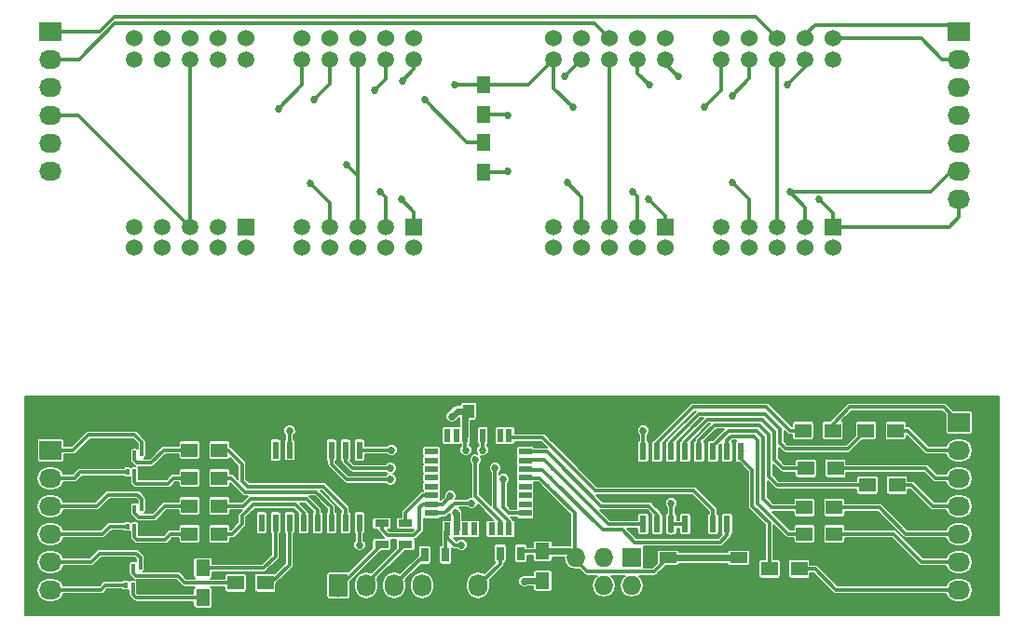
<source format=gtl>
G04 #@! TF.FileFunction,Copper,L1,Top,Signal*
%FSLAX46Y46*%
G04 Gerber Fmt 4.6, Leading zero omitted, Abs format (unit mm)*
G04 Created by KiCad (PCBNEW 4.0.1-2.201512121406+6195~38~ubuntu14.04.1-stable) date Sun 06 Mar 2016 05:51:02 PM CET*
%MOMM*%
G01*
G04 APERTURE LIST*
%ADD10C,0.100000*%
%ADD11R,2.032000X1.727200*%
%ADD12O,2.032000X1.727200*%
%ADD13R,0.300000X0.525000*%
%ADD14R,1.300000X1.500000*%
%ADD15R,1.500000X1.300000*%
%ADD16R,0.600000X1.600000*%
%ADD17R,0.600000X1.500000*%
%ADD18R,1.727200X1.727200*%
%ADD19O,1.727200X1.727200*%
%ADD20R,0.600000X1.200000*%
%ADD21R,1.200000X0.600000*%
%ADD22R,1.300000X0.700000*%
%ADD23R,0.700000X1.300000*%
%ADD24R,1.000000X1.250000*%
%ADD25R,1.727200X2.032000*%
%ADD26O,1.727200X2.032000*%
%ADD27R,1.600000X1.000000*%
%ADD28R,1.500000X1.500000*%
%ADD29C,1.500000*%
%ADD30C,1.524000*%
%ADD31C,0.685800*%
%ADD32C,0.304800*%
%ADD33C,0.609600*%
%ADD34C,0.152400*%
G04 APERTURE END LIST*
D10*
D11*
X119380000Y-83820000D03*
D12*
X119380000Y-86360000D03*
X119380000Y-88900000D03*
X119380000Y-91440000D03*
X119380000Y-93980000D03*
X119380000Y-96520000D03*
D11*
X201930000Y-81280000D03*
D12*
X201930000Y-83820000D03*
X201930000Y-86360000D03*
X201930000Y-88900000D03*
X201930000Y-91440000D03*
X201930000Y-93980000D03*
X201930000Y-96520000D03*
D13*
X127000000Y-84125500D03*
X127000000Y-85800500D03*
X127650000Y-85800500D03*
X126350000Y-85800500D03*
X126350000Y-84125500D03*
X127650000Y-84125500D03*
X127000000Y-89078500D03*
X127000000Y-90753500D03*
X127650000Y-90753500D03*
X126350000Y-90753500D03*
X126350000Y-89078500D03*
X127650000Y-89078500D03*
X126873000Y-94412500D03*
X126873000Y-96087500D03*
X127523000Y-96087500D03*
X126223000Y-96087500D03*
X126223000Y-94412500D03*
X127523000Y-94412500D03*
D14*
X164084000Y-95711000D03*
X164084000Y-93011000D03*
X158750000Y-58500000D03*
X158750000Y-55800000D03*
X158750000Y-53293000D03*
X158750000Y-50593000D03*
D15*
X132000000Y-83820000D03*
X134700000Y-83820000D03*
X132000000Y-86360000D03*
X134700000Y-86360000D03*
X132000000Y-88900000D03*
X134700000Y-88900000D03*
X132000000Y-91440000D03*
X134700000Y-91440000D03*
X136191000Y-95885000D03*
X138891000Y-95885000D03*
D14*
X133223000Y-97235000D03*
X133223000Y-94535000D03*
D15*
X190707000Y-85471000D03*
X188007000Y-85471000D03*
X196295000Y-86995000D03*
X193595000Y-86995000D03*
X190580000Y-89027000D03*
X187880000Y-89027000D03*
X190580000Y-91440000D03*
X187880000Y-91440000D03*
X187405000Y-94615000D03*
X184705000Y-94615000D03*
X190453000Y-82042000D03*
X187753000Y-82042000D03*
X196168000Y-82042000D03*
X193468000Y-82042000D03*
D16*
X147447000Y-83822000D03*
X146177000Y-83822000D03*
X144907000Y-83822000D03*
X143637000Y-83822000D03*
X142367000Y-83820000D03*
D17*
X141097000Y-83822000D03*
D16*
X139827000Y-83822000D03*
X138557000Y-83822000D03*
X138557000Y-90422000D03*
X139827000Y-90422000D03*
X141097000Y-90422000D03*
X142367000Y-90422000D03*
X143637000Y-90422000D03*
X144907000Y-90422000D03*
X146177000Y-90422000D03*
X147447000Y-90422000D03*
X173228000Y-90549000D03*
X174498000Y-90549000D03*
X175768000Y-90549000D03*
X177038000Y-90549000D03*
X178308000Y-90551000D03*
D17*
X179578000Y-90549000D03*
D16*
X180848000Y-90549000D03*
X182118000Y-90549000D03*
X182118000Y-83949000D03*
X180848000Y-83949000D03*
X179578000Y-83949000D03*
X178308000Y-83949000D03*
X177038000Y-83949000D03*
X175768000Y-83949000D03*
X174498000Y-83949000D03*
X173228000Y-83949000D03*
D18*
X172212000Y-93599000D03*
D19*
X172212000Y-96139000D03*
X169672000Y-93599000D03*
X169672000Y-96139000D03*
X167132000Y-93599000D03*
X167132000Y-96139000D03*
D11*
X119380000Y-45720000D03*
D12*
X119380000Y-48260000D03*
X119380000Y-50800000D03*
X119380000Y-53340000D03*
X119380000Y-55880000D03*
X119380000Y-58420000D03*
D11*
X201930000Y-45720000D03*
D12*
X201930000Y-48260000D03*
X201930000Y-50800000D03*
X201930000Y-53340000D03*
X201930000Y-55880000D03*
X201930000Y-58420000D03*
X201930000Y-60960000D03*
D20*
X161042000Y-82491000D03*
X160242000Y-82491000D03*
X159442000Y-82491000D03*
X158642000Y-82491000D03*
X157842000Y-82491000D03*
X157042000Y-82491000D03*
X156242000Y-82491000D03*
X155442000Y-82491000D03*
D21*
X153992000Y-83941000D03*
X153992000Y-84741000D03*
X153992000Y-85541000D03*
X153992000Y-86341000D03*
X153992000Y-87141000D03*
X153992000Y-87941000D03*
X153992000Y-88741000D03*
X153992000Y-89541000D03*
D20*
X155442000Y-90991000D03*
X156242000Y-90991000D03*
X157042000Y-90991000D03*
X157842000Y-90991000D03*
X158642000Y-90991000D03*
X159442000Y-90991000D03*
X160242000Y-90991000D03*
X161042000Y-90991000D03*
D21*
X162492000Y-89541000D03*
X162492000Y-88741000D03*
X162492000Y-87941000D03*
X162492000Y-87141000D03*
X162492000Y-86341000D03*
X162492000Y-85541000D03*
X162492000Y-84741000D03*
X162492000Y-83941000D03*
D22*
X149479000Y-92390000D03*
X149479000Y-90490000D03*
X151638000Y-92390000D03*
X151638000Y-90490000D03*
D23*
X153355000Y-93345000D03*
X155255000Y-93345000D03*
D24*
X157369000Y-80264000D03*
X159369000Y-80264000D03*
D25*
X145542000Y-96139000D03*
D26*
X148082000Y-96139000D03*
X150622000Y-96139000D03*
X153162000Y-96139000D03*
X155702000Y-96139000D03*
X158242000Y-96139000D03*
D27*
X175489000Y-93604000D03*
X181889000Y-93604000D03*
X175489000Y-97404000D03*
X181889000Y-97404000D03*
D28*
X137160000Y-63500000D03*
D29*
X134620000Y-63500000D03*
X132080000Y-63500000D03*
X129540000Y-63500000D03*
X127000000Y-63500000D03*
X127000000Y-48260000D03*
X129540000Y-48260000D03*
X132080000Y-48260000D03*
X134620000Y-48260000D03*
X137160000Y-48260000D03*
D30*
X137160000Y-65379600D03*
X134620000Y-65379600D03*
X132080000Y-65379600D03*
X129540000Y-65379600D03*
X127000000Y-65379600D03*
X127000000Y-46380400D03*
X129540000Y-46380400D03*
X132080000Y-46380400D03*
X134620000Y-46380400D03*
X137160000Y-46380400D03*
D28*
X152400000Y-63500000D03*
D29*
X149860000Y-63500000D03*
X147320000Y-63500000D03*
X144780000Y-63500000D03*
X142240000Y-63500000D03*
X142240000Y-48260000D03*
X144780000Y-48260000D03*
X147320000Y-48260000D03*
X149860000Y-48260000D03*
X152400000Y-48260000D03*
D30*
X152400000Y-65379600D03*
X149860000Y-65379600D03*
X147320000Y-65379600D03*
X144780000Y-65379600D03*
X142240000Y-65379600D03*
X142240000Y-46380400D03*
X144780000Y-46380400D03*
X147320000Y-46380400D03*
X149860000Y-46380400D03*
X152400000Y-46380400D03*
D28*
X175260000Y-63500000D03*
D29*
X172720000Y-63500000D03*
X170180000Y-63500000D03*
X167640000Y-63500000D03*
X165100000Y-63500000D03*
X165100000Y-48260000D03*
X167640000Y-48260000D03*
X170180000Y-48260000D03*
X172720000Y-48260000D03*
X175260000Y-48260000D03*
D30*
X175260000Y-65379600D03*
X172720000Y-65379600D03*
X170180000Y-65379600D03*
X167640000Y-65379600D03*
X165100000Y-65379600D03*
X165100000Y-46380400D03*
X167640000Y-46380400D03*
X170180000Y-46380400D03*
X172720000Y-46380400D03*
X175260000Y-46380400D03*
D28*
X190500000Y-63500000D03*
D29*
X187960000Y-63500000D03*
X185420000Y-63500000D03*
X182880000Y-63500000D03*
X180340000Y-63500000D03*
X180340000Y-48260000D03*
X182880000Y-48260000D03*
X185420000Y-48260000D03*
X187960000Y-48260000D03*
X190500000Y-48260000D03*
D30*
X190500000Y-65379600D03*
X187960000Y-65379600D03*
X185420000Y-65379600D03*
X182880000Y-65379600D03*
X180340000Y-65379600D03*
X180340000Y-46380400D03*
X182880000Y-46380400D03*
X185420000Y-46380400D03*
X187960000Y-46380400D03*
X190500000Y-46380400D03*
D23*
X160213000Y-93218000D03*
X162113000Y-93218000D03*
D31*
X189230000Y-61023500D03*
X173736000Y-61023500D03*
X151257000Y-61023500D03*
X172275500Y-60325000D03*
X149352000Y-60325000D03*
X186563000Y-60325000D03*
X181356000Y-59436000D03*
X166306500Y-59499500D03*
X143002000Y-59563000D03*
X166814500Y-52641500D03*
X178752500Y-52641500D03*
X156083000Y-50609500D03*
X140081000Y-52768500D03*
X153352500Y-51943000D03*
X181292500Y-51562000D03*
X166116000Y-49847500D03*
X143319500Y-51943000D03*
X186309000Y-50609500D03*
X173799500Y-50609500D03*
X148780500Y-51117500D03*
X176403000Y-49847500D03*
X151320500Y-50228500D03*
X146304000Y-57848500D03*
X157099000Y-83820000D03*
X158623000Y-83820000D03*
X162433000Y-95758000D03*
X155829000Y-80772000D03*
X156210000Y-89535000D03*
X175768000Y-88646000D03*
X173228000Y-82042000D03*
X147447000Y-92456000D03*
X141097000Y-82042000D03*
X128905000Y-96266000D03*
X128905000Y-98171000D03*
X160909000Y-58420000D03*
X160909000Y-53340000D03*
X155702000Y-88011000D03*
X156718000Y-92456000D03*
X157607000Y-88646000D03*
X150368000Y-83820000D03*
X157988000Y-84709000D03*
X150241000Y-85471000D03*
X159766000Y-85471000D03*
X150241000Y-86487000D03*
X160528000Y-86487000D03*
D32*
X201930000Y-60960000D02*
X201930000Y-62611000D01*
X201041000Y-63500000D02*
X190500000Y-63500000D01*
X201930000Y-62611000D02*
X201041000Y-63500000D01*
X190500000Y-62293500D02*
X190500000Y-63500000D01*
X189230000Y-61023500D02*
X190500000Y-62293500D01*
X175260000Y-62547500D02*
X175260000Y-63500000D01*
X173736000Y-61023500D02*
X175260000Y-62547500D01*
X152400000Y-62166500D02*
X152400000Y-63500000D01*
X151257000Y-61023500D02*
X152400000Y-62166500D01*
X172720000Y-60769500D02*
X172275500Y-60325000D01*
X172720000Y-60769500D02*
X172720000Y-63500000D01*
X149860000Y-63500000D02*
X149860000Y-60833000D01*
X149860000Y-60833000D02*
X149352000Y-60325000D01*
X201930000Y-58420000D02*
X201231500Y-58420000D01*
X201231500Y-58420000D02*
X199326500Y-60325000D01*
X199326500Y-60325000D02*
X186563000Y-60325000D01*
X187960000Y-61722000D02*
X187960000Y-63500000D01*
X186563000Y-60325000D02*
X187960000Y-61722000D01*
X119380000Y-45720000D02*
X123825000Y-45720000D01*
X183426100Y-44386500D02*
X185420000Y-46380400D01*
X125158500Y-44386500D02*
X183426100Y-44386500D01*
X123825000Y-45720000D02*
X125158500Y-44386500D01*
X185420000Y-48260000D02*
X185420000Y-63500000D01*
X201930000Y-55880000D02*
X201930000Y-56578500D01*
X182880000Y-60960000D02*
X182880000Y-63500000D01*
X181356000Y-59436000D02*
X182880000Y-60960000D01*
X167640000Y-60833000D02*
X167640000Y-63500000D01*
X166306500Y-59499500D02*
X167640000Y-60833000D01*
X144780000Y-61341000D02*
X144780000Y-63500000D01*
X143002000Y-59563000D02*
X144780000Y-61341000D01*
X165100000Y-48260000D02*
X165100000Y-50927000D01*
X165100000Y-50927000D02*
X166814500Y-52641500D01*
X180340000Y-51054000D02*
X180340000Y-48260000D01*
X178752500Y-52641500D02*
X180340000Y-51054000D01*
X158750000Y-50593000D02*
X162767000Y-50593000D01*
X162767000Y-50593000D02*
X165100000Y-48260000D01*
X156099500Y-50593000D02*
X158750000Y-50593000D01*
X156083000Y-50609500D02*
X156099500Y-50593000D01*
X142240000Y-50609500D02*
X142240000Y-48260000D01*
X140081000Y-52768500D02*
X142240000Y-50609500D01*
X158750000Y-55800000D02*
X157209500Y-55800000D01*
X157209500Y-55800000D02*
X153352500Y-51943000D01*
X182880000Y-49974500D02*
X182880000Y-48260000D01*
X181292500Y-51562000D02*
X182880000Y-49974500D01*
X166116000Y-49847500D02*
X167640000Y-48323500D01*
X167640000Y-48323500D02*
X167640000Y-48260000D01*
X144780000Y-50482500D02*
X144780000Y-48260000D01*
X143319500Y-51943000D02*
X144780000Y-50482500D01*
X187960000Y-46380400D02*
X187960000Y-46037500D01*
X187960000Y-46037500D02*
X188849000Y-45148500D01*
X188849000Y-45148500D02*
X201358500Y-45148500D01*
X201358500Y-45148500D02*
X201930000Y-45720000D01*
X201930000Y-45720000D02*
X201930000Y-45339000D01*
X172720000Y-48260000D02*
X172720000Y-49530000D01*
X186309000Y-50609500D02*
X187960000Y-48958500D01*
X172720000Y-49530000D02*
X173799500Y-50609500D01*
X187960000Y-48958500D02*
X187960000Y-48260000D01*
X149860000Y-50038000D02*
X149860000Y-48260000D01*
X148780500Y-51117500D02*
X149860000Y-50038000D01*
X190500000Y-46380400D02*
X198526400Y-46380400D01*
X200406000Y-48260000D02*
X201930000Y-48260000D01*
X198526400Y-46380400D02*
X200406000Y-48260000D01*
X201930000Y-48260000D02*
X201041000Y-48260000D01*
X175260000Y-48260000D02*
X175260000Y-48704500D01*
X175260000Y-48704500D02*
X176403000Y-49847500D01*
X152400000Y-49149000D02*
X152400000Y-48260000D01*
X151320500Y-50228500D02*
X152400000Y-49149000D01*
X119380000Y-48260000D02*
X121983500Y-48260000D01*
X168821100Y-45021500D02*
X170180000Y-46380400D01*
X125222000Y-45021500D02*
X168821100Y-45021500D01*
X121983500Y-48260000D02*
X125222000Y-45021500D01*
X170180000Y-48260000D02*
X170180000Y-63500000D01*
X147320000Y-58864500D02*
X147320000Y-63500000D01*
X146304000Y-57848500D02*
X147320000Y-58864500D01*
X147320000Y-48260000D02*
X147320000Y-63500000D01*
X119380000Y-53340000D02*
X121920000Y-53340000D01*
X121920000Y-53340000D02*
X132080000Y-63500000D01*
X132080000Y-48260000D02*
X132080000Y-63500000D01*
X157042000Y-82491000D02*
X157042000Y-83763000D01*
X157042000Y-83763000D02*
X157099000Y-83820000D01*
X158642000Y-82491000D02*
X158642000Y-83801000D01*
X158642000Y-83801000D02*
X158623000Y-83820000D01*
D33*
X164084000Y-95711000D02*
X162480000Y-95711000D01*
X162480000Y-95711000D02*
X162433000Y-95758000D01*
X157369000Y-80264000D02*
X156337000Y-80264000D01*
X156337000Y-80264000D02*
X155829000Y-80772000D01*
X157042000Y-82491000D02*
X157042000Y-80591000D01*
X157042000Y-80591000D02*
X157369000Y-80264000D01*
X156242000Y-90991000D02*
X156242000Y-89567000D01*
X156242000Y-89567000D02*
X156210000Y-89535000D01*
D32*
X175768000Y-90549000D02*
X175768000Y-88646000D01*
D34*
X175768000Y-90549000D02*
X175768000Y-91313000D01*
D32*
X173228000Y-83949000D02*
X173228000Y-82042000D01*
X175768000Y-90549000D02*
X177038000Y-90549000D01*
X147447000Y-90422000D02*
X147447000Y-92456000D01*
X141097000Y-83822000D02*
X141097000Y-82042000D01*
X127523000Y-96087500D02*
X128726500Y-96087500D01*
X128726500Y-96087500D02*
X128905000Y-96266000D01*
D34*
X178308000Y-90551000D02*
X178308000Y-90932000D01*
D32*
X160909000Y-58420000D02*
X160829000Y-58500000D01*
X160829000Y-58500000D02*
X158750000Y-58500000D01*
X160909000Y-53340000D02*
X160862000Y-53293000D01*
X160862000Y-53293000D02*
X158750000Y-53293000D01*
X164084000Y-93011000D02*
X162320000Y-93011000D01*
X162320000Y-93011000D02*
X162113000Y-93218000D01*
X164037000Y-92964000D02*
X164084000Y-93011000D01*
D33*
X175489000Y-93604000D02*
X181889000Y-93604000D01*
D32*
X167132000Y-93599000D02*
X167132000Y-93853000D01*
X167132000Y-93853000D02*
X168148000Y-94869000D01*
X174224000Y-94869000D02*
X175489000Y-93604000D01*
X168148000Y-94869000D02*
X174224000Y-94869000D01*
X164004000Y-93091000D02*
X164084000Y-93011000D01*
D33*
X164084000Y-93011000D02*
X166544000Y-93011000D01*
X166544000Y-93011000D02*
X167132000Y-93599000D01*
D32*
X164592000Y-87122000D02*
X163830000Y-86360000D01*
X163830000Y-86360000D02*
X162511000Y-86360000D01*
X162511000Y-86360000D02*
X162492000Y-86341000D01*
X167005000Y-93726000D02*
X167005000Y-89535000D01*
X167005000Y-89535000D02*
X164592000Y-87122000D01*
X164592000Y-87122000D02*
X164573000Y-87103000D01*
X153992000Y-88741000D02*
X154972000Y-88741000D01*
X154972000Y-88741000D02*
X155702000Y-88011000D01*
X149479000Y-90490000D02*
X149479000Y-91059000D01*
X153194000Y-88741000D02*
X153992000Y-88741000D01*
X152908000Y-89027000D02*
X153194000Y-88741000D01*
X152908000Y-91059000D02*
X152908000Y-89027000D01*
X152400000Y-91567000D02*
X152908000Y-91059000D01*
X149987000Y-91567000D02*
X152400000Y-91567000D01*
X149479000Y-91059000D02*
X149987000Y-91567000D01*
X155442000Y-91815000D02*
X155442000Y-90991000D01*
X156083000Y-92456000D02*
X155442000Y-91815000D01*
X156718000Y-92456000D02*
X156083000Y-92456000D01*
X155255000Y-93345000D02*
X155255000Y-91178000D01*
X155255000Y-91178000D02*
X155442000Y-90991000D01*
X169672000Y-93599000D02*
X169672000Y-93726000D01*
X155255000Y-91178000D02*
X155442000Y-90991000D01*
X119380000Y-83820000D02*
X121412000Y-83820000D01*
X121412000Y-83820000D02*
X122809000Y-82423000D01*
X122809000Y-82423000D02*
X127000000Y-82423000D01*
X127000000Y-82423000D02*
X127650000Y-83073000D01*
X127650000Y-83073000D02*
X127650000Y-84125500D01*
X119380000Y-86360000D02*
X121539000Y-86360000D01*
X121539000Y-86360000D02*
X122098500Y-85800500D01*
X122098500Y-85800500D02*
X126350000Y-85800500D01*
X119380000Y-88900000D02*
X123571000Y-88900000D01*
X123571000Y-88900000D02*
X124587000Y-87884000D01*
X124587000Y-87884000D02*
X127254000Y-87884000D01*
X127254000Y-87884000D02*
X127650000Y-88280000D01*
X127650000Y-88280000D02*
X127650000Y-89078500D01*
X119380000Y-91440000D02*
X124079000Y-91440000D01*
X124079000Y-91440000D02*
X124765500Y-90753500D01*
X124765500Y-90753500D02*
X126350000Y-90753500D01*
X119380000Y-93980000D02*
X123063000Y-93980000D01*
X123063000Y-93980000D02*
X123825000Y-93218000D01*
X123825000Y-93218000D02*
X127127000Y-93218000D01*
X127127000Y-93218000D02*
X127523000Y-93614000D01*
X127523000Y-93614000D02*
X127523000Y-94412500D01*
X119380000Y-96520000D02*
X123952000Y-96520000D01*
X123952000Y-96520000D02*
X124384500Y-96087500D01*
X124384500Y-96087500D02*
X126223000Y-96087500D01*
X132000000Y-83820000D02*
X129667000Y-83820000D01*
X129667000Y-83820000D02*
X128524000Y-84963000D01*
X128524000Y-84963000D02*
X127254000Y-84963000D01*
X127254000Y-84963000D02*
X127000000Y-84709000D01*
X127000000Y-84709000D02*
X127000000Y-84125500D01*
X132000000Y-86360000D02*
X130556000Y-86360000D01*
X130556000Y-86360000D02*
X130048000Y-86868000D01*
X130048000Y-86868000D02*
X127127000Y-86868000D01*
X127127000Y-86868000D02*
X127000000Y-86741000D01*
X127000000Y-86741000D02*
X127000000Y-85800500D01*
X132000000Y-88900000D02*
X129794000Y-88900000D01*
X129794000Y-88900000D02*
X128778000Y-89916000D01*
X128778000Y-89916000D02*
X127381000Y-89916000D01*
X127381000Y-89916000D02*
X127000000Y-89535000D01*
X127000000Y-89535000D02*
X127000000Y-89078500D01*
X132000000Y-91440000D02*
X130302000Y-91440000D01*
X130302000Y-91440000D02*
X129794000Y-91948000D01*
X129794000Y-91948000D02*
X127254000Y-91948000D01*
X127254000Y-91948000D02*
X127000000Y-91694000D01*
X127000000Y-91694000D02*
X127000000Y-90753500D01*
X126873000Y-94412500D02*
X126873000Y-94996000D01*
X126873000Y-94996000D02*
X127127000Y-95250000D01*
X127127000Y-95250000D02*
X130937000Y-95250000D01*
X130937000Y-95250000D02*
X131572000Y-95885000D01*
X131572000Y-95885000D02*
X136191000Y-95885000D01*
X133223000Y-97235000D02*
X127174000Y-97235000D01*
X127174000Y-97235000D02*
X126873000Y-96934000D01*
X126873000Y-96934000D02*
X126873000Y-96087500D01*
X134700000Y-83820000D02*
X135509000Y-83820000D01*
X146177000Y-89154000D02*
X146177000Y-90422000D01*
X144145000Y-87122000D02*
X146177000Y-89154000D01*
X137287000Y-87122000D02*
X144145000Y-87122000D01*
X136779000Y-86614000D02*
X137287000Y-87122000D01*
X136779000Y-85090000D02*
X136779000Y-86614000D01*
X135509000Y-83820000D02*
X136779000Y-85090000D01*
D34*
X134700000Y-83820000D02*
X134700000Y-84027000D01*
X134700000Y-83820000D02*
X135128000Y-83820000D01*
D32*
X134700000Y-86360000D02*
X135763000Y-86360000D01*
X144907000Y-89027000D02*
X144907000Y-90422000D01*
X143510000Y-87630000D02*
X144907000Y-89027000D01*
X137033000Y-87630000D02*
X143510000Y-87630000D01*
X135763000Y-86360000D02*
X137033000Y-87630000D01*
D34*
X134700000Y-86360000D02*
X135128000Y-86360000D01*
D32*
X134700000Y-88900000D02*
X136906000Y-88900000D01*
X143637000Y-89281000D02*
X143637000Y-90422000D01*
X142621000Y-88265000D02*
X143637000Y-89281000D01*
X137541000Y-88265000D02*
X142621000Y-88265000D01*
X136906000Y-88900000D02*
X137541000Y-88265000D01*
X134700000Y-91440000D02*
X135890000Y-91440000D01*
X142367000Y-89535000D02*
X142367000Y-90422000D01*
X141605000Y-88773000D02*
X142367000Y-89535000D01*
X137795000Y-88773000D02*
X141605000Y-88773000D01*
X136779000Y-89789000D02*
X137795000Y-88773000D01*
X136779000Y-90551000D02*
X136779000Y-89789000D01*
X135890000Y-91440000D02*
X136779000Y-90551000D01*
D34*
X138891000Y-95885000D02*
X139446000Y-95885000D01*
D32*
X139446000Y-95885000D02*
X141097000Y-94234000D01*
X141097000Y-94234000D02*
X141097000Y-90422000D01*
X133223000Y-94535000D02*
X138764000Y-94535000D01*
X138764000Y-94535000D02*
X139827000Y-93472000D01*
X139827000Y-93472000D02*
X139827000Y-90422000D01*
X177038000Y-83949000D02*
X177038000Y-83058000D01*
X185928000Y-85471000D02*
X188007000Y-85471000D01*
X185166000Y-84709000D02*
X185928000Y-85471000D01*
X185166000Y-82169000D02*
X185166000Y-84709000D01*
X184023000Y-81026000D02*
X185166000Y-82169000D01*
X179070000Y-81026000D02*
X184023000Y-81026000D01*
X177038000Y-83058000D02*
X179070000Y-81026000D01*
D34*
X188007000Y-85471000D02*
X187579000Y-85471000D01*
D32*
X178308000Y-83949000D02*
X178308000Y-82931000D01*
X185420000Y-86995000D02*
X193595000Y-86995000D01*
X184658000Y-86233000D02*
X185420000Y-86995000D01*
X184658000Y-82423000D02*
X184658000Y-86233000D01*
X183769000Y-81534000D02*
X184658000Y-82423000D01*
X179705000Y-81534000D02*
X183769000Y-81534000D01*
X178308000Y-82931000D02*
X179705000Y-81534000D01*
X179578000Y-83949000D02*
X179578000Y-83439000D01*
X179578000Y-83439000D02*
X180975000Y-82042000D01*
X180975000Y-82042000D02*
X183515000Y-82042000D01*
X183515000Y-82042000D02*
X184150000Y-82677000D01*
X184150000Y-82677000D02*
X184150000Y-88265000D01*
X184150000Y-88265000D02*
X184912000Y-89027000D01*
X184912000Y-89027000D02*
X187880000Y-89027000D01*
D34*
X187880000Y-89027000D02*
X187880000Y-88439000D01*
D32*
X180848000Y-83949000D02*
X180848000Y-82931000D01*
X180848000Y-82931000D02*
X181203598Y-82575402D01*
X181203598Y-82575402D02*
X183286402Y-82575402D01*
X183286402Y-82575402D02*
X183642000Y-82931000D01*
X183642000Y-82931000D02*
X183642000Y-88646000D01*
X183642000Y-88646000D02*
X186436000Y-91440000D01*
X186436000Y-91440000D02*
X187880000Y-91440000D01*
D34*
X187880000Y-91440000D02*
X187579000Y-91440000D01*
X182118000Y-83949000D02*
X182118000Y-84582000D01*
D32*
X182118000Y-84582000D02*
X183134000Y-85598000D01*
X183134000Y-85598000D02*
X183134000Y-88900000D01*
X183134000Y-88900000D02*
X184705000Y-90471000D01*
X184705000Y-90471000D02*
X184705000Y-94615000D01*
D34*
X182372000Y-83820000D02*
X182118000Y-83949000D01*
D32*
X174498000Y-83949000D02*
X174498000Y-83185000D01*
X174498000Y-83185000D02*
X177800000Y-79883000D01*
X177800000Y-79883000D02*
X184404000Y-79883000D01*
X184404000Y-79883000D02*
X186563000Y-82042000D01*
X186563000Y-82042000D02*
X187753000Y-82042000D01*
D34*
X187753000Y-82042000D02*
X187753000Y-81581000D01*
D32*
X175768000Y-83949000D02*
X175768000Y-83058000D01*
X191817000Y-83693000D02*
X193468000Y-82042000D01*
X186182000Y-83693000D02*
X191817000Y-83693000D01*
X185674000Y-83185000D02*
X186182000Y-83693000D01*
X185674000Y-81915000D02*
X185674000Y-83185000D01*
X184277000Y-80518000D02*
X185674000Y-81915000D01*
X178308000Y-80518000D02*
X184277000Y-80518000D01*
X175768000Y-83058000D02*
X178308000Y-80518000D01*
D34*
X193468000Y-82042000D02*
X193468000Y-82122000D01*
D32*
X190707000Y-85471000D02*
X198882000Y-85471000D01*
X198882000Y-85471000D02*
X199771000Y-86360000D01*
X199771000Y-86360000D02*
X201930000Y-86360000D01*
X196295000Y-86995000D02*
X197612000Y-86995000D01*
X197612000Y-86995000D02*
X199517000Y-88900000D01*
X199517000Y-88900000D02*
X201930000Y-88900000D01*
X190580000Y-89027000D02*
X194691000Y-89027000D01*
X194691000Y-89027000D02*
X197104000Y-91440000D01*
X197104000Y-91440000D02*
X201930000Y-91440000D01*
X190580000Y-91440000D02*
X195961000Y-91440000D01*
X195961000Y-91440000D02*
X198501000Y-93980000D01*
X198501000Y-93980000D02*
X201930000Y-93980000D01*
X187405000Y-94615000D02*
X188849000Y-94615000D01*
X188849000Y-94615000D02*
X190754000Y-96520000D01*
X190754000Y-96520000D02*
X201930000Y-96520000D01*
D34*
X190453000Y-82042000D02*
X190453000Y-81454000D01*
D32*
X190453000Y-81454000D02*
X192024000Y-79883000D01*
X200533000Y-79883000D02*
X201930000Y-81280000D01*
X192024000Y-79883000D02*
X200533000Y-79883000D01*
X196168000Y-82042000D02*
X197231000Y-82042000D01*
X197231000Y-82042000D02*
X199009000Y-83820000D01*
X199009000Y-83820000D02*
X201930000Y-83820000D01*
X164719000Y-83312000D02*
X164084000Y-82677000D01*
X164084000Y-82677000D02*
X161228000Y-82677000D01*
X161228000Y-82677000D02*
X161042000Y-82491000D01*
X179578000Y-90549000D02*
X179578000Y-89281000D01*
X168910000Y-87503000D02*
X164719000Y-83312000D01*
X164719000Y-83312000D02*
X164660000Y-83253000D01*
X177800000Y-87503000D02*
X168910000Y-87503000D01*
X179578000Y-89281000D02*
X177800000Y-87503000D01*
X151638000Y-90490000D02*
X151638000Y-89535000D01*
X153232000Y-87941000D02*
X153992000Y-87941000D01*
X151638000Y-89535000D02*
X153232000Y-87941000D01*
X157607000Y-88646000D02*
X156083000Y-88646000D01*
X155188000Y-89541000D02*
X153992000Y-89541000D01*
X156083000Y-88646000D02*
X155188000Y-89541000D01*
X154553000Y-89541000D02*
X153992000Y-89541000D01*
X157988000Y-84709000D02*
X157988000Y-88011000D01*
X150366000Y-83822000D02*
X150368000Y-83820000D01*
X147447000Y-83822000D02*
X150366000Y-83822000D01*
X160242000Y-90265000D02*
X160242000Y-90991000D01*
X157988000Y-88011000D02*
X160242000Y-90265000D01*
X159766000Y-85471000D02*
X159766000Y-89027000D01*
X146177000Y-84836000D02*
X146812000Y-85471000D01*
X146812000Y-85471000D02*
X150241000Y-85471000D01*
X146177000Y-83822000D02*
X146177000Y-84836000D01*
X161042000Y-90303000D02*
X161042000Y-90991000D01*
X159766000Y-89027000D02*
X161042000Y-90303000D01*
X146177000Y-83822000D02*
X146177000Y-84455000D01*
X160528000Y-86487000D02*
X160528000Y-89027000D01*
X161042000Y-89541000D02*
X162492000Y-89541000D01*
X160528000Y-89027000D02*
X161042000Y-89541000D01*
X144907000Y-85090000D02*
X146304000Y-86487000D01*
X146304000Y-86487000D02*
X150241000Y-86487000D01*
X160528000Y-86487000D02*
X160401000Y-86614000D01*
X144907000Y-83822000D02*
X144907000Y-85090000D01*
X144907000Y-83822000D02*
X144907000Y-84201000D01*
X180848000Y-90549000D02*
X180848000Y-91567000D01*
X180848000Y-91567000D02*
X180213000Y-92202000D01*
X164846000Y-86360000D02*
X164084000Y-85598000D01*
X164084000Y-85598000D02*
X162549000Y-85598000D01*
X162549000Y-85598000D02*
X162492000Y-85541000D01*
X169545000Y-91059000D02*
X164846000Y-86360000D01*
X164846000Y-86360000D02*
X164789000Y-86303000D01*
X171323000Y-91059000D02*
X169545000Y-91059000D01*
X172466000Y-92202000D02*
X171323000Y-91059000D01*
X180213000Y-92202000D02*
X172466000Y-92202000D01*
X165036500Y-85534500D02*
X164211000Y-84709000D01*
X164211000Y-84709000D02*
X162524000Y-84709000D01*
X162524000Y-84709000D02*
X162492000Y-84741000D01*
X173228000Y-90549000D02*
X170051000Y-90549000D01*
X170051000Y-90549000D02*
X165036500Y-85534500D01*
X165036500Y-85534500D02*
X165005000Y-85503000D01*
X165227000Y-84709000D02*
X164465000Y-83947000D01*
X164465000Y-83947000D02*
X162498000Y-83947000D01*
X162498000Y-83947000D02*
X162492000Y-83941000D01*
X174498000Y-90549000D02*
X174498000Y-89662000D01*
X169418000Y-88900000D02*
X165227000Y-84709000D01*
X165227000Y-84709000D02*
X165221000Y-84703000D01*
X173736000Y-88900000D02*
X169418000Y-88900000D01*
X174498000Y-89662000D02*
X173736000Y-88900000D01*
X145542000Y-96139000D02*
X145730000Y-96139000D01*
X145730000Y-96139000D02*
X149479000Y-92390000D01*
X145542000Y-97028000D02*
X145542000Y-96139000D01*
X145542000Y-95504000D02*
X145542000Y-95377000D01*
X148082000Y-96139000D02*
X148082000Y-95946000D01*
X148082000Y-95946000D02*
X151638000Y-92390000D01*
X148082000Y-95504000D02*
X148717000Y-95504000D01*
X151638000Y-92583000D02*
X151638000Y-92390000D01*
X148336000Y-95631000D02*
X148336000Y-95504000D01*
X150622000Y-96139000D02*
X150622000Y-96078000D01*
X150622000Y-96078000D02*
X153355000Y-93345000D01*
X160213000Y-93218000D02*
X160213000Y-94168000D01*
X160213000Y-94168000D02*
X158242000Y-96139000D01*
D34*
G36*
X146812000Y-78968600D02*
X175514000Y-78968600D01*
X175641694Y-78943200D01*
X180974306Y-78943200D01*
X181102000Y-78968600D01*
X205511400Y-78968600D01*
X205511400Y-98831400D01*
X117068600Y-98831400D01*
X117068600Y-93980000D01*
X118111017Y-93980000D01*
X118194156Y-94397967D01*
X118430915Y-94752302D01*
X118785250Y-94989061D01*
X119203217Y-95072200D01*
X119556783Y-95072200D01*
X119974750Y-94989061D01*
X120329085Y-94752302D01*
X120565844Y-94397967D01*
X120573197Y-94361000D01*
X123063000Y-94361000D01*
X123208803Y-94331998D01*
X123332408Y-94249408D01*
X123982815Y-93599000D01*
X126969184Y-93599000D01*
X127142000Y-93771815D01*
X127142000Y-93954635D01*
X127113680Y-93935285D01*
X127023000Y-93916922D01*
X126723000Y-93916922D01*
X126638286Y-93932862D01*
X126560482Y-93982928D01*
X126508285Y-94059320D01*
X126489922Y-94150000D01*
X126489922Y-94675000D01*
X126492000Y-94686044D01*
X126492000Y-94996000D01*
X126521002Y-95141803D01*
X126603592Y-95265408D01*
X126857592Y-95519408D01*
X126966117Y-95591922D01*
X126723000Y-95591922D01*
X126638286Y-95607862D01*
X126560482Y-95657928D01*
X126548462Y-95675520D01*
X126540072Y-95662482D01*
X126463680Y-95610285D01*
X126373000Y-95591922D01*
X126073000Y-95591922D01*
X125988286Y-95607862D01*
X125910482Y-95657928D01*
X125877294Y-95706500D01*
X124384500Y-95706500D01*
X124238698Y-95735502D01*
X124115092Y-95818092D01*
X124115090Y-95818095D01*
X123794184Y-96139000D01*
X120573197Y-96139000D01*
X120565844Y-96102033D01*
X120329085Y-95747698D01*
X119974750Y-95510939D01*
X119556783Y-95427800D01*
X119203217Y-95427800D01*
X118785250Y-95510939D01*
X118430915Y-95747698D01*
X118194156Y-96102033D01*
X118111017Y-96520000D01*
X118194156Y-96937967D01*
X118430915Y-97292302D01*
X118785250Y-97529061D01*
X119203217Y-97612200D01*
X119556783Y-97612200D01*
X119974750Y-97529061D01*
X120329085Y-97292302D01*
X120565844Y-96937967D01*
X120573197Y-96901000D01*
X123952000Y-96901000D01*
X124097803Y-96871998D01*
X124221408Y-96789408D01*
X124542315Y-96468500D01*
X125877603Y-96468500D01*
X125905928Y-96512518D01*
X125982320Y-96564715D01*
X126073000Y-96583078D01*
X126373000Y-96583078D01*
X126457714Y-96567138D01*
X126492000Y-96545075D01*
X126492000Y-96934000D01*
X126521002Y-97079803D01*
X126603592Y-97203408D01*
X126904590Y-97504405D01*
X126904592Y-97504408D01*
X126978688Y-97553917D01*
X127028197Y-97586998D01*
X127174000Y-97616000D01*
X132339922Y-97616000D01*
X132339922Y-97985000D01*
X132355862Y-98069714D01*
X132405928Y-98147518D01*
X132482320Y-98199715D01*
X132573000Y-98218078D01*
X133873000Y-98218078D01*
X133957714Y-98202138D01*
X134035518Y-98152072D01*
X134087715Y-98075680D01*
X134106078Y-97985000D01*
X134106078Y-96485000D01*
X134090138Y-96400286D01*
X134040072Y-96322482D01*
X133963680Y-96270285D01*
X133942520Y-96266000D01*
X135207922Y-96266000D01*
X135207922Y-96535000D01*
X135223862Y-96619714D01*
X135273928Y-96697518D01*
X135350320Y-96749715D01*
X135441000Y-96768078D01*
X136941000Y-96768078D01*
X137025714Y-96752138D01*
X137103518Y-96702072D01*
X137155715Y-96625680D01*
X137174078Y-96535000D01*
X137174078Y-95235000D01*
X137907922Y-95235000D01*
X137907922Y-96535000D01*
X137923862Y-96619714D01*
X137973928Y-96697518D01*
X138050320Y-96749715D01*
X138141000Y-96768078D01*
X139641000Y-96768078D01*
X139725714Y-96752138D01*
X139803518Y-96702072D01*
X139855715Y-96625680D01*
X139874078Y-96535000D01*
X139874078Y-95995738D01*
X140746815Y-95123000D01*
X144445322Y-95123000D01*
X144445322Y-97155000D01*
X144461262Y-97239714D01*
X144511328Y-97317518D01*
X144587720Y-97369715D01*
X144678400Y-97388078D01*
X145436819Y-97388078D01*
X145542000Y-97409000D01*
X145647181Y-97388078D01*
X146405600Y-97388078D01*
X146490314Y-97372138D01*
X146568118Y-97322072D01*
X146620315Y-97245680D01*
X146638678Y-97155000D01*
X146638678Y-95769138D01*
X149434737Y-92973078D01*
X150129000Y-92973078D01*
X150213714Y-92957138D01*
X150291518Y-92907072D01*
X150343715Y-92830680D01*
X150362078Y-92740000D01*
X150362078Y-92040000D01*
X150346138Y-91955286D01*
X150341450Y-91948000D01*
X150774187Y-91948000D01*
X150773285Y-91949320D01*
X150754922Y-92040000D01*
X150754922Y-92734263D01*
X148521584Y-94967600D01*
X148499967Y-94953156D01*
X148082000Y-94870017D01*
X147664033Y-94953156D01*
X147309698Y-95189915D01*
X147072939Y-95544250D01*
X146989800Y-95962217D01*
X146989800Y-96315783D01*
X147072939Y-96733750D01*
X147309698Y-97088085D01*
X147664033Y-97324844D01*
X148082000Y-97407983D01*
X148499967Y-97324844D01*
X148854302Y-97088085D01*
X149091061Y-96733750D01*
X149174200Y-96315783D01*
X149174200Y-95962217D01*
X149529800Y-95962217D01*
X149529800Y-96315783D01*
X149612939Y-96733750D01*
X149849698Y-97088085D01*
X150204033Y-97324844D01*
X150622000Y-97407983D01*
X151039967Y-97324844D01*
X151394302Y-97088085D01*
X151631061Y-96733750D01*
X151714200Y-96315783D01*
X151714200Y-95962217D01*
X152069800Y-95962217D01*
X152069800Y-96315783D01*
X152152939Y-96733750D01*
X152389698Y-97088085D01*
X152744033Y-97324844D01*
X153162000Y-97407983D01*
X153579967Y-97324844D01*
X153934302Y-97088085D01*
X154171061Y-96733750D01*
X154254200Y-96315783D01*
X154254200Y-95962217D01*
X157149800Y-95962217D01*
X157149800Y-96315783D01*
X157232939Y-96733750D01*
X157469698Y-97088085D01*
X157824033Y-97324844D01*
X158242000Y-97407983D01*
X158659967Y-97324844D01*
X159014302Y-97088085D01*
X159251061Y-96733750D01*
X159334200Y-96315783D01*
X159334200Y-95962217D01*
X159316092Y-95871180D01*
X161861401Y-95871180D01*
X161948224Y-96081306D01*
X162108849Y-96242211D01*
X162318823Y-96329400D01*
X162546180Y-96329599D01*
X162752376Y-96244400D01*
X163200922Y-96244400D01*
X163200922Y-96461000D01*
X163216862Y-96545714D01*
X163266928Y-96623518D01*
X163343320Y-96675715D01*
X163434000Y-96694078D01*
X164734000Y-96694078D01*
X164818714Y-96678138D01*
X164896518Y-96628072D01*
X164948715Y-96551680D01*
X164967078Y-96461000D01*
X164967078Y-94961000D01*
X164951138Y-94876286D01*
X164901072Y-94798482D01*
X164824680Y-94746285D01*
X164734000Y-94727922D01*
X163434000Y-94727922D01*
X163349286Y-94743862D01*
X163271482Y-94793928D01*
X163219285Y-94870320D01*
X163200922Y-94961000D01*
X163200922Y-95177600D01*
X162480000Y-95177600D01*
X162435247Y-95186502D01*
X162319820Y-95186401D01*
X162109694Y-95273224D01*
X161948789Y-95433849D01*
X161861600Y-95643823D01*
X161861401Y-95871180D01*
X159316092Y-95871180D01*
X159271718Y-95648098D01*
X160482408Y-94437408D01*
X160564998Y-94313803D01*
X160594000Y-94168000D01*
X160594000Y-94095245D01*
X160647714Y-94085138D01*
X160725518Y-94035072D01*
X160777715Y-93958680D01*
X160796078Y-93868000D01*
X160796078Y-92568000D01*
X160780138Y-92483286D01*
X160730072Y-92405482D01*
X160653680Y-92353285D01*
X160563000Y-92334922D01*
X159863000Y-92334922D01*
X159778286Y-92350862D01*
X159700482Y-92400928D01*
X159648285Y-92477320D01*
X159629922Y-92568000D01*
X159629922Y-93868000D01*
X159645862Y-93952714D01*
X159695928Y-94030518D01*
X159764685Y-94077499D01*
X158797279Y-95044905D01*
X158659967Y-94953156D01*
X158242000Y-94870017D01*
X157824033Y-94953156D01*
X157469698Y-95189915D01*
X157232939Y-95544250D01*
X157149800Y-95962217D01*
X154254200Y-95962217D01*
X154171061Y-95544250D01*
X153934302Y-95189915D01*
X153579967Y-94953156D01*
X153162000Y-94870017D01*
X152744033Y-94953156D01*
X152389698Y-95189915D01*
X152152939Y-95544250D01*
X152069800Y-95962217D01*
X151714200Y-95962217D01*
X151641597Y-95597219D01*
X153010737Y-94228078D01*
X153705000Y-94228078D01*
X153789714Y-94212138D01*
X153867518Y-94162072D01*
X153919715Y-94085680D01*
X153938078Y-93995000D01*
X153938078Y-92695000D01*
X153922138Y-92610286D01*
X153872072Y-92532482D01*
X153795680Y-92480285D01*
X153705000Y-92461922D01*
X153005000Y-92461922D01*
X152920286Y-92477862D01*
X152842482Y-92527928D01*
X152790285Y-92604320D01*
X152771922Y-92695000D01*
X152771922Y-93389263D01*
X151140712Y-95020472D01*
X151039967Y-94953156D01*
X150622000Y-94870017D01*
X150204033Y-94953156D01*
X149849698Y-95189915D01*
X149612939Y-95544250D01*
X149529800Y-95962217D01*
X149174200Y-95962217D01*
X149091061Y-95544250D01*
X149090239Y-95543019D01*
X149098000Y-95504000D01*
X149092163Y-95474653D01*
X151593737Y-92973078D01*
X152288000Y-92973078D01*
X152372714Y-92957138D01*
X152450518Y-92907072D01*
X152502715Y-92830680D01*
X152521078Y-92740000D01*
X152521078Y-92040000D01*
X152505138Y-91955286D01*
X152489051Y-91930287D01*
X152545803Y-91918998D01*
X152669408Y-91836408D01*
X153177405Y-91328410D01*
X153177408Y-91328408D01*
X153259998Y-91204802D01*
X153289000Y-91059000D01*
X153289000Y-90047297D01*
X153301320Y-90055715D01*
X153392000Y-90074078D01*
X154592000Y-90074078D01*
X154676714Y-90058138D01*
X154754518Y-90008072D01*
X154806715Y-89931680D01*
X154808675Y-89922000D01*
X155188000Y-89922000D01*
X155333803Y-89892998D01*
X155457408Y-89810408D01*
X155638417Y-89629399D01*
X155638401Y-89648180D01*
X155708600Y-89818073D01*
X155708600Y-90157922D01*
X155142000Y-90157922D01*
X155057286Y-90173862D01*
X154979482Y-90223928D01*
X154927285Y-90300320D01*
X154908922Y-90391000D01*
X154908922Y-91023337D01*
X154903002Y-91032197D01*
X154882195Y-91136802D01*
X154874000Y-91178000D01*
X154874000Y-92467755D01*
X154820286Y-92477862D01*
X154742482Y-92527928D01*
X154690285Y-92604320D01*
X154671922Y-92695000D01*
X154671922Y-93995000D01*
X154687862Y-94079714D01*
X154737928Y-94157518D01*
X154814320Y-94209715D01*
X154905000Y-94228078D01*
X155605000Y-94228078D01*
X155689714Y-94212138D01*
X155767518Y-94162072D01*
X155819715Y-94085680D01*
X155838078Y-93995000D01*
X155838078Y-92741769D01*
X155937197Y-92807998D01*
X156083000Y-92837001D01*
X156083005Y-92837000D01*
X156290818Y-92837000D01*
X156393849Y-92940211D01*
X156603823Y-93027400D01*
X156831180Y-93027599D01*
X157041306Y-92940776D01*
X157202211Y-92780151D01*
X157289400Y-92570177D01*
X157289599Y-92342820D01*
X157202776Y-92132694D01*
X157042151Y-91971789D01*
X156832177Y-91884600D01*
X156604820Y-91884401D01*
X156394694Y-91971224D01*
X156290737Y-92075000D01*
X156240816Y-92075000D01*
X155989894Y-91824078D01*
X156542000Y-91824078D01*
X156626714Y-91808138D01*
X156641212Y-91798809D01*
X156651320Y-91805715D01*
X156742000Y-91824078D01*
X157342000Y-91824078D01*
X157426714Y-91808138D01*
X157441212Y-91798809D01*
X157451320Y-91805715D01*
X157542000Y-91824078D01*
X158142000Y-91824078D01*
X158226714Y-91808138D01*
X158304518Y-91758072D01*
X158356715Y-91681680D01*
X158375078Y-91591000D01*
X158375078Y-90391000D01*
X158359138Y-90306286D01*
X158309072Y-90228482D01*
X158232680Y-90176285D01*
X158142000Y-90157922D01*
X157542000Y-90157922D01*
X157457286Y-90173862D01*
X157442788Y-90183191D01*
X157432680Y-90176285D01*
X157342000Y-90157922D01*
X156775400Y-90157922D01*
X156775400Y-89663627D01*
X156781400Y-89649177D01*
X156781599Y-89421820D01*
X156694776Y-89211694D01*
X156534151Y-89050789D01*
X156476861Y-89027000D01*
X157179818Y-89027000D01*
X157282849Y-89130211D01*
X157492823Y-89217400D01*
X157720180Y-89217599D01*
X157930306Y-89130776D01*
X158091211Y-88970151D01*
X158178400Y-88760177D01*
X158178417Y-88740233D01*
X159596107Y-90157922D01*
X159142000Y-90157922D01*
X159057286Y-90173862D01*
X158979482Y-90223928D01*
X158927285Y-90300320D01*
X158908922Y-90391000D01*
X158908922Y-91591000D01*
X158924862Y-91675714D01*
X158974928Y-91753518D01*
X159051320Y-91805715D01*
X159142000Y-91824078D01*
X159742000Y-91824078D01*
X159826714Y-91808138D01*
X159841212Y-91798809D01*
X159851320Y-91805715D01*
X159942000Y-91824078D01*
X160542000Y-91824078D01*
X160626714Y-91808138D01*
X160641212Y-91798809D01*
X160651320Y-91805715D01*
X160742000Y-91824078D01*
X161342000Y-91824078D01*
X161426714Y-91808138D01*
X161504518Y-91758072D01*
X161556715Y-91681680D01*
X161575078Y-91591000D01*
X161575078Y-90391000D01*
X161559138Y-90306286D01*
X161509072Y-90228482D01*
X161432680Y-90176285D01*
X161396331Y-90168924D01*
X161393998Y-90157198D01*
X161368607Y-90119197D01*
X161311408Y-90033592D01*
X161311405Y-90033590D01*
X161199815Y-89922000D01*
X161674163Y-89922000D01*
X161674862Y-89925714D01*
X161724928Y-90003518D01*
X161801320Y-90055715D01*
X161892000Y-90074078D01*
X163092000Y-90074078D01*
X163176714Y-90058138D01*
X163254518Y-90008072D01*
X163306715Y-89931680D01*
X163325078Y-89841000D01*
X163325078Y-89241000D01*
X163309138Y-89156286D01*
X163299809Y-89141788D01*
X163306715Y-89131680D01*
X163325078Y-89041000D01*
X163325078Y-88441000D01*
X163309138Y-88356286D01*
X163299809Y-88341788D01*
X163306715Y-88331680D01*
X163325078Y-88241000D01*
X163325078Y-87641000D01*
X163309138Y-87556286D01*
X163299809Y-87541788D01*
X163306715Y-87531680D01*
X163325078Y-87441000D01*
X163325078Y-86841000D01*
X163309138Y-86756286D01*
X163299809Y-86741788D01*
X163300347Y-86741000D01*
X163672184Y-86741000D01*
X164303590Y-87372405D01*
X164303592Y-87372408D01*
X164322592Y-87391408D01*
X166624000Y-89692815D01*
X166624000Y-92493513D01*
X166544000Y-92477600D01*
X164967078Y-92477600D01*
X164967078Y-92261000D01*
X164951138Y-92176286D01*
X164901072Y-92098482D01*
X164824680Y-92046285D01*
X164734000Y-92027922D01*
X163434000Y-92027922D01*
X163349286Y-92043862D01*
X163271482Y-92093928D01*
X163219285Y-92170320D01*
X163200922Y-92261000D01*
X163200922Y-92630000D01*
X162696078Y-92630000D01*
X162696078Y-92568000D01*
X162680138Y-92483286D01*
X162630072Y-92405482D01*
X162553680Y-92353285D01*
X162463000Y-92334922D01*
X161763000Y-92334922D01*
X161678286Y-92350862D01*
X161600482Y-92400928D01*
X161548285Y-92477320D01*
X161529922Y-92568000D01*
X161529922Y-93868000D01*
X161545862Y-93952714D01*
X161595928Y-94030518D01*
X161672320Y-94082715D01*
X161763000Y-94101078D01*
X162463000Y-94101078D01*
X162547714Y-94085138D01*
X162625518Y-94035072D01*
X162677715Y-93958680D01*
X162696078Y-93868000D01*
X162696078Y-93392000D01*
X163200922Y-93392000D01*
X163200922Y-93761000D01*
X163216862Y-93845714D01*
X163266928Y-93923518D01*
X163343320Y-93975715D01*
X163434000Y-93994078D01*
X164734000Y-93994078D01*
X164818714Y-93978138D01*
X164896518Y-93928072D01*
X164948715Y-93851680D01*
X164967078Y-93761000D01*
X164967078Y-93544400D01*
X166046405Y-93544400D01*
X166039800Y-93577603D01*
X166039800Y-93620397D01*
X166122939Y-94038364D01*
X166359698Y-94392699D01*
X166714033Y-94629458D01*
X167132000Y-94712597D01*
X167399560Y-94659376D01*
X167878592Y-95138408D01*
X168002197Y-95220998D01*
X168148000Y-95250000D01*
X169042326Y-95250000D01*
X168899698Y-95345301D01*
X168662939Y-95699636D01*
X168579800Y-96117603D01*
X168579800Y-96160397D01*
X168662939Y-96578364D01*
X168899698Y-96932699D01*
X169254033Y-97169458D01*
X169672000Y-97252597D01*
X170089967Y-97169458D01*
X170444302Y-96932699D01*
X170681061Y-96578364D01*
X170764200Y-96160397D01*
X170764200Y-96117603D01*
X170681061Y-95699636D01*
X170444302Y-95345301D01*
X170301674Y-95250000D01*
X171582326Y-95250000D01*
X171439698Y-95345301D01*
X171202939Y-95699636D01*
X171119800Y-96117603D01*
X171119800Y-96160397D01*
X171202939Y-96578364D01*
X171439698Y-96932699D01*
X171794033Y-97169458D01*
X172212000Y-97252597D01*
X172629967Y-97169458D01*
X172984302Y-96932699D01*
X173221061Y-96578364D01*
X173304200Y-96160397D01*
X173304200Y-96117603D01*
X173221061Y-95699636D01*
X172984302Y-95345301D01*
X172841674Y-95250000D01*
X174224000Y-95250000D01*
X174369803Y-95220998D01*
X174493408Y-95138408D01*
X175294738Y-94337078D01*
X176289000Y-94337078D01*
X176373714Y-94321138D01*
X176451518Y-94271072D01*
X176503715Y-94194680D01*
X176515314Y-94137400D01*
X180862207Y-94137400D01*
X180871862Y-94188714D01*
X180921928Y-94266518D01*
X180998320Y-94318715D01*
X181089000Y-94337078D01*
X182689000Y-94337078D01*
X182773714Y-94321138D01*
X182851518Y-94271072D01*
X182903715Y-94194680D01*
X182922078Y-94104000D01*
X182922078Y-93104000D01*
X182906138Y-93019286D01*
X182856072Y-92941482D01*
X182779680Y-92889285D01*
X182689000Y-92870922D01*
X181089000Y-92870922D01*
X181004286Y-92886862D01*
X180926482Y-92936928D01*
X180874285Y-93013320D01*
X180862686Y-93070600D01*
X176515793Y-93070600D01*
X176506138Y-93019286D01*
X176456072Y-92941482D01*
X176379680Y-92889285D01*
X176289000Y-92870922D01*
X174689000Y-92870922D01*
X174604286Y-92886862D01*
X174526482Y-92936928D01*
X174474285Y-93013320D01*
X174455922Y-93104000D01*
X174455922Y-94098262D01*
X174066184Y-94488000D01*
X173303534Y-94488000D01*
X173308678Y-94462600D01*
X173308678Y-92735400D01*
X173292738Y-92650686D01*
X173249183Y-92583000D01*
X180213000Y-92583000D01*
X180358803Y-92553998D01*
X180482408Y-92471408D01*
X181117405Y-91836410D01*
X181117408Y-91836408D01*
X181199998Y-91712802D01*
X181206803Y-91678592D01*
X181229001Y-91567000D01*
X181229000Y-91566995D01*
X181229000Y-91566837D01*
X181232714Y-91566138D01*
X181310518Y-91516072D01*
X181362715Y-91439680D01*
X181381078Y-91349000D01*
X181381078Y-89749000D01*
X181365138Y-89664286D01*
X181315072Y-89586482D01*
X181238680Y-89534285D01*
X181148000Y-89515922D01*
X180548000Y-89515922D01*
X180463286Y-89531862D01*
X180385482Y-89581928D01*
X180333285Y-89658320D01*
X180314922Y-89749000D01*
X180314922Y-91349000D01*
X180330862Y-91433714D01*
X180374561Y-91501624D01*
X180055184Y-91821000D01*
X172623816Y-91821000D01*
X171732816Y-90930000D01*
X172694922Y-90930000D01*
X172694922Y-91349000D01*
X172710862Y-91433714D01*
X172760928Y-91511518D01*
X172837320Y-91563715D01*
X172928000Y-91582078D01*
X173528000Y-91582078D01*
X173612714Y-91566138D01*
X173690518Y-91516072D01*
X173742715Y-91439680D01*
X173761078Y-91349000D01*
X173761078Y-89749000D01*
X173745138Y-89664286D01*
X173695072Y-89586482D01*
X173618680Y-89534285D01*
X173528000Y-89515922D01*
X172928000Y-89515922D01*
X172843286Y-89531862D01*
X172765482Y-89581928D01*
X172713285Y-89658320D01*
X172694922Y-89749000D01*
X172694922Y-90168000D01*
X170208816Y-90168000D01*
X169297933Y-89257117D01*
X169418000Y-89281000D01*
X173578184Y-89281000D01*
X173978607Y-89681422D01*
X173964922Y-89749000D01*
X173964922Y-91349000D01*
X173980862Y-91433714D01*
X174030928Y-91511518D01*
X174107320Y-91563715D01*
X174198000Y-91582078D01*
X174798000Y-91582078D01*
X174882714Y-91566138D01*
X174960518Y-91516072D01*
X175012715Y-91439680D01*
X175031078Y-91349000D01*
X175031078Y-89749000D01*
X175015138Y-89664286D01*
X174965072Y-89586482D01*
X174888680Y-89534285D01*
X174852123Y-89526882D01*
X174849998Y-89516198D01*
X174793525Y-89431680D01*
X174767408Y-89392592D01*
X174767405Y-89392590D01*
X174133996Y-88759180D01*
X175196401Y-88759180D01*
X175283224Y-88969306D01*
X175387000Y-89073263D01*
X175387000Y-89531163D01*
X175383286Y-89531862D01*
X175305482Y-89581928D01*
X175253285Y-89658320D01*
X175234922Y-89749000D01*
X175234922Y-91349000D01*
X175250862Y-91433714D01*
X175300928Y-91511518D01*
X175377320Y-91563715D01*
X175468000Y-91582078D01*
X175632620Y-91582078D01*
X175651358Y-91594598D01*
X175768000Y-91617800D01*
X175884642Y-91594598D01*
X175903380Y-91582078D01*
X176068000Y-91582078D01*
X176152714Y-91566138D01*
X176230518Y-91516072D01*
X176282715Y-91439680D01*
X176301078Y-91349000D01*
X176301078Y-90930000D01*
X176504922Y-90930000D01*
X176504922Y-91349000D01*
X176520862Y-91433714D01*
X176570928Y-91511518D01*
X176647320Y-91563715D01*
X176738000Y-91582078D01*
X177338000Y-91582078D01*
X177422714Y-91566138D01*
X177500518Y-91516072D01*
X177552715Y-91439680D01*
X177571078Y-91349000D01*
X177571078Y-89749000D01*
X177555138Y-89664286D01*
X177505072Y-89586482D01*
X177428680Y-89534285D01*
X177338000Y-89515922D01*
X176738000Y-89515922D01*
X176653286Y-89531862D01*
X176575482Y-89581928D01*
X176523285Y-89658320D01*
X176504922Y-89749000D01*
X176504922Y-90168000D01*
X176301078Y-90168000D01*
X176301078Y-89749000D01*
X176285138Y-89664286D01*
X176235072Y-89586482D01*
X176158680Y-89534285D01*
X176149000Y-89532325D01*
X176149000Y-89073182D01*
X176252211Y-88970151D01*
X176339400Y-88760177D01*
X176339599Y-88532820D01*
X176252776Y-88322694D01*
X176092151Y-88161789D01*
X175882177Y-88074600D01*
X175654820Y-88074401D01*
X175444694Y-88161224D01*
X175283789Y-88321849D01*
X175196600Y-88531823D01*
X175196401Y-88759180D01*
X174133996Y-88759180D01*
X174005408Y-88630592D01*
X173881803Y-88548002D01*
X173736000Y-88519000D01*
X169575816Y-88519000D01*
X168940816Y-87884000D01*
X177642184Y-87884000D01*
X179197000Y-89438815D01*
X179197000Y-89581163D01*
X179193286Y-89581862D01*
X179115482Y-89631928D01*
X179063285Y-89708320D01*
X179044922Y-89799000D01*
X179044922Y-91299000D01*
X179060862Y-91383714D01*
X179110928Y-91461518D01*
X179187320Y-91513715D01*
X179278000Y-91532078D01*
X179878000Y-91532078D01*
X179962714Y-91516138D01*
X180040518Y-91466072D01*
X180092715Y-91389680D01*
X180111078Y-91299000D01*
X180111078Y-89799000D01*
X180095138Y-89714286D01*
X180045072Y-89636482D01*
X179968680Y-89584285D01*
X179959000Y-89582325D01*
X179959000Y-89281005D01*
X179959001Y-89281000D01*
X179929998Y-89135198D01*
X179873598Y-89050789D01*
X179847408Y-89011592D01*
X179847405Y-89011590D01*
X178069408Y-87233592D01*
X177945803Y-87151002D01*
X177800000Y-87122000D01*
X169067816Y-87122000D01*
X164988408Y-83042592D01*
X164988405Y-83042590D01*
X164967815Y-83022000D01*
X164929408Y-82983592D01*
X164929405Y-82983590D01*
X164353408Y-82407592D01*
X164229803Y-82325002D01*
X164084000Y-82296000D01*
X161575078Y-82296000D01*
X161575078Y-82155180D01*
X172656401Y-82155180D01*
X172743224Y-82365306D01*
X172847000Y-82469263D01*
X172847000Y-82931163D01*
X172843286Y-82931862D01*
X172765482Y-82981928D01*
X172713285Y-83058320D01*
X172694922Y-83149000D01*
X172694922Y-84749000D01*
X172710862Y-84833714D01*
X172760928Y-84911518D01*
X172837320Y-84963715D01*
X172928000Y-84982078D01*
X173528000Y-84982078D01*
X173612714Y-84966138D01*
X173690518Y-84916072D01*
X173742715Y-84839680D01*
X173761078Y-84749000D01*
X173761078Y-83149000D01*
X173964922Y-83149000D01*
X173964922Y-84749000D01*
X173980862Y-84833714D01*
X174030928Y-84911518D01*
X174107320Y-84963715D01*
X174198000Y-84982078D01*
X174798000Y-84982078D01*
X174882714Y-84966138D01*
X174960518Y-84916072D01*
X175012715Y-84839680D01*
X175031078Y-84749000D01*
X175031078Y-83190738D01*
X177957816Y-80264000D01*
X178023185Y-80264000D01*
X175498592Y-82788592D01*
X175416002Y-82912197D01*
X175413210Y-82926231D01*
X175383286Y-82931862D01*
X175305482Y-82981928D01*
X175253285Y-83058320D01*
X175234922Y-83149000D01*
X175234922Y-84749000D01*
X175250862Y-84833714D01*
X175300928Y-84911518D01*
X175377320Y-84963715D01*
X175468000Y-84982078D01*
X176068000Y-84982078D01*
X176152714Y-84966138D01*
X176230518Y-84916072D01*
X176282715Y-84839680D01*
X176301078Y-84749000D01*
X176301078Y-83149000D01*
X176287576Y-83077240D01*
X178465815Y-80899000D01*
X178658184Y-80899000D01*
X176768592Y-82788592D01*
X176686002Y-82912197D01*
X176683210Y-82926231D01*
X176653286Y-82931862D01*
X176575482Y-82981928D01*
X176523285Y-83058320D01*
X176504922Y-83149000D01*
X176504922Y-84749000D01*
X176520862Y-84833714D01*
X176570928Y-84911518D01*
X176647320Y-84963715D01*
X176738000Y-84982078D01*
X177338000Y-84982078D01*
X177422714Y-84966138D01*
X177500518Y-84916072D01*
X177552715Y-84839680D01*
X177571078Y-84749000D01*
X177571078Y-83149000D01*
X177557576Y-83077240D01*
X179227816Y-81407000D01*
X179293185Y-81407000D01*
X178038592Y-82661592D01*
X177956002Y-82785197D01*
X177938798Y-82871686D01*
X177927000Y-82931000D01*
X177927000Y-82931163D01*
X177923286Y-82931862D01*
X177845482Y-82981928D01*
X177793285Y-83058320D01*
X177774922Y-83149000D01*
X177774922Y-84749000D01*
X177790862Y-84833714D01*
X177840928Y-84911518D01*
X177917320Y-84963715D01*
X178008000Y-84982078D01*
X178608000Y-84982078D01*
X178692714Y-84966138D01*
X178770518Y-84916072D01*
X178822715Y-84839680D01*
X178841078Y-84749000D01*
X178841078Y-83149000D01*
X178825138Y-83064286D01*
X178781439Y-82996377D01*
X179862815Y-81915000D01*
X180563185Y-81915000D01*
X179562262Y-82915922D01*
X179278000Y-82915922D01*
X179193286Y-82931862D01*
X179115482Y-82981928D01*
X179063285Y-83058320D01*
X179044922Y-83149000D01*
X179044922Y-84749000D01*
X179060862Y-84833714D01*
X179110928Y-84911518D01*
X179187320Y-84963715D01*
X179278000Y-84982078D01*
X179878000Y-84982078D01*
X179962714Y-84966138D01*
X180040518Y-84916072D01*
X180092715Y-84839680D01*
X180111078Y-84749000D01*
X180111078Y-83444738D01*
X180314922Y-83240894D01*
X180314922Y-84749000D01*
X180330862Y-84833714D01*
X180380928Y-84911518D01*
X180457320Y-84963715D01*
X180548000Y-84982078D01*
X181148000Y-84982078D01*
X181232714Y-84966138D01*
X181310518Y-84916072D01*
X181362715Y-84839680D01*
X181381078Y-84749000D01*
X181381078Y-83149000D01*
X181365138Y-83064286D01*
X181321439Y-82996376D01*
X181361413Y-82956402D01*
X181695150Y-82956402D01*
X181655482Y-82981928D01*
X181603285Y-83058320D01*
X181584922Y-83149000D01*
X181584922Y-84749000D01*
X181600862Y-84833714D01*
X181650928Y-84911518D01*
X181727320Y-84963715D01*
X181818000Y-84982078D01*
X181979262Y-84982078D01*
X182753000Y-85755816D01*
X182753000Y-88900000D01*
X182782002Y-89045803D01*
X182864592Y-89169408D01*
X184324000Y-90628815D01*
X184324000Y-93731922D01*
X183955000Y-93731922D01*
X183870286Y-93747862D01*
X183792482Y-93797928D01*
X183740285Y-93874320D01*
X183721922Y-93965000D01*
X183721922Y-95265000D01*
X183737862Y-95349714D01*
X183787928Y-95427518D01*
X183864320Y-95479715D01*
X183955000Y-95498078D01*
X185455000Y-95498078D01*
X185539714Y-95482138D01*
X185617518Y-95432072D01*
X185669715Y-95355680D01*
X185688078Y-95265000D01*
X185688078Y-93965000D01*
X186421922Y-93965000D01*
X186421922Y-95265000D01*
X186437862Y-95349714D01*
X186487928Y-95427518D01*
X186564320Y-95479715D01*
X186655000Y-95498078D01*
X188155000Y-95498078D01*
X188239714Y-95482138D01*
X188317518Y-95432072D01*
X188369715Y-95355680D01*
X188388078Y-95265000D01*
X188388078Y-94996000D01*
X188691184Y-94996000D01*
X190484592Y-96789408D01*
X190608198Y-96871998D01*
X190754000Y-96901001D01*
X190754005Y-96901000D01*
X200736803Y-96901000D01*
X200744156Y-96937967D01*
X200980915Y-97292302D01*
X201335250Y-97529061D01*
X201753217Y-97612200D01*
X202106783Y-97612200D01*
X202524750Y-97529061D01*
X202879085Y-97292302D01*
X203115844Y-96937967D01*
X203198983Y-96520000D01*
X203115844Y-96102033D01*
X202879085Y-95747698D01*
X202524750Y-95510939D01*
X202106783Y-95427800D01*
X201753217Y-95427800D01*
X201335250Y-95510939D01*
X200980915Y-95747698D01*
X200744156Y-96102033D01*
X200736803Y-96139000D01*
X190911816Y-96139000D01*
X189118408Y-94345592D01*
X188994803Y-94263002D01*
X188849000Y-94234000D01*
X188388078Y-94234000D01*
X188388078Y-93965000D01*
X188372138Y-93880286D01*
X188322072Y-93802482D01*
X188245680Y-93750285D01*
X188155000Y-93731922D01*
X186655000Y-93731922D01*
X186570286Y-93747862D01*
X186492482Y-93797928D01*
X186440285Y-93874320D01*
X186421922Y-93965000D01*
X185688078Y-93965000D01*
X185672138Y-93880286D01*
X185622072Y-93802482D01*
X185545680Y-93750285D01*
X185455000Y-93731922D01*
X185086000Y-93731922D01*
X185086000Y-90628815D01*
X186166590Y-91709405D01*
X186166592Y-91709408D01*
X186232608Y-91753518D01*
X186290198Y-91791998D01*
X186436000Y-91821001D01*
X186436005Y-91821000D01*
X186896922Y-91821000D01*
X186896922Y-92090000D01*
X186912862Y-92174714D01*
X186962928Y-92252518D01*
X187039320Y-92304715D01*
X187130000Y-92323078D01*
X188630000Y-92323078D01*
X188714714Y-92307138D01*
X188792518Y-92257072D01*
X188844715Y-92180680D01*
X188863078Y-92090000D01*
X188863078Y-90790000D01*
X189596922Y-90790000D01*
X189596922Y-92090000D01*
X189612862Y-92174714D01*
X189662928Y-92252518D01*
X189739320Y-92304715D01*
X189830000Y-92323078D01*
X191330000Y-92323078D01*
X191414714Y-92307138D01*
X191492518Y-92257072D01*
X191544715Y-92180680D01*
X191563078Y-92090000D01*
X191563078Y-91821000D01*
X195803184Y-91821000D01*
X198231590Y-94249405D01*
X198231592Y-94249408D01*
X198355198Y-94331998D01*
X198501000Y-94361000D01*
X200736803Y-94361000D01*
X200744156Y-94397967D01*
X200980915Y-94752302D01*
X201335250Y-94989061D01*
X201753217Y-95072200D01*
X202106783Y-95072200D01*
X202524750Y-94989061D01*
X202879085Y-94752302D01*
X203115844Y-94397967D01*
X203198983Y-93980000D01*
X203115844Y-93562033D01*
X202879085Y-93207698D01*
X202524750Y-92970939D01*
X202106783Y-92887800D01*
X201753217Y-92887800D01*
X201335250Y-92970939D01*
X200980915Y-93207698D01*
X200744156Y-93562033D01*
X200736803Y-93599000D01*
X198658815Y-93599000D01*
X196230408Y-91170592D01*
X196106803Y-91088002D01*
X195961000Y-91059000D01*
X191563078Y-91059000D01*
X191563078Y-90790000D01*
X191547138Y-90705286D01*
X191497072Y-90627482D01*
X191420680Y-90575285D01*
X191330000Y-90556922D01*
X189830000Y-90556922D01*
X189745286Y-90572862D01*
X189667482Y-90622928D01*
X189615285Y-90699320D01*
X189596922Y-90790000D01*
X188863078Y-90790000D01*
X188847138Y-90705286D01*
X188797072Y-90627482D01*
X188720680Y-90575285D01*
X188630000Y-90556922D01*
X187130000Y-90556922D01*
X187045286Y-90572862D01*
X186967482Y-90622928D01*
X186915285Y-90699320D01*
X186896922Y-90790000D01*
X186896922Y-91059000D01*
X186593815Y-91059000D01*
X184942816Y-89408000D01*
X186896922Y-89408000D01*
X186896922Y-89677000D01*
X186912862Y-89761714D01*
X186962928Y-89839518D01*
X187039320Y-89891715D01*
X187130000Y-89910078D01*
X188630000Y-89910078D01*
X188714714Y-89894138D01*
X188792518Y-89844072D01*
X188844715Y-89767680D01*
X188863078Y-89677000D01*
X188863078Y-88377000D01*
X189596922Y-88377000D01*
X189596922Y-89677000D01*
X189612862Y-89761714D01*
X189662928Y-89839518D01*
X189739320Y-89891715D01*
X189830000Y-89910078D01*
X191330000Y-89910078D01*
X191414714Y-89894138D01*
X191492518Y-89844072D01*
X191544715Y-89767680D01*
X191563078Y-89677000D01*
X191563078Y-89408000D01*
X194533184Y-89408000D01*
X196834590Y-91709405D01*
X196834592Y-91709408D01*
X196900608Y-91753518D01*
X196958197Y-91791998D01*
X197104000Y-91821000D01*
X200736803Y-91821000D01*
X200744156Y-91857967D01*
X200980915Y-92212302D01*
X201335250Y-92449061D01*
X201753217Y-92532200D01*
X202106783Y-92532200D01*
X202524750Y-92449061D01*
X202879085Y-92212302D01*
X203115844Y-91857967D01*
X203198983Y-91440000D01*
X203115844Y-91022033D01*
X202879085Y-90667698D01*
X202524750Y-90430939D01*
X202106783Y-90347800D01*
X201753217Y-90347800D01*
X201335250Y-90430939D01*
X200980915Y-90667698D01*
X200744156Y-91022033D01*
X200736803Y-91059000D01*
X197261815Y-91059000D01*
X194960408Y-88757592D01*
X194836803Y-88675002D01*
X194691000Y-88646000D01*
X191563078Y-88646000D01*
X191563078Y-88377000D01*
X191547138Y-88292286D01*
X191497072Y-88214482D01*
X191420680Y-88162285D01*
X191330000Y-88143922D01*
X189830000Y-88143922D01*
X189745286Y-88159862D01*
X189667482Y-88209928D01*
X189615285Y-88286320D01*
X189596922Y-88377000D01*
X188863078Y-88377000D01*
X188847138Y-88292286D01*
X188797072Y-88214482D01*
X188720680Y-88162285D01*
X188630000Y-88143922D01*
X187928875Y-88143922D01*
X187880000Y-88134200D01*
X187831125Y-88143922D01*
X187130000Y-88143922D01*
X187045286Y-88159862D01*
X186967482Y-88209928D01*
X186915285Y-88286320D01*
X186896922Y-88377000D01*
X186896922Y-88646000D01*
X185069815Y-88646000D01*
X184531000Y-88107184D01*
X184531000Y-86644816D01*
X185150590Y-87264405D01*
X185150592Y-87264408D01*
X185274198Y-87346998D01*
X185420000Y-87376001D01*
X185420005Y-87376000D01*
X192611922Y-87376000D01*
X192611922Y-87645000D01*
X192627862Y-87729714D01*
X192677928Y-87807518D01*
X192754320Y-87859715D01*
X192845000Y-87878078D01*
X194345000Y-87878078D01*
X194429714Y-87862138D01*
X194507518Y-87812072D01*
X194559715Y-87735680D01*
X194578078Y-87645000D01*
X194578078Y-86345000D01*
X195311922Y-86345000D01*
X195311922Y-87645000D01*
X195327862Y-87729714D01*
X195377928Y-87807518D01*
X195454320Y-87859715D01*
X195545000Y-87878078D01*
X197045000Y-87878078D01*
X197129714Y-87862138D01*
X197207518Y-87812072D01*
X197259715Y-87735680D01*
X197278078Y-87645000D01*
X197278078Y-87376000D01*
X197454184Y-87376000D01*
X199247592Y-89169408D01*
X199371198Y-89251998D01*
X199517000Y-89281001D01*
X199517005Y-89281000D01*
X200736803Y-89281000D01*
X200744156Y-89317967D01*
X200980915Y-89672302D01*
X201335250Y-89909061D01*
X201753217Y-89992200D01*
X202106783Y-89992200D01*
X202524750Y-89909061D01*
X202879085Y-89672302D01*
X203115844Y-89317967D01*
X203198983Y-88900000D01*
X203115844Y-88482033D01*
X202879085Y-88127698D01*
X202524750Y-87890939D01*
X202106783Y-87807800D01*
X201753217Y-87807800D01*
X201335250Y-87890939D01*
X200980915Y-88127698D01*
X200744156Y-88482033D01*
X200736803Y-88519000D01*
X199674816Y-88519000D01*
X197881408Y-86725592D01*
X197757803Y-86643002D01*
X197612000Y-86614000D01*
X197278078Y-86614000D01*
X197278078Y-86345000D01*
X197262138Y-86260286D01*
X197212072Y-86182482D01*
X197135680Y-86130285D01*
X197045000Y-86111922D01*
X195545000Y-86111922D01*
X195460286Y-86127862D01*
X195382482Y-86177928D01*
X195330285Y-86254320D01*
X195311922Y-86345000D01*
X194578078Y-86345000D01*
X194562138Y-86260286D01*
X194512072Y-86182482D01*
X194435680Y-86130285D01*
X194345000Y-86111922D01*
X192845000Y-86111922D01*
X192760286Y-86127862D01*
X192682482Y-86177928D01*
X192630285Y-86254320D01*
X192611922Y-86345000D01*
X192611922Y-86614000D01*
X185577815Y-86614000D01*
X185039000Y-86075184D01*
X185039000Y-85120816D01*
X185658590Y-85740405D01*
X185658592Y-85740408D01*
X185759635Y-85807922D01*
X185782198Y-85822998D01*
X185928000Y-85852001D01*
X185928005Y-85852000D01*
X187023922Y-85852000D01*
X187023922Y-86121000D01*
X187039862Y-86205714D01*
X187089928Y-86283518D01*
X187166320Y-86335715D01*
X187257000Y-86354078D01*
X188757000Y-86354078D01*
X188841714Y-86338138D01*
X188919518Y-86288072D01*
X188971715Y-86211680D01*
X188990078Y-86121000D01*
X188990078Y-84821000D01*
X189723922Y-84821000D01*
X189723922Y-86121000D01*
X189739862Y-86205714D01*
X189789928Y-86283518D01*
X189866320Y-86335715D01*
X189957000Y-86354078D01*
X191457000Y-86354078D01*
X191541714Y-86338138D01*
X191619518Y-86288072D01*
X191671715Y-86211680D01*
X191690078Y-86121000D01*
X191690078Y-85852000D01*
X198724184Y-85852000D01*
X199501592Y-86629408D01*
X199625198Y-86711998D01*
X199771000Y-86741001D01*
X199771005Y-86741000D01*
X200736803Y-86741000D01*
X200744156Y-86777967D01*
X200980915Y-87132302D01*
X201335250Y-87369061D01*
X201753217Y-87452200D01*
X202106783Y-87452200D01*
X202524750Y-87369061D01*
X202879085Y-87132302D01*
X203115844Y-86777967D01*
X203198983Y-86360000D01*
X203115844Y-85942033D01*
X202879085Y-85587698D01*
X202524750Y-85350939D01*
X202106783Y-85267800D01*
X201753217Y-85267800D01*
X201335250Y-85350939D01*
X200980915Y-85587698D01*
X200744156Y-85942033D01*
X200736803Y-85979000D01*
X199928816Y-85979000D01*
X199151408Y-85201592D01*
X199027803Y-85119002D01*
X198882000Y-85090000D01*
X191690078Y-85090000D01*
X191690078Y-84821000D01*
X191674138Y-84736286D01*
X191624072Y-84658482D01*
X191547680Y-84606285D01*
X191457000Y-84587922D01*
X189957000Y-84587922D01*
X189872286Y-84603862D01*
X189794482Y-84653928D01*
X189742285Y-84730320D01*
X189723922Y-84821000D01*
X188990078Y-84821000D01*
X188974138Y-84736286D01*
X188924072Y-84658482D01*
X188847680Y-84606285D01*
X188757000Y-84587922D01*
X187257000Y-84587922D01*
X187172286Y-84603862D01*
X187094482Y-84653928D01*
X187042285Y-84730320D01*
X187023922Y-84821000D01*
X187023922Y-85090000D01*
X186085815Y-85090000D01*
X185547000Y-84551184D01*
X185547000Y-83596816D01*
X185912590Y-83962405D01*
X185912592Y-83962408D01*
X186036198Y-84044998D01*
X186182000Y-84074000D01*
X191817000Y-84074000D01*
X191962803Y-84044998D01*
X192086408Y-83962408D01*
X193123737Y-82925078D01*
X194218000Y-82925078D01*
X194302714Y-82909138D01*
X194380518Y-82859072D01*
X194432715Y-82782680D01*
X194451078Y-82692000D01*
X194451078Y-81392000D01*
X195184922Y-81392000D01*
X195184922Y-82692000D01*
X195200862Y-82776714D01*
X195250928Y-82854518D01*
X195327320Y-82906715D01*
X195418000Y-82925078D01*
X196918000Y-82925078D01*
X197002714Y-82909138D01*
X197080518Y-82859072D01*
X197132715Y-82782680D01*
X197151078Y-82692000D01*
X197151078Y-82500894D01*
X198739590Y-84089405D01*
X198739592Y-84089408D01*
X198820257Y-84143306D01*
X198863198Y-84171998D01*
X199009000Y-84201001D01*
X199009005Y-84201000D01*
X200736803Y-84201000D01*
X200744156Y-84237967D01*
X200980915Y-84592302D01*
X201335250Y-84829061D01*
X201753217Y-84912200D01*
X202106783Y-84912200D01*
X202524750Y-84829061D01*
X202879085Y-84592302D01*
X203115844Y-84237967D01*
X203198983Y-83820000D01*
X203115844Y-83402033D01*
X202879085Y-83047698D01*
X202524750Y-82810939D01*
X202106783Y-82727800D01*
X201753217Y-82727800D01*
X201335250Y-82810939D01*
X200980915Y-83047698D01*
X200744156Y-83402033D01*
X200736803Y-83439000D01*
X199166815Y-83439000D01*
X197500408Y-81772592D01*
X197376803Y-81690002D01*
X197231000Y-81661000D01*
X197151078Y-81661000D01*
X197151078Y-81392000D01*
X197135138Y-81307286D01*
X197085072Y-81229482D01*
X197008680Y-81177285D01*
X196918000Y-81158922D01*
X195418000Y-81158922D01*
X195333286Y-81174862D01*
X195255482Y-81224928D01*
X195203285Y-81301320D01*
X195184922Y-81392000D01*
X194451078Y-81392000D01*
X194435138Y-81307286D01*
X194385072Y-81229482D01*
X194308680Y-81177285D01*
X194218000Y-81158922D01*
X192718000Y-81158922D01*
X192633286Y-81174862D01*
X192555482Y-81224928D01*
X192503285Y-81301320D01*
X192484922Y-81392000D01*
X192484922Y-82486263D01*
X191659184Y-83312000D01*
X186339815Y-83312000D01*
X186055000Y-83027184D01*
X186055000Y-82072816D01*
X186293592Y-82311408D01*
X186417197Y-82393998D01*
X186563000Y-82423000D01*
X186769922Y-82423000D01*
X186769922Y-82692000D01*
X186785862Y-82776714D01*
X186835928Y-82854518D01*
X186912320Y-82906715D01*
X187003000Y-82925078D01*
X188503000Y-82925078D01*
X188587714Y-82909138D01*
X188665518Y-82859072D01*
X188717715Y-82782680D01*
X188736078Y-82692000D01*
X188736078Y-81392000D01*
X189469922Y-81392000D01*
X189469922Y-82692000D01*
X189485862Y-82776714D01*
X189535928Y-82854518D01*
X189612320Y-82906715D01*
X189703000Y-82925078D01*
X191203000Y-82925078D01*
X191287714Y-82909138D01*
X191365518Y-82859072D01*
X191417715Y-82782680D01*
X191436078Y-82692000D01*
X191436078Y-81392000D01*
X191420138Y-81307286D01*
X191370072Y-81229482D01*
X191293680Y-81177285D01*
X191272766Y-81173050D01*
X192181815Y-80264000D01*
X200375184Y-80264000D01*
X200680922Y-80569738D01*
X200680922Y-82143600D01*
X200696862Y-82228314D01*
X200746928Y-82306118D01*
X200823320Y-82358315D01*
X200914000Y-82376678D01*
X202946000Y-82376678D01*
X203030714Y-82360738D01*
X203108518Y-82310672D01*
X203160715Y-82234280D01*
X203179078Y-82143600D01*
X203179078Y-80416400D01*
X203163138Y-80331686D01*
X203113072Y-80253882D01*
X203036680Y-80201685D01*
X202946000Y-80183322D01*
X201372138Y-80183322D01*
X200802408Y-79613592D01*
X200678803Y-79531002D01*
X200533000Y-79502000D01*
X192024005Y-79502000D01*
X192024000Y-79501999D01*
X191878198Y-79531002D01*
X191754592Y-79613592D01*
X191754590Y-79613595D01*
X190209262Y-81158922D01*
X189703000Y-81158922D01*
X189618286Y-81174862D01*
X189540482Y-81224928D01*
X189488285Y-81301320D01*
X189469922Y-81392000D01*
X188736078Y-81392000D01*
X188720138Y-81307286D01*
X188670072Y-81229482D01*
X188593680Y-81177285D01*
X188503000Y-81158922D01*
X187003000Y-81158922D01*
X186918286Y-81174862D01*
X186840482Y-81224928D01*
X186788285Y-81301320D01*
X186769922Y-81392000D01*
X186769922Y-81661000D01*
X186720816Y-81661000D01*
X184673408Y-79613592D01*
X184549803Y-79531002D01*
X184404000Y-79502000D01*
X177800000Y-79502000D01*
X177654197Y-79531002D01*
X177530592Y-79613592D01*
X174228592Y-82915592D01*
X174228372Y-82915922D01*
X174198000Y-82915922D01*
X174113286Y-82931862D01*
X174035482Y-82981928D01*
X173983285Y-83058320D01*
X173964922Y-83149000D01*
X173761078Y-83149000D01*
X173745138Y-83064286D01*
X173695072Y-82986482D01*
X173618680Y-82934285D01*
X173609000Y-82932325D01*
X173609000Y-82469182D01*
X173712211Y-82366151D01*
X173799400Y-82156177D01*
X173799599Y-81928820D01*
X173712776Y-81718694D01*
X173552151Y-81557789D01*
X173342177Y-81470600D01*
X173114820Y-81470401D01*
X172904694Y-81557224D01*
X172743789Y-81717849D01*
X172656600Y-81927823D01*
X172656401Y-82155180D01*
X161575078Y-82155180D01*
X161575078Y-81891000D01*
X161559138Y-81806286D01*
X161509072Y-81728482D01*
X161432680Y-81676285D01*
X161342000Y-81657922D01*
X160742000Y-81657922D01*
X160657286Y-81673862D01*
X160642788Y-81683191D01*
X160632680Y-81676285D01*
X160542000Y-81657922D01*
X159942000Y-81657922D01*
X159857286Y-81673862D01*
X159779482Y-81723928D01*
X159727285Y-81800320D01*
X159708922Y-81891000D01*
X159708922Y-83091000D01*
X159724862Y-83175714D01*
X159774928Y-83253518D01*
X159851320Y-83305715D01*
X159942000Y-83324078D01*
X160542000Y-83324078D01*
X160626714Y-83308138D01*
X160641212Y-83298809D01*
X160651320Y-83305715D01*
X160742000Y-83324078D01*
X161342000Y-83324078D01*
X161426714Y-83308138D01*
X161504518Y-83258072D01*
X161556715Y-83181680D01*
X161575078Y-83091000D01*
X161575078Y-83058000D01*
X163926184Y-83058000D01*
X164390590Y-83522405D01*
X164390592Y-83522408D01*
X164434185Y-83566000D01*
X163310966Y-83566000D01*
X163309138Y-83556286D01*
X163259072Y-83478482D01*
X163182680Y-83426285D01*
X163092000Y-83407922D01*
X161892000Y-83407922D01*
X161807286Y-83423862D01*
X161729482Y-83473928D01*
X161677285Y-83550320D01*
X161658922Y-83641000D01*
X161658922Y-84241000D01*
X161674862Y-84325714D01*
X161684191Y-84340212D01*
X161677285Y-84350320D01*
X161658922Y-84441000D01*
X161658922Y-85041000D01*
X161674862Y-85125714D01*
X161684191Y-85140212D01*
X161677285Y-85150320D01*
X161658922Y-85241000D01*
X161658922Y-85841000D01*
X161674862Y-85925714D01*
X161684191Y-85940212D01*
X161677285Y-85950320D01*
X161658922Y-86041000D01*
X161658922Y-86641000D01*
X161674862Y-86725714D01*
X161684191Y-86740212D01*
X161677285Y-86750320D01*
X161658922Y-86841000D01*
X161658922Y-87441000D01*
X161674862Y-87525714D01*
X161684191Y-87540212D01*
X161677285Y-87550320D01*
X161658922Y-87641000D01*
X161658922Y-88241000D01*
X161674862Y-88325714D01*
X161684191Y-88340212D01*
X161677285Y-88350320D01*
X161658922Y-88441000D01*
X161658922Y-89041000D01*
X161674862Y-89125714D01*
X161684191Y-89140212D01*
X161677285Y-89150320D01*
X161675325Y-89160000D01*
X161199816Y-89160000D01*
X160909000Y-88869184D01*
X160909000Y-86914182D01*
X161012211Y-86811151D01*
X161099400Y-86601177D01*
X161099599Y-86373820D01*
X161012776Y-86163694D01*
X160852151Y-86002789D01*
X160642177Y-85915600D01*
X160414820Y-85915401D01*
X160204694Y-86002224D01*
X160147000Y-86059818D01*
X160147000Y-85898182D01*
X160250211Y-85795151D01*
X160337400Y-85585177D01*
X160337599Y-85357820D01*
X160250776Y-85147694D01*
X160090151Y-84986789D01*
X159880177Y-84899600D01*
X159652820Y-84899401D01*
X159442694Y-84986224D01*
X159281789Y-85146849D01*
X159194600Y-85356823D01*
X159194401Y-85584180D01*
X159281224Y-85794306D01*
X159385000Y-85898263D01*
X159385000Y-88869185D01*
X158369000Y-87853184D01*
X158369000Y-85136182D01*
X158472211Y-85033151D01*
X158559400Y-84823177D01*
X158559599Y-84595820D01*
X158472776Y-84385694D01*
X158456984Y-84369875D01*
X158508823Y-84391400D01*
X158736180Y-84391599D01*
X158946306Y-84304776D01*
X159107211Y-84144151D01*
X159194400Y-83934177D01*
X159194599Y-83706820D01*
X159107776Y-83496694D01*
X159023000Y-83411770D01*
X159023000Y-83308837D01*
X159026714Y-83308138D01*
X159104518Y-83258072D01*
X159156715Y-83181680D01*
X159175078Y-83091000D01*
X159175078Y-81891000D01*
X159159138Y-81806286D01*
X159109072Y-81728482D01*
X159032680Y-81676285D01*
X158942000Y-81657922D01*
X158342000Y-81657922D01*
X158257286Y-81673862D01*
X158179482Y-81723928D01*
X158127285Y-81800320D01*
X158108922Y-81891000D01*
X158108922Y-83091000D01*
X158124862Y-83175714D01*
X158174928Y-83253518D01*
X158251320Y-83305715D01*
X158261000Y-83307675D01*
X158261000Y-83373851D01*
X158138789Y-83495849D01*
X158051600Y-83705823D01*
X158051401Y-83933180D01*
X158138224Y-84143306D01*
X158154016Y-84159125D01*
X158102177Y-84137600D01*
X157874820Y-84137401D01*
X157664694Y-84224224D01*
X157503789Y-84384849D01*
X157416600Y-84594823D01*
X157416401Y-84822180D01*
X157503224Y-85032306D01*
X157607000Y-85136263D01*
X157607000Y-88011000D01*
X157619633Y-88074511D01*
X157493820Y-88074401D01*
X157283694Y-88161224D01*
X157179737Y-88265000D01*
X156215340Y-88265000D01*
X156273400Y-88125177D01*
X156273599Y-87897820D01*
X156186776Y-87687694D01*
X156026151Y-87526789D01*
X155816177Y-87439600D01*
X155588820Y-87439401D01*
X155378694Y-87526224D01*
X155217789Y-87686849D01*
X155130600Y-87896823D01*
X155130471Y-88043713D01*
X154814184Y-88360000D01*
X154809837Y-88360000D01*
X154809138Y-88356286D01*
X154799809Y-88341788D01*
X154806715Y-88331680D01*
X154825078Y-88241000D01*
X154825078Y-87641000D01*
X154809138Y-87556286D01*
X154799809Y-87541788D01*
X154806715Y-87531680D01*
X154825078Y-87441000D01*
X154825078Y-86841000D01*
X154809138Y-86756286D01*
X154799809Y-86741788D01*
X154806715Y-86731680D01*
X154825078Y-86641000D01*
X154825078Y-86041000D01*
X154809138Y-85956286D01*
X154799809Y-85941788D01*
X154806715Y-85931680D01*
X154825078Y-85841000D01*
X154825078Y-85241000D01*
X154809138Y-85156286D01*
X154799809Y-85141788D01*
X154806715Y-85131680D01*
X154825078Y-85041000D01*
X154825078Y-84441000D01*
X154809138Y-84356286D01*
X154799809Y-84341788D01*
X154806715Y-84331680D01*
X154825078Y-84241000D01*
X154825078Y-83641000D01*
X154809138Y-83556286D01*
X154759072Y-83478482D01*
X154682680Y-83426285D01*
X154592000Y-83407922D01*
X153392000Y-83407922D01*
X153307286Y-83423862D01*
X153229482Y-83473928D01*
X153177285Y-83550320D01*
X153158922Y-83641000D01*
X153158922Y-84241000D01*
X153174862Y-84325714D01*
X153184191Y-84340212D01*
X153177285Y-84350320D01*
X153158922Y-84441000D01*
X153158922Y-85041000D01*
X153174862Y-85125714D01*
X153184191Y-85140212D01*
X153177285Y-85150320D01*
X153158922Y-85241000D01*
X153158922Y-85841000D01*
X153174862Y-85925714D01*
X153184191Y-85940212D01*
X153177285Y-85950320D01*
X153158922Y-86041000D01*
X153158922Y-86641000D01*
X153174862Y-86725714D01*
X153184191Y-86740212D01*
X153177285Y-86750320D01*
X153158922Y-86841000D01*
X153158922Y-87441000D01*
X153174862Y-87525714D01*
X153184191Y-87540212D01*
X153177285Y-87550320D01*
X153172946Y-87571747D01*
X153086198Y-87589002D01*
X152962592Y-87671592D01*
X152962590Y-87671595D01*
X151368592Y-89265592D01*
X151286002Y-89389197D01*
X151272018Y-89459500D01*
X151257000Y-89535000D01*
X151257000Y-89906922D01*
X150988000Y-89906922D01*
X150903286Y-89922862D01*
X150825482Y-89972928D01*
X150773285Y-90049320D01*
X150754922Y-90140000D01*
X150754922Y-90840000D01*
X150770862Y-90924714D01*
X150820928Y-91002518D01*
X150897320Y-91054715D01*
X150988000Y-91073078D01*
X152288000Y-91073078D01*
X152370660Y-91057524D01*
X152242184Y-91186000D01*
X150144815Y-91186000D01*
X150031893Y-91073078D01*
X150129000Y-91073078D01*
X150213714Y-91057138D01*
X150291518Y-91007072D01*
X150343715Y-90930680D01*
X150362078Y-90840000D01*
X150362078Y-90140000D01*
X150346138Y-90055286D01*
X150296072Y-89977482D01*
X150219680Y-89925285D01*
X150129000Y-89906922D01*
X148829000Y-89906922D01*
X148744286Y-89922862D01*
X148666482Y-89972928D01*
X148614285Y-90049320D01*
X148595922Y-90140000D01*
X148595922Y-90840000D01*
X148611862Y-90924714D01*
X148661928Y-91002518D01*
X148738320Y-91054715D01*
X148829000Y-91073078D01*
X149100800Y-91073078D01*
X149127002Y-91204803D01*
X149209592Y-91328408D01*
X149688107Y-91806922D01*
X148829000Y-91806922D01*
X148744286Y-91822862D01*
X148666482Y-91872928D01*
X148614285Y-91949320D01*
X148595922Y-92040000D01*
X148595922Y-92734263D01*
X146434425Y-94895759D01*
X146405600Y-94889922D01*
X144678400Y-94889922D01*
X144593686Y-94905862D01*
X144515882Y-94955928D01*
X144463685Y-95032320D01*
X144445322Y-95123000D01*
X140746815Y-95123000D01*
X141366405Y-94503410D01*
X141366408Y-94503408D01*
X141448998Y-94379802D01*
X141455803Y-94345592D01*
X141478001Y-94234000D01*
X141478000Y-94233995D01*
X141478000Y-92569180D01*
X146875401Y-92569180D01*
X146962224Y-92779306D01*
X147122849Y-92940211D01*
X147332823Y-93027400D01*
X147560180Y-93027599D01*
X147770306Y-92940776D01*
X147931211Y-92780151D01*
X148018400Y-92570177D01*
X148018599Y-92342820D01*
X147931776Y-92132694D01*
X147828000Y-92028737D01*
X147828000Y-91439837D01*
X147831714Y-91439138D01*
X147909518Y-91389072D01*
X147961715Y-91312680D01*
X147980078Y-91222000D01*
X147980078Y-89622000D01*
X147964138Y-89537286D01*
X147914072Y-89459482D01*
X147837680Y-89407285D01*
X147747000Y-89388922D01*
X147147000Y-89388922D01*
X147062286Y-89404862D01*
X146984482Y-89454928D01*
X146932285Y-89531320D01*
X146913922Y-89622000D01*
X146913922Y-91222000D01*
X146929862Y-91306714D01*
X146979928Y-91384518D01*
X147056320Y-91436715D01*
X147066000Y-91438675D01*
X147066000Y-92028818D01*
X146962789Y-92131849D01*
X146875600Y-92341823D01*
X146875401Y-92569180D01*
X141478000Y-92569180D01*
X141478000Y-91439837D01*
X141481714Y-91439138D01*
X141559518Y-91389072D01*
X141611715Y-91312680D01*
X141630078Y-91222000D01*
X141630078Y-89622000D01*
X141614138Y-89537286D01*
X141564072Y-89459482D01*
X141487680Y-89407285D01*
X141397000Y-89388922D01*
X140797000Y-89388922D01*
X140712286Y-89404862D01*
X140634482Y-89454928D01*
X140582285Y-89531320D01*
X140563922Y-89622000D01*
X140563922Y-91222000D01*
X140579862Y-91306714D01*
X140629928Y-91384518D01*
X140706320Y-91436715D01*
X140716000Y-91438675D01*
X140716000Y-94076185D01*
X139755573Y-95036611D01*
X139731680Y-95020285D01*
X139641000Y-95001922D01*
X138141000Y-95001922D01*
X138056286Y-95017862D01*
X137978482Y-95067928D01*
X137926285Y-95144320D01*
X137907922Y-95235000D01*
X137174078Y-95235000D01*
X137158138Y-95150286D01*
X137108072Y-95072482D01*
X137031680Y-95020285D01*
X136941000Y-95001922D01*
X135441000Y-95001922D01*
X135356286Y-95017862D01*
X135278482Y-95067928D01*
X135226285Y-95144320D01*
X135207922Y-95235000D01*
X135207922Y-95504000D01*
X133947818Y-95504000D01*
X133957714Y-95502138D01*
X134035518Y-95452072D01*
X134087715Y-95375680D01*
X134106078Y-95285000D01*
X134106078Y-94916000D01*
X138764000Y-94916000D01*
X138909803Y-94886998D01*
X139033408Y-94804408D01*
X140096408Y-93741408D01*
X140178998Y-93617803D01*
X140208000Y-93472000D01*
X140208000Y-91439837D01*
X140211714Y-91439138D01*
X140289518Y-91389072D01*
X140341715Y-91312680D01*
X140360078Y-91222000D01*
X140360078Y-89622000D01*
X140344138Y-89537286D01*
X140294072Y-89459482D01*
X140217680Y-89407285D01*
X140127000Y-89388922D01*
X139527000Y-89388922D01*
X139442286Y-89404862D01*
X139364482Y-89454928D01*
X139312285Y-89531320D01*
X139293922Y-89622000D01*
X139293922Y-91222000D01*
X139309862Y-91306714D01*
X139359928Y-91384518D01*
X139436320Y-91436715D01*
X139446000Y-91438675D01*
X139446000Y-93314184D01*
X138606184Y-94154000D01*
X134106078Y-94154000D01*
X134106078Y-93785000D01*
X134090138Y-93700286D01*
X134040072Y-93622482D01*
X133963680Y-93570285D01*
X133873000Y-93551922D01*
X132573000Y-93551922D01*
X132488286Y-93567862D01*
X132410482Y-93617928D01*
X132358285Y-93694320D01*
X132339922Y-93785000D01*
X132339922Y-95285000D01*
X132355862Y-95369714D01*
X132405928Y-95447518D01*
X132482320Y-95499715D01*
X132503480Y-95504000D01*
X131729815Y-95504000D01*
X131206408Y-94980592D01*
X131082803Y-94898002D01*
X130937000Y-94869000D01*
X127793671Y-94869000D01*
X127835518Y-94842072D01*
X127887715Y-94765680D01*
X127906078Y-94675000D01*
X127906078Y-94150000D01*
X127904000Y-94138956D01*
X127904000Y-93614005D01*
X127904001Y-93614000D01*
X127874998Y-93468198D01*
X127858160Y-93442998D01*
X127792408Y-93344592D01*
X127792405Y-93344590D01*
X127396408Y-92948592D01*
X127272803Y-92866002D01*
X127127000Y-92837000D01*
X123825005Y-92837000D01*
X123825000Y-92836999D01*
X123683245Y-92865197D01*
X123679198Y-92866002D01*
X123555592Y-92948592D01*
X123555590Y-92948595D01*
X122905184Y-93599000D01*
X120573197Y-93599000D01*
X120565844Y-93562033D01*
X120329085Y-93207698D01*
X119974750Y-92970939D01*
X119556783Y-92887800D01*
X119203217Y-92887800D01*
X118785250Y-92970939D01*
X118430915Y-93207698D01*
X118194156Y-93562033D01*
X118111017Y-93980000D01*
X117068600Y-93980000D01*
X117068600Y-91440000D01*
X118111017Y-91440000D01*
X118194156Y-91857967D01*
X118430915Y-92212302D01*
X118785250Y-92449061D01*
X119203217Y-92532200D01*
X119556783Y-92532200D01*
X119974750Y-92449061D01*
X120329085Y-92212302D01*
X120565844Y-91857967D01*
X120573197Y-91821000D01*
X124079000Y-91821000D01*
X124224803Y-91791998D01*
X124348408Y-91709408D01*
X124923315Y-91134500D01*
X126004603Y-91134500D01*
X126032928Y-91178518D01*
X126109320Y-91230715D01*
X126200000Y-91249078D01*
X126500000Y-91249078D01*
X126584714Y-91233138D01*
X126619000Y-91211075D01*
X126619000Y-91694000D01*
X126648002Y-91839803D01*
X126730592Y-91963408D01*
X126984592Y-92217408D01*
X127108197Y-92299998D01*
X127254000Y-92329000D01*
X129794000Y-92329000D01*
X129939803Y-92299998D01*
X130063408Y-92217408D01*
X130459815Y-91821000D01*
X131016922Y-91821000D01*
X131016922Y-92090000D01*
X131032862Y-92174714D01*
X131082928Y-92252518D01*
X131159320Y-92304715D01*
X131250000Y-92323078D01*
X132750000Y-92323078D01*
X132834714Y-92307138D01*
X132912518Y-92257072D01*
X132964715Y-92180680D01*
X132983078Y-92090000D01*
X132983078Y-90790000D01*
X132967138Y-90705286D01*
X132917072Y-90627482D01*
X132840680Y-90575285D01*
X132750000Y-90556922D01*
X131250000Y-90556922D01*
X131165286Y-90572862D01*
X131087482Y-90622928D01*
X131035285Y-90699320D01*
X131016922Y-90790000D01*
X131016922Y-91059000D01*
X130302000Y-91059000D01*
X130156198Y-91088002D01*
X130032592Y-91170592D01*
X130032590Y-91170595D01*
X129636184Y-91567000D01*
X127411816Y-91567000D01*
X127381000Y-91536184D01*
X127381000Y-91026262D01*
X127383078Y-91016000D01*
X127383078Y-90491000D01*
X127367138Y-90406286D01*
X127317072Y-90328482D01*
X127240680Y-90276285D01*
X127150000Y-90257922D01*
X126850000Y-90257922D01*
X126765286Y-90273862D01*
X126687482Y-90323928D01*
X126675462Y-90341520D01*
X126667072Y-90328482D01*
X126590680Y-90276285D01*
X126500000Y-90257922D01*
X126200000Y-90257922D01*
X126115286Y-90273862D01*
X126037482Y-90323928D01*
X126004294Y-90372500D01*
X124765505Y-90372500D01*
X124765500Y-90372499D01*
X124625640Y-90400320D01*
X124619698Y-90401502D01*
X124496092Y-90484092D01*
X124496090Y-90484095D01*
X123921184Y-91059000D01*
X120573197Y-91059000D01*
X120565844Y-91022033D01*
X120329085Y-90667698D01*
X119974750Y-90430939D01*
X119556783Y-90347800D01*
X119203217Y-90347800D01*
X118785250Y-90430939D01*
X118430915Y-90667698D01*
X118194156Y-91022033D01*
X118111017Y-91440000D01*
X117068600Y-91440000D01*
X117068600Y-88900000D01*
X118111017Y-88900000D01*
X118194156Y-89317967D01*
X118430915Y-89672302D01*
X118785250Y-89909061D01*
X119203217Y-89992200D01*
X119556783Y-89992200D01*
X119974750Y-89909061D01*
X120329085Y-89672302D01*
X120565844Y-89317967D01*
X120573197Y-89281000D01*
X123571000Y-89281000D01*
X123716803Y-89251998D01*
X123840408Y-89169408D01*
X124744816Y-88265000D01*
X127096184Y-88265000D01*
X127269000Y-88437815D01*
X127269000Y-88620635D01*
X127240680Y-88601285D01*
X127150000Y-88582922D01*
X126850000Y-88582922D01*
X126765286Y-88598862D01*
X126687482Y-88648928D01*
X126635285Y-88725320D01*
X126616922Y-88816000D01*
X126616922Y-89341000D01*
X126619000Y-89352044D01*
X126619000Y-89535000D01*
X126648002Y-89680803D01*
X126730592Y-89804408D01*
X127111590Y-90185405D01*
X127111592Y-90185408D01*
X127235198Y-90267998D01*
X127381000Y-90297000D01*
X128778000Y-90297000D01*
X128923803Y-90267998D01*
X129047408Y-90185408D01*
X129951816Y-89281000D01*
X131016922Y-89281000D01*
X131016922Y-89550000D01*
X131032862Y-89634714D01*
X131082928Y-89712518D01*
X131159320Y-89764715D01*
X131250000Y-89783078D01*
X132750000Y-89783078D01*
X132834714Y-89767138D01*
X132912518Y-89717072D01*
X132964715Y-89640680D01*
X132983078Y-89550000D01*
X132983078Y-88250000D01*
X132967138Y-88165286D01*
X132917072Y-88087482D01*
X132840680Y-88035285D01*
X132750000Y-88016922D01*
X131250000Y-88016922D01*
X131165286Y-88032862D01*
X131087482Y-88082928D01*
X131035285Y-88159320D01*
X131016922Y-88250000D01*
X131016922Y-88519000D01*
X129794000Y-88519000D01*
X129648197Y-88548002D01*
X129524592Y-88630592D01*
X128620184Y-89535000D01*
X127920671Y-89535000D01*
X127962518Y-89508072D01*
X128014715Y-89431680D01*
X128033078Y-89341000D01*
X128033078Y-88816000D01*
X128031000Y-88804956D01*
X128031000Y-88280005D01*
X128031001Y-88280000D01*
X128001998Y-88134198D01*
X127991975Y-88119197D01*
X127919408Y-88010592D01*
X127919405Y-88010590D01*
X127523408Y-87614592D01*
X127399803Y-87532002D01*
X127254000Y-87503000D01*
X124587000Y-87503000D01*
X124441197Y-87532002D01*
X124317592Y-87614592D01*
X123413184Y-88519000D01*
X120573197Y-88519000D01*
X120565844Y-88482033D01*
X120329085Y-88127698D01*
X119974750Y-87890939D01*
X119556783Y-87807800D01*
X119203217Y-87807800D01*
X118785250Y-87890939D01*
X118430915Y-88127698D01*
X118194156Y-88482033D01*
X118111017Y-88900000D01*
X117068600Y-88900000D01*
X117068600Y-86360000D01*
X118111017Y-86360000D01*
X118194156Y-86777967D01*
X118430915Y-87132302D01*
X118785250Y-87369061D01*
X119203217Y-87452200D01*
X119556783Y-87452200D01*
X119974750Y-87369061D01*
X120329085Y-87132302D01*
X120565844Y-86777967D01*
X120573197Y-86741000D01*
X121539000Y-86741000D01*
X121684803Y-86711998D01*
X121808408Y-86629408D01*
X122256315Y-86181500D01*
X126004603Y-86181500D01*
X126032928Y-86225518D01*
X126109320Y-86277715D01*
X126200000Y-86296078D01*
X126500000Y-86296078D01*
X126584714Y-86280138D01*
X126619000Y-86258075D01*
X126619000Y-86741000D01*
X126648002Y-86886803D01*
X126730592Y-87010408D01*
X126857592Y-87137408D01*
X126981197Y-87219998D01*
X127127000Y-87249000D01*
X130048000Y-87249000D01*
X130193803Y-87219998D01*
X130317408Y-87137408D01*
X130713815Y-86741000D01*
X131016922Y-86741000D01*
X131016922Y-87010000D01*
X131032862Y-87094714D01*
X131082928Y-87172518D01*
X131159320Y-87224715D01*
X131250000Y-87243078D01*
X132750000Y-87243078D01*
X132834714Y-87227138D01*
X132912518Y-87177072D01*
X132964715Y-87100680D01*
X132983078Y-87010000D01*
X132983078Y-85710000D01*
X132967138Y-85625286D01*
X132917072Y-85547482D01*
X132840680Y-85495285D01*
X132750000Y-85476922D01*
X131250000Y-85476922D01*
X131165286Y-85492862D01*
X131087482Y-85542928D01*
X131035285Y-85619320D01*
X131016922Y-85710000D01*
X131016922Y-85979000D01*
X130556000Y-85979000D01*
X130410198Y-86008002D01*
X130286592Y-86090592D01*
X130286590Y-86090595D01*
X129890184Y-86487000D01*
X127381000Y-86487000D01*
X127381000Y-86073262D01*
X127383078Y-86063000D01*
X127383078Y-85538000D01*
X127367138Y-85453286D01*
X127317072Y-85375482D01*
X127270997Y-85344000D01*
X128524000Y-85344000D01*
X128669803Y-85314998D01*
X128793408Y-85232408D01*
X129824816Y-84201000D01*
X131016922Y-84201000D01*
X131016922Y-84470000D01*
X131032862Y-84554714D01*
X131082928Y-84632518D01*
X131159320Y-84684715D01*
X131250000Y-84703078D01*
X132750000Y-84703078D01*
X132834714Y-84687138D01*
X132912518Y-84637072D01*
X132964715Y-84560680D01*
X132983078Y-84470000D01*
X132983078Y-83170000D01*
X133716922Y-83170000D01*
X133716922Y-84470000D01*
X133732862Y-84554714D01*
X133782928Y-84632518D01*
X133859320Y-84684715D01*
X133950000Y-84703078D01*
X135450000Y-84703078D01*
X135534714Y-84687138D01*
X135612518Y-84637072D01*
X135664715Y-84560680D01*
X135672487Y-84522303D01*
X136398000Y-85247816D01*
X136398000Y-86456184D01*
X136032408Y-86090592D01*
X135908803Y-86008002D01*
X135763000Y-85979000D01*
X135683078Y-85979000D01*
X135683078Y-85710000D01*
X135667138Y-85625286D01*
X135617072Y-85547482D01*
X135540680Y-85495285D01*
X135450000Y-85476922D01*
X133950000Y-85476922D01*
X133865286Y-85492862D01*
X133787482Y-85542928D01*
X133735285Y-85619320D01*
X133716922Y-85710000D01*
X133716922Y-87010000D01*
X133732862Y-87094714D01*
X133782928Y-87172518D01*
X133859320Y-87224715D01*
X133950000Y-87243078D01*
X135450000Y-87243078D01*
X135534714Y-87227138D01*
X135612518Y-87177072D01*
X135664715Y-87100680D01*
X135683078Y-87010000D01*
X135683078Y-86818894D01*
X136763592Y-87899408D01*
X136887197Y-87981998D01*
X137033000Y-88011000D01*
X137256185Y-88011000D01*
X136748184Y-88519000D01*
X135683078Y-88519000D01*
X135683078Y-88250000D01*
X135667138Y-88165286D01*
X135617072Y-88087482D01*
X135540680Y-88035285D01*
X135450000Y-88016922D01*
X133950000Y-88016922D01*
X133865286Y-88032862D01*
X133787482Y-88082928D01*
X133735285Y-88159320D01*
X133716922Y-88250000D01*
X133716922Y-89550000D01*
X133732862Y-89634714D01*
X133782928Y-89712518D01*
X133859320Y-89764715D01*
X133950000Y-89783078D01*
X135450000Y-89783078D01*
X135534714Y-89767138D01*
X135612518Y-89717072D01*
X135664715Y-89640680D01*
X135683078Y-89550000D01*
X135683078Y-89281000D01*
X136748184Y-89281000D01*
X136509592Y-89519592D01*
X136427002Y-89643197D01*
X136403428Y-89761714D01*
X136398000Y-89789000D01*
X136398000Y-90393184D01*
X135732184Y-91059000D01*
X135683078Y-91059000D01*
X135683078Y-90790000D01*
X135667138Y-90705286D01*
X135617072Y-90627482D01*
X135540680Y-90575285D01*
X135450000Y-90556922D01*
X133950000Y-90556922D01*
X133865286Y-90572862D01*
X133787482Y-90622928D01*
X133735285Y-90699320D01*
X133716922Y-90790000D01*
X133716922Y-92090000D01*
X133732862Y-92174714D01*
X133782928Y-92252518D01*
X133859320Y-92304715D01*
X133950000Y-92323078D01*
X135450000Y-92323078D01*
X135534714Y-92307138D01*
X135612518Y-92257072D01*
X135664715Y-92180680D01*
X135683078Y-92090000D01*
X135683078Y-91821000D01*
X135890000Y-91821000D01*
X136035803Y-91791998D01*
X136159408Y-91709408D01*
X137048408Y-90820408D01*
X137130998Y-90696802D01*
X137160001Y-90551000D01*
X137160000Y-90550995D01*
X137160000Y-89946816D01*
X137484816Y-89622000D01*
X138023922Y-89622000D01*
X138023922Y-91222000D01*
X138039862Y-91306714D01*
X138089928Y-91384518D01*
X138166320Y-91436715D01*
X138257000Y-91455078D01*
X138857000Y-91455078D01*
X138941714Y-91439138D01*
X139019518Y-91389072D01*
X139071715Y-91312680D01*
X139090078Y-91222000D01*
X139090078Y-89622000D01*
X139074138Y-89537286D01*
X139024072Y-89459482D01*
X138947680Y-89407285D01*
X138857000Y-89388922D01*
X138257000Y-89388922D01*
X138172286Y-89404862D01*
X138094482Y-89454928D01*
X138042285Y-89531320D01*
X138023922Y-89622000D01*
X137484816Y-89622000D01*
X137952816Y-89154000D01*
X141447184Y-89154000D01*
X141847607Y-89554422D01*
X141833922Y-89622000D01*
X141833922Y-91222000D01*
X141849862Y-91306714D01*
X141899928Y-91384518D01*
X141976320Y-91436715D01*
X142067000Y-91455078D01*
X142667000Y-91455078D01*
X142751714Y-91439138D01*
X142829518Y-91389072D01*
X142881715Y-91312680D01*
X142900078Y-91222000D01*
X142900078Y-89622000D01*
X142884138Y-89537286D01*
X142834072Y-89459482D01*
X142757680Y-89407285D01*
X142721123Y-89399882D01*
X142718998Y-89389198D01*
X142680646Y-89331800D01*
X142636408Y-89265592D01*
X142636405Y-89265590D01*
X142016816Y-88646000D01*
X142463184Y-88646000D01*
X143233886Y-89416702D01*
X143174482Y-89454928D01*
X143122285Y-89531320D01*
X143103922Y-89622000D01*
X143103922Y-91222000D01*
X143119862Y-91306714D01*
X143169928Y-91384518D01*
X143246320Y-91436715D01*
X143337000Y-91455078D01*
X143937000Y-91455078D01*
X144021714Y-91439138D01*
X144099518Y-91389072D01*
X144151715Y-91312680D01*
X144170078Y-91222000D01*
X144170078Y-89622000D01*
X144154138Y-89537286D01*
X144104072Y-89459482D01*
X144027680Y-89407285D01*
X144018000Y-89405325D01*
X144018000Y-89281000D01*
X144013452Y-89258138D01*
X143988998Y-89135197D01*
X143906408Y-89011592D01*
X142905816Y-88011000D01*
X143352184Y-88011000D01*
X144526000Y-89184815D01*
X144526000Y-89404163D01*
X144522286Y-89404862D01*
X144444482Y-89454928D01*
X144392285Y-89531320D01*
X144373922Y-89622000D01*
X144373922Y-91222000D01*
X144389862Y-91306714D01*
X144439928Y-91384518D01*
X144516320Y-91436715D01*
X144607000Y-91455078D01*
X145207000Y-91455078D01*
X145291714Y-91439138D01*
X145369518Y-91389072D01*
X145421715Y-91312680D01*
X145440078Y-91222000D01*
X145440078Y-89622000D01*
X145424138Y-89537286D01*
X145374072Y-89459482D01*
X145297680Y-89407285D01*
X145288000Y-89405325D01*
X145288000Y-89027000D01*
X145258998Y-88881198D01*
X145258998Y-88881197D01*
X145225917Y-88831688D01*
X145176408Y-88757592D01*
X145176405Y-88757590D01*
X143921816Y-87503000D01*
X143987184Y-87503000D01*
X145796000Y-89311816D01*
X145796000Y-89404163D01*
X145792286Y-89404862D01*
X145714482Y-89454928D01*
X145662285Y-89531320D01*
X145643922Y-89622000D01*
X145643922Y-91222000D01*
X145659862Y-91306714D01*
X145709928Y-91384518D01*
X145786320Y-91436715D01*
X145877000Y-91455078D01*
X146477000Y-91455078D01*
X146561714Y-91439138D01*
X146639518Y-91389072D01*
X146691715Y-91312680D01*
X146710078Y-91222000D01*
X146710078Y-89622000D01*
X146694138Y-89537286D01*
X146644072Y-89459482D01*
X146567680Y-89407285D01*
X146558000Y-89405325D01*
X146558000Y-89154000D01*
X146542982Y-89078500D01*
X146528998Y-89008197D01*
X146446408Y-88884592D01*
X144414408Y-86852592D01*
X144290803Y-86770002D01*
X144145000Y-86741000D01*
X137444815Y-86741000D01*
X137160000Y-86456184D01*
X137160000Y-85090000D01*
X137137803Y-84978407D01*
X137130998Y-84944197D01*
X137048408Y-84820592D01*
X135778408Y-83550592D01*
X135683078Y-83486895D01*
X135683078Y-83170000D01*
X135667138Y-83085286D01*
X135626415Y-83022000D01*
X139293922Y-83022000D01*
X139293922Y-84622000D01*
X139309862Y-84706714D01*
X139359928Y-84784518D01*
X139436320Y-84836715D01*
X139527000Y-84855078D01*
X140127000Y-84855078D01*
X140211714Y-84839138D01*
X140289518Y-84789072D01*
X140341715Y-84712680D01*
X140360078Y-84622000D01*
X140360078Y-83022000D01*
X140344138Y-82937286D01*
X140294072Y-82859482D01*
X140217680Y-82807285D01*
X140127000Y-82788922D01*
X139527000Y-82788922D01*
X139442286Y-82804862D01*
X139364482Y-82854928D01*
X139312285Y-82931320D01*
X139293922Y-83022000D01*
X135626415Y-83022000D01*
X135617072Y-83007482D01*
X135540680Y-82955285D01*
X135450000Y-82936922D01*
X133950000Y-82936922D01*
X133865286Y-82952862D01*
X133787482Y-83002928D01*
X133735285Y-83079320D01*
X133716922Y-83170000D01*
X132983078Y-83170000D01*
X132967138Y-83085286D01*
X132917072Y-83007482D01*
X132840680Y-82955285D01*
X132750000Y-82936922D01*
X131250000Y-82936922D01*
X131165286Y-82952862D01*
X131087482Y-83002928D01*
X131035285Y-83079320D01*
X131016922Y-83170000D01*
X131016922Y-83439000D01*
X129667000Y-83439000D01*
X129521197Y-83468002D01*
X129397592Y-83550592D01*
X128366184Y-84582000D01*
X127920671Y-84582000D01*
X127962518Y-84555072D01*
X128014715Y-84478680D01*
X128033078Y-84388000D01*
X128033078Y-83863000D01*
X128031000Y-83851956D01*
X128031000Y-83073005D01*
X128031001Y-83073000D01*
X128001998Y-82927198D01*
X127919408Y-82803592D01*
X127270996Y-82155180D01*
X140525401Y-82155180D01*
X140612224Y-82365306D01*
X140716000Y-82469263D01*
X140716000Y-82854163D01*
X140712286Y-82854862D01*
X140634482Y-82904928D01*
X140582285Y-82981320D01*
X140563922Y-83072000D01*
X140563922Y-84572000D01*
X140579862Y-84656714D01*
X140629928Y-84734518D01*
X140706320Y-84786715D01*
X140797000Y-84805078D01*
X141397000Y-84805078D01*
X141481714Y-84789138D01*
X141559518Y-84739072D01*
X141611715Y-84662680D01*
X141630078Y-84572000D01*
X141630078Y-83072000D01*
X141620670Y-83022000D01*
X144373922Y-83022000D01*
X144373922Y-84622000D01*
X144389862Y-84706714D01*
X144439928Y-84784518D01*
X144516320Y-84836715D01*
X144526000Y-84838675D01*
X144526000Y-85090000D01*
X144555002Y-85235803D01*
X144637592Y-85359408D01*
X146034590Y-86756405D01*
X146034592Y-86756408D01*
X146105098Y-86803518D01*
X146158197Y-86838998D01*
X146304000Y-86868000D01*
X149813818Y-86868000D01*
X149916849Y-86971211D01*
X150126823Y-87058400D01*
X150354180Y-87058599D01*
X150564306Y-86971776D01*
X150725211Y-86811151D01*
X150812400Y-86601177D01*
X150812599Y-86373820D01*
X150725776Y-86163694D01*
X150565151Y-86002789D01*
X150507980Y-85979050D01*
X150564306Y-85955776D01*
X150725211Y-85795151D01*
X150812400Y-85585177D01*
X150812599Y-85357820D01*
X150725776Y-85147694D01*
X150565151Y-84986789D01*
X150355177Y-84899600D01*
X150127820Y-84899401D01*
X149917694Y-84986224D01*
X149813737Y-85090000D01*
X146969815Y-85090000D01*
X146651440Y-84771624D01*
X146691715Y-84712680D01*
X146710078Y-84622000D01*
X146710078Y-83022000D01*
X146913922Y-83022000D01*
X146913922Y-84622000D01*
X146929862Y-84706714D01*
X146979928Y-84784518D01*
X147056320Y-84836715D01*
X147147000Y-84855078D01*
X147747000Y-84855078D01*
X147831714Y-84839138D01*
X147909518Y-84789072D01*
X147961715Y-84712680D01*
X147980078Y-84622000D01*
X147980078Y-84203000D01*
X149942814Y-84203000D01*
X150043849Y-84304211D01*
X150253823Y-84391400D01*
X150481180Y-84391599D01*
X150691306Y-84304776D01*
X150852211Y-84144151D01*
X150939400Y-83934177D01*
X150939599Y-83706820D01*
X150852776Y-83496694D01*
X150692151Y-83335789D01*
X150482177Y-83248600D01*
X150254820Y-83248401D01*
X150044694Y-83335224D01*
X149938734Y-83441000D01*
X147980078Y-83441000D01*
X147980078Y-83022000D01*
X147964138Y-82937286D01*
X147914072Y-82859482D01*
X147837680Y-82807285D01*
X147747000Y-82788922D01*
X147147000Y-82788922D01*
X147062286Y-82804862D01*
X146984482Y-82854928D01*
X146932285Y-82931320D01*
X146913922Y-83022000D01*
X146710078Y-83022000D01*
X146694138Y-82937286D01*
X146644072Y-82859482D01*
X146567680Y-82807285D01*
X146477000Y-82788922D01*
X145877000Y-82788922D01*
X145792286Y-82804862D01*
X145714482Y-82854928D01*
X145662285Y-82931320D01*
X145643922Y-83022000D01*
X145643922Y-84622000D01*
X145659862Y-84706714D01*
X145709928Y-84784518D01*
X145786320Y-84836715D01*
X145796554Y-84838788D01*
X145825002Y-84981803D01*
X145907592Y-85105408D01*
X146542590Y-85740405D01*
X146542592Y-85740408D01*
X146643635Y-85807922D01*
X146666198Y-85822998D01*
X146812000Y-85852001D01*
X146812005Y-85852000D01*
X149813818Y-85852000D01*
X149916849Y-85955211D01*
X149974020Y-85978950D01*
X149917694Y-86002224D01*
X149813737Y-86106000D01*
X146461815Y-86106000D01*
X145288000Y-84932184D01*
X145288000Y-84839837D01*
X145291714Y-84839138D01*
X145369518Y-84789072D01*
X145421715Y-84712680D01*
X145440078Y-84622000D01*
X145440078Y-83022000D01*
X145424138Y-82937286D01*
X145374072Y-82859482D01*
X145297680Y-82807285D01*
X145207000Y-82788922D01*
X144607000Y-82788922D01*
X144522286Y-82804862D01*
X144444482Y-82854928D01*
X144392285Y-82931320D01*
X144373922Y-83022000D01*
X141620670Y-83022000D01*
X141614138Y-82987286D01*
X141564072Y-82909482D01*
X141487680Y-82857285D01*
X141478000Y-82855325D01*
X141478000Y-82469182D01*
X141581211Y-82366151D01*
X141668400Y-82156177D01*
X141668599Y-81928820D01*
X141652972Y-81891000D01*
X154908922Y-81891000D01*
X154908922Y-83091000D01*
X154924862Y-83175714D01*
X154974928Y-83253518D01*
X155051320Y-83305715D01*
X155142000Y-83324078D01*
X155742000Y-83324078D01*
X155826714Y-83308138D01*
X155841212Y-83298809D01*
X155851320Y-83305715D01*
X155942000Y-83324078D01*
X156542000Y-83324078D01*
X156626714Y-83308138D01*
X156641212Y-83298809D01*
X156651320Y-83305715D01*
X156661000Y-83307675D01*
X156661000Y-83449718D01*
X156614789Y-83495849D01*
X156527600Y-83705823D01*
X156527401Y-83933180D01*
X156614224Y-84143306D01*
X156774849Y-84304211D01*
X156984823Y-84391400D01*
X157212180Y-84391599D01*
X157422306Y-84304776D01*
X157583211Y-84144151D01*
X157670400Y-83934177D01*
X157670599Y-83706820D01*
X157583776Y-83496694D01*
X157423151Y-83335789D01*
X157423000Y-83335726D01*
X157423000Y-83308837D01*
X157426714Y-83308138D01*
X157504518Y-83258072D01*
X157556715Y-83181680D01*
X157575078Y-83091000D01*
X157575078Y-82492619D01*
X157575400Y-82491000D01*
X157575400Y-81122078D01*
X157869000Y-81122078D01*
X157953714Y-81106138D01*
X158031518Y-81056072D01*
X158083715Y-80979680D01*
X158102078Y-80889000D01*
X158102078Y-79639000D01*
X158086138Y-79554286D01*
X158036072Y-79476482D01*
X157959680Y-79424285D01*
X157869000Y-79405922D01*
X156869000Y-79405922D01*
X156784286Y-79421862D01*
X156706482Y-79471928D01*
X156654285Y-79548320D01*
X156635922Y-79639000D01*
X156635922Y-79730600D01*
X156337000Y-79730600D01*
X156132876Y-79771203D01*
X156063563Y-79817516D01*
X155959829Y-79886829D01*
X155959827Y-79886832D01*
X155597275Y-80249383D01*
X155505694Y-80287224D01*
X155344789Y-80447849D01*
X155257600Y-80657823D01*
X155257401Y-80885180D01*
X155344224Y-81095306D01*
X155504849Y-81256211D01*
X155714823Y-81343400D01*
X155942180Y-81343599D01*
X156152306Y-81256776D01*
X156313211Y-81096151D01*
X156351571Y-81003771D01*
X156508600Y-80846741D01*
X156508600Y-81657922D01*
X155942000Y-81657922D01*
X155857286Y-81673862D01*
X155842788Y-81683191D01*
X155832680Y-81676285D01*
X155742000Y-81657922D01*
X155142000Y-81657922D01*
X155057286Y-81673862D01*
X154979482Y-81723928D01*
X154927285Y-81800320D01*
X154908922Y-81891000D01*
X141652972Y-81891000D01*
X141581776Y-81718694D01*
X141421151Y-81557789D01*
X141211177Y-81470600D01*
X140983820Y-81470401D01*
X140773694Y-81557224D01*
X140612789Y-81717849D01*
X140525600Y-81927823D01*
X140525401Y-82155180D01*
X127270996Y-82155180D01*
X127269408Y-82153592D01*
X127145803Y-82071002D01*
X127000000Y-82042000D01*
X122809000Y-82042000D01*
X122663197Y-82071002D01*
X122613688Y-82104083D01*
X122539592Y-82153592D01*
X122539590Y-82153595D01*
X121254184Y-83439000D01*
X120629078Y-83439000D01*
X120629078Y-82956400D01*
X120613138Y-82871686D01*
X120563072Y-82793882D01*
X120486680Y-82741685D01*
X120396000Y-82723322D01*
X118364000Y-82723322D01*
X118279286Y-82739262D01*
X118201482Y-82789328D01*
X118149285Y-82865720D01*
X118130922Y-82956400D01*
X118130922Y-84683600D01*
X118146862Y-84768314D01*
X118196928Y-84846118D01*
X118273320Y-84898315D01*
X118364000Y-84916678D01*
X120396000Y-84916678D01*
X120480714Y-84900738D01*
X120558518Y-84850672D01*
X120610715Y-84774280D01*
X120629078Y-84683600D01*
X120629078Y-84201000D01*
X121412000Y-84201000D01*
X121557803Y-84171998D01*
X121681408Y-84089408D01*
X122966815Y-82804000D01*
X126842184Y-82804000D01*
X127269000Y-83230816D01*
X127269000Y-83667635D01*
X127240680Y-83648285D01*
X127150000Y-83629922D01*
X126850000Y-83629922D01*
X126765286Y-83645862D01*
X126687482Y-83695928D01*
X126635285Y-83772320D01*
X126616922Y-83863000D01*
X126616922Y-84388000D01*
X126619000Y-84399044D01*
X126619000Y-84709000D01*
X126648002Y-84854803D01*
X126730592Y-84978408D01*
X126984592Y-85232408D01*
X127093117Y-85304922D01*
X126850000Y-85304922D01*
X126765286Y-85320862D01*
X126687482Y-85370928D01*
X126675462Y-85388520D01*
X126667072Y-85375482D01*
X126590680Y-85323285D01*
X126500000Y-85304922D01*
X126200000Y-85304922D01*
X126115286Y-85320862D01*
X126037482Y-85370928D01*
X126004294Y-85419500D01*
X122098500Y-85419500D01*
X121952698Y-85448502D01*
X121829092Y-85531092D01*
X121829090Y-85531095D01*
X121381184Y-85979000D01*
X120573197Y-85979000D01*
X120565844Y-85942033D01*
X120329085Y-85587698D01*
X119974750Y-85350939D01*
X119556783Y-85267800D01*
X119203217Y-85267800D01*
X118785250Y-85350939D01*
X118430915Y-85587698D01*
X118194156Y-85942033D01*
X118111017Y-86360000D01*
X117068600Y-86360000D01*
X117068600Y-78968600D01*
X141224000Y-78968600D01*
X141351694Y-78943200D01*
X146684306Y-78943200D01*
X146812000Y-78968600D01*
X146812000Y-78968600D01*
G37*
X146812000Y-78968600D02*
X175514000Y-78968600D01*
X175641694Y-78943200D01*
X180974306Y-78943200D01*
X181102000Y-78968600D01*
X205511400Y-78968600D01*
X205511400Y-98831400D01*
X117068600Y-98831400D01*
X117068600Y-93980000D01*
X118111017Y-93980000D01*
X118194156Y-94397967D01*
X118430915Y-94752302D01*
X118785250Y-94989061D01*
X119203217Y-95072200D01*
X119556783Y-95072200D01*
X119974750Y-94989061D01*
X120329085Y-94752302D01*
X120565844Y-94397967D01*
X120573197Y-94361000D01*
X123063000Y-94361000D01*
X123208803Y-94331998D01*
X123332408Y-94249408D01*
X123982815Y-93599000D01*
X126969184Y-93599000D01*
X127142000Y-93771815D01*
X127142000Y-93954635D01*
X127113680Y-93935285D01*
X127023000Y-93916922D01*
X126723000Y-93916922D01*
X126638286Y-93932862D01*
X126560482Y-93982928D01*
X126508285Y-94059320D01*
X126489922Y-94150000D01*
X126489922Y-94675000D01*
X126492000Y-94686044D01*
X126492000Y-94996000D01*
X126521002Y-95141803D01*
X126603592Y-95265408D01*
X126857592Y-95519408D01*
X126966117Y-95591922D01*
X126723000Y-95591922D01*
X126638286Y-95607862D01*
X126560482Y-95657928D01*
X126548462Y-95675520D01*
X126540072Y-95662482D01*
X126463680Y-95610285D01*
X126373000Y-95591922D01*
X126073000Y-95591922D01*
X125988286Y-95607862D01*
X125910482Y-95657928D01*
X125877294Y-95706500D01*
X124384500Y-95706500D01*
X124238698Y-95735502D01*
X124115092Y-95818092D01*
X124115090Y-95818095D01*
X123794184Y-96139000D01*
X120573197Y-96139000D01*
X120565844Y-96102033D01*
X120329085Y-95747698D01*
X119974750Y-95510939D01*
X119556783Y-95427800D01*
X119203217Y-95427800D01*
X118785250Y-95510939D01*
X118430915Y-95747698D01*
X118194156Y-96102033D01*
X118111017Y-96520000D01*
X118194156Y-96937967D01*
X118430915Y-97292302D01*
X118785250Y-97529061D01*
X119203217Y-97612200D01*
X119556783Y-97612200D01*
X119974750Y-97529061D01*
X120329085Y-97292302D01*
X120565844Y-96937967D01*
X120573197Y-96901000D01*
X123952000Y-96901000D01*
X124097803Y-96871998D01*
X124221408Y-96789408D01*
X124542315Y-96468500D01*
X125877603Y-96468500D01*
X125905928Y-96512518D01*
X125982320Y-96564715D01*
X126073000Y-96583078D01*
X126373000Y-96583078D01*
X126457714Y-96567138D01*
X126492000Y-96545075D01*
X126492000Y-96934000D01*
X126521002Y-97079803D01*
X126603592Y-97203408D01*
X126904590Y-97504405D01*
X126904592Y-97504408D01*
X126978688Y-97553917D01*
X127028197Y-97586998D01*
X127174000Y-97616000D01*
X132339922Y-97616000D01*
X132339922Y-97985000D01*
X132355862Y-98069714D01*
X132405928Y-98147518D01*
X132482320Y-98199715D01*
X132573000Y-98218078D01*
X133873000Y-98218078D01*
X133957714Y-98202138D01*
X134035518Y-98152072D01*
X134087715Y-98075680D01*
X134106078Y-97985000D01*
X134106078Y-96485000D01*
X134090138Y-96400286D01*
X134040072Y-96322482D01*
X133963680Y-96270285D01*
X133942520Y-96266000D01*
X135207922Y-96266000D01*
X135207922Y-96535000D01*
X135223862Y-96619714D01*
X135273928Y-96697518D01*
X135350320Y-96749715D01*
X135441000Y-96768078D01*
X136941000Y-96768078D01*
X137025714Y-96752138D01*
X137103518Y-96702072D01*
X137155715Y-96625680D01*
X137174078Y-96535000D01*
X137174078Y-95235000D01*
X137907922Y-95235000D01*
X137907922Y-96535000D01*
X137923862Y-96619714D01*
X137973928Y-96697518D01*
X138050320Y-96749715D01*
X138141000Y-96768078D01*
X139641000Y-96768078D01*
X139725714Y-96752138D01*
X139803518Y-96702072D01*
X139855715Y-96625680D01*
X139874078Y-96535000D01*
X139874078Y-95995738D01*
X140746815Y-95123000D01*
X144445322Y-95123000D01*
X144445322Y-97155000D01*
X144461262Y-97239714D01*
X144511328Y-97317518D01*
X144587720Y-97369715D01*
X144678400Y-97388078D01*
X145436819Y-97388078D01*
X145542000Y-97409000D01*
X145647181Y-97388078D01*
X146405600Y-97388078D01*
X146490314Y-97372138D01*
X146568118Y-97322072D01*
X146620315Y-97245680D01*
X146638678Y-97155000D01*
X146638678Y-95769138D01*
X149434737Y-92973078D01*
X150129000Y-92973078D01*
X150213714Y-92957138D01*
X150291518Y-92907072D01*
X150343715Y-92830680D01*
X150362078Y-92740000D01*
X150362078Y-92040000D01*
X150346138Y-91955286D01*
X150341450Y-91948000D01*
X150774187Y-91948000D01*
X150773285Y-91949320D01*
X150754922Y-92040000D01*
X150754922Y-92734263D01*
X148521584Y-94967600D01*
X148499967Y-94953156D01*
X148082000Y-94870017D01*
X147664033Y-94953156D01*
X147309698Y-95189915D01*
X147072939Y-95544250D01*
X146989800Y-95962217D01*
X146989800Y-96315783D01*
X147072939Y-96733750D01*
X147309698Y-97088085D01*
X147664033Y-97324844D01*
X148082000Y-97407983D01*
X148499967Y-97324844D01*
X148854302Y-97088085D01*
X149091061Y-96733750D01*
X149174200Y-96315783D01*
X149174200Y-95962217D01*
X149529800Y-95962217D01*
X149529800Y-96315783D01*
X149612939Y-96733750D01*
X149849698Y-97088085D01*
X150204033Y-97324844D01*
X150622000Y-97407983D01*
X151039967Y-97324844D01*
X151394302Y-97088085D01*
X151631061Y-96733750D01*
X151714200Y-96315783D01*
X151714200Y-95962217D01*
X152069800Y-95962217D01*
X152069800Y-96315783D01*
X152152939Y-96733750D01*
X152389698Y-97088085D01*
X152744033Y-97324844D01*
X153162000Y-97407983D01*
X153579967Y-97324844D01*
X153934302Y-97088085D01*
X154171061Y-96733750D01*
X154254200Y-96315783D01*
X154254200Y-95962217D01*
X157149800Y-95962217D01*
X157149800Y-96315783D01*
X157232939Y-96733750D01*
X157469698Y-97088085D01*
X157824033Y-97324844D01*
X158242000Y-97407983D01*
X158659967Y-97324844D01*
X159014302Y-97088085D01*
X159251061Y-96733750D01*
X159334200Y-96315783D01*
X159334200Y-95962217D01*
X159316092Y-95871180D01*
X161861401Y-95871180D01*
X161948224Y-96081306D01*
X162108849Y-96242211D01*
X162318823Y-96329400D01*
X162546180Y-96329599D01*
X162752376Y-96244400D01*
X163200922Y-96244400D01*
X163200922Y-96461000D01*
X163216862Y-96545714D01*
X163266928Y-96623518D01*
X163343320Y-96675715D01*
X163434000Y-96694078D01*
X164734000Y-96694078D01*
X164818714Y-96678138D01*
X164896518Y-96628072D01*
X164948715Y-96551680D01*
X164967078Y-96461000D01*
X164967078Y-94961000D01*
X164951138Y-94876286D01*
X164901072Y-94798482D01*
X164824680Y-94746285D01*
X164734000Y-94727922D01*
X163434000Y-94727922D01*
X163349286Y-94743862D01*
X163271482Y-94793928D01*
X163219285Y-94870320D01*
X163200922Y-94961000D01*
X163200922Y-95177600D01*
X162480000Y-95177600D01*
X162435247Y-95186502D01*
X162319820Y-95186401D01*
X162109694Y-95273224D01*
X161948789Y-95433849D01*
X161861600Y-95643823D01*
X161861401Y-95871180D01*
X159316092Y-95871180D01*
X159271718Y-95648098D01*
X160482408Y-94437408D01*
X160564998Y-94313803D01*
X160594000Y-94168000D01*
X160594000Y-94095245D01*
X160647714Y-94085138D01*
X160725518Y-94035072D01*
X160777715Y-93958680D01*
X160796078Y-93868000D01*
X160796078Y-92568000D01*
X160780138Y-92483286D01*
X160730072Y-92405482D01*
X160653680Y-92353285D01*
X160563000Y-92334922D01*
X159863000Y-92334922D01*
X159778286Y-92350862D01*
X159700482Y-92400928D01*
X159648285Y-92477320D01*
X159629922Y-92568000D01*
X159629922Y-93868000D01*
X159645862Y-93952714D01*
X159695928Y-94030518D01*
X159764685Y-94077499D01*
X158797279Y-95044905D01*
X158659967Y-94953156D01*
X158242000Y-94870017D01*
X157824033Y-94953156D01*
X157469698Y-95189915D01*
X157232939Y-95544250D01*
X157149800Y-95962217D01*
X154254200Y-95962217D01*
X154171061Y-95544250D01*
X153934302Y-95189915D01*
X153579967Y-94953156D01*
X153162000Y-94870017D01*
X152744033Y-94953156D01*
X152389698Y-95189915D01*
X152152939Y-95544250D01*
X152069800Y-95962217D01*
X151714200Y-95962217D01*
X151641597Y-95597219D01*
X153010737Y-94228078D01*
X153705000Y-94228078D01*
X153789714Y-94212138D01*
X153867518Y-94162072D01*
X153919715Y-94085680D01*
X153938078Y-93995000D01*
X153938078Y-92695000D01*
X153922138Y-92610286D01*
X153872072Y-92532482D01*
X153795680Y-92480285D01*
X153705000Y-92461922D01*
X153005000Y-92461922D01*
X152920286Y-92477862D01*
X152842482Y-92527928D01*
X152790285Y-92604320D01*
X152771922Y-92695000D01*
X152771922Y-93389263D01*
X151140712Y-95020472D01*
X151039967Y-94953156D01*
X150622000Y-94870017D01*
X150204033Y-94953156D01*
X149849698Y-95189915D01*
X149612939Y-95544250D01*
X149529800Y-95962217D01*
X149174200Y-95962217D01*
X149091061Y-95544250D01*
X149090239Y-95543019D01*
X149098000Y-95504000D01*
X149092163Y-95474653D01*
X151593737Y-92973078D01*
X152288000Y-92973078D01*
X152372714Y-92957138D01*
X152450518Y-92907072D01*
X152502715Y-92830680D01*
X152521078Y-92740000D01*
X152521078Y-92040000D01*
X152505138Y-91955286D01*
X152489051Y-91930287D01*
X152545803Y-91918998D01*
X152669408Y-91836408D01*
X153177405Y-91328410D01*
X153177408Y-91328408D01*
X153259998Y-91204802D01*
X153289000Y-91059000D01*
X153289000Y-90047297D01*
X153301320Y-90055715D01*
X153392000Y-90074078D01*
X154592000Y-90074078D01*
X154676714Y-90058138D01*
X154754518Y-90008072D01*
X154806715Y-89931680D01*
X154808675Y-89922000D01*
X155188000Y-89922000D01*
X155333803Y-89892998D01*
X155457408Y-89810408D01*
X155638417Y-89629399D01*
X155638401Y-89648180D01*
X155708600Y-89818073D01*
X155708600Y-90157922D01*
X155142000Y-90157922D01*
X155057286Y-90173862D01*
X154979482Y-90223928D01*
X154927285Y-90300320D01*
X154908922Y-90391000D01*
X154908922Y-91023337D01*
X154903002Y-91032197D01*
X154882195Y-91136802D01*
X154874000Y-91178000D01*
X154874000Y-92467755D01*
X154820286Y-92477862D01*
X154742482Y-92527928D01*
X154690285Y-92604320D01*
X154671922Y-92695000D01*
X154671922Y-93995000D01*
X154687862Y-94079714D01*
X154737928Y-94157518D01*
X154814320Y-94209715D01*
X154905000Y-94228078D01*
X155605000Y-94228078D01*
X155689714Y-94212138D01*
X155767518Y-94162072D01*
X155819715Y-94085680D01*
X155838078Y-93995000D01*
X155838078Y-92741769D01*
X155937197Y-92807998D01*
X156083000Y-92837001D01*
X156083005Y-92837000D01*
X156290818Y-92837000D01*
X156393849Y-92940211D01*
X156603823Y-93027400D01*
X156831180Y-93027599D01*
X157041306Y-92940776D01*
X157202211Y-92780151D01*
X157289400Y-92570177D01*
X157289599Y-92342820D01*
X157202776Y-92132694D01*
X157042151Y-91971789D01*
X156832177Y-91884600D01*
X156604820Y-91884401D01*
X156394694Y-91971224D01*
X156290737Y-92075000D01*
X156240816Y-92075000D01*
X155989894Y-91824078D01*
X156542000Y-91824078D01*
X156626714Y-91808138D01*
X156641212Y-91798809D01*
X156651320Y-91805715D01*
X156742000Y-91824078D01*
X157342000Y-91824078D01*
X157426714Y-91808138D01*
X157441212Y-91798809D01*
X157451320Y-91805715D01*
X157542000Y-91824078D01*
X158142000Y-91824078D01*
X158226714Y-91808138D01*
X158304518Y-91758072D01*
X158356715Y-91681680D01*
X158375078Y-91591000D01*
X158375078Y-90391000D01*
X158359138Y-90306286D01*
X158309072Y-90228482D01*
X158232680Y-90176285D01*
X158142000Y-90157922D01*
X157542000Y-90157922D01*
X157457286Y-90173862D01*
X157442788Y-90183191D01*
X157432680Y-90176285D01*
X157342000Y-90157922D01*
X156775400Y-90157922D01*
X156775400Y-89663627D01*
X156781400Y-89649177D01*
X156781599Y-89421820D01*
X156694776Y-89211694D01*
X156534151Y-89050789D01*
X156476861Y-89027000D01*
X157179818Y-89027000D01*
X157282849Y-89130211D01*
X157492823Y-89217400D01*
X157720180Y-89217599D01*
X157930306Y-89130776D01*
X158091211Y-88970151D01*
X158178400Y-88760177D01*
X158178417Y-88740233D01*
X159596107Y-90157922D01*
X159142000Y-90157922D01*
X159057286Y-90173862D01*
X158979482Y-90223928D01*
X158927285Y-90300320D01*
X158908922Y-90391000D01*
X158908922Y-91591000D01*
X158924862Y-91675714D01*
X158974928Y-91753518D01*
X159051320Y-91805715D01*
X159142000Y-91824078D01*
X159742000Y-91824078D01*
X159826714Y-91808138D01*
X159841212Y-91798809D01*
X159851320Y-91805715D01*
X159942000Y-91824078D01*
X160542000Y-91824078D01*
X160626714Y-91808138D01*
X160641212Y-91798809D01*
X160651320Y-91805715D01*
X160742000Y-91824078D01*
X161342000Y-91824078D01*
X161426714Y-91808138D01*
X161504518Y-91758072D01*
X161556715Y-91681680D01*
X161575078Y-91591000D01*
X161575078Y-90391000D01*
X161559138Y-90306286D01*
X161509072Y-90228482D01*
X161432680Y-90176285D01*
X161396331Y-90168924D01*
X161393998Y-90157198D01*
X161368607Y-90119197D01*
X161311408Y-90033592D01*
X161311405Y-90033590D01*
X161199815Y-89922000D01*
X161674163Y-89922000D01*
X161674862Y-89925714D01*
X161724928Y-90003518D01*
X161801320Y-90055715D01*
X161892000Y-90074078D01*
X163092000Y-90074078D01*
X163176714Y-90058138D01*
X163254518Y-90008072D01*
X163306715Y-89931680D01*
X163325078Y-89841000D01*
X163325078Y-89241000D01*
X163309138Y-89156286D01*
X163299809Y-89141788D01*
X163306715Y-89131680D01*
X163325078Y-89041000D01*
X163325078Y-88441000D01*
X163309138Y-88356286D01*
X163299809Y-88341788D01*
X163306715Y-88331680D01*
X163325078Y-88241000D01*
X163325078Y-87641000D01*
X163309138Y-87556286D01*
X163299809Y-87541788D01*
X163306715Y-87531680D01*
X163325078Y-87441000D01*
X163325078Y-86841000D01*
X163309138Y-86756286D01*
X163299809Y-86741788D01*
X163300347Y-86741000D01*
X163672184Y-86741000D01*
X164303590Y-87372405D01*
X164303592Y-87372408D01*
X164322592Y-87391408D01*
X166624000Y-89692815D01*
X166624000Y-92493513D01*
X166544000Y-92477600D01*
X164967078Y-92477600D01*
X164967078Y-92261000D01*
X164951138Y-92176286D01*
X164901072Y-92098482D01*
X164824680Y-92046285D01*
X164734000Y-92027922D01*
X163434000Y-92027922D01*
X163349286Y-92043862D01*
X163271482Y-92093928D01*
X163219285Y-92170320D01*
X163200922Y-92261000D01*
X163200922Y-92630000D01*
X162696078Y-92630000D01*
X162696078Y-92568000D01*
X162680138Y-92483286D01*
X162630072Y-92405482D01*
X162553680Y-92353285D01*
X162463000Y-92334922D01*
X161763000Y-92334922D01*
X161678286Y-92350862D01*
X161600482Y-92400928D01*
X161548285Y-92477320D01*
X161529922Y-92568000D01*
X161529922Y-93868000D01*
X161545862Y-93952714D01*
X161595928Y-94030518D01*
X161672320Y-94082715D01*
X161763000Y-94101078D01*
X162463000Y-94101078D01*
X162547714Y-94085138D01*
X162625518Y-94035072D01*
X162677715Y-93958680D01*
X162696078Y-93868000D01*
X162696078Y-93392000D01*
X163200922Y-93392000D01*
X163200922Y-93761000D01*
X163216862Y-93845714D01*
X163266928Y-93923518D01*
X163343320Y-93975715D01*
X163434000Y-93994078D01*
X164734000Y-93994078D01*
X164818714Y-93978138D01*
X164896518Y-93928072D01*
X164948715Y-93851680D01*
X164967078Y-93761000D01*
X164967078Y-93544400D01*
X166046405Y-93544400D01*
X166039800Y-93577603D01*
X166039800Y-93620397D01*
X166122939Y-94038364D01*
X166359698Y-94392699D01*
X166714033Y-94629458D01*
X167132000Y-94712597D01*
X167399560Y-94659376D01*
X167878592Y-95138408D01*
X168002197Y-95220998D01*
X168148000Y-95250000D01*
X169042326Y-95250000D01*
X168899698Y-95345301D01*
X168662939Y-95699636D01*
X168579800Y-96117603D01*
X168579800Y-96160397D01*
X168662939Y-96578364D01*
X168899698Y-96932699D01*
X169254033Y-97169458D01*
X169672000Y-97252597D01*
X170089967Y-97169458D01*
X170444302Y-96932699D01*
X170681061Y-96578364D01*
X170764200Y-96160397D01*
X170764200Y-96117603D01*
X170681061Y-95699636D01*
X170444302Y-95345301D01*
X170301674Y-95250000D01*
X171582326Y-95250000D01*
X171439698Y-95345301D01*
X171202939Y-95699636D01*
X171119800Y-96117603D01*
X171119800Y-96160397D01*
X171202939Y-96578364D01*
X171439698Y-96932699D01*
X171794033Y-97169458D01*
X172212000Y-97252597D01*
X172629967Y-97169458D01*
X172984302Y-96932699D01*
X173221061Y-96578364D01*
X173304200Y-96160397D01*
X173304200Y-96117603D01*
X173221061Y-95699636D01*
X172984302Y-95345301D01*
X172841674Y-95250000D01*
X174224000Y-95250000D01*
X174369803Y-95220998D01*
X174493408Y-95138408D01*
X175294738Y-94337078D01*
X176289000Y-94337078D01*
X176373714Y-94321138D01*
X176451518Y-94271072D01*
X176503715Y-94194680D01*
X176515314Y-94137400D01*
X180862207Y-94137400D01*
X180871862Y-94188714D01*
X180921928Y-94266518D01*
X180998320Y-94318715D01*
X181089000Y-94337078D01*
X182689000Y-94337078D01*
X182773714Y-94321138D01*
X182851518Y-94271072D01*
X182903715Y-94194680D01*
X182922078Y-94104000D01*
X182922078Y-93104000D01*
X182906138Y-93019286D01*
X182856072Y-92941482D01*
X182779680Y-92889285D01*
X182689000Y-92870922D01*
X181089000Y-92870922D01*
X181004286Y-92886862D01*
X180926482Y-92936928D01*
X180874285Y-93013320D01*
X180862686Y-93070600D01*
X176515793Y-93070600D01*
X176506138Y-93019286D01*
X176456072Y-92941482D01*
X176379680Y-92889285D01*
X176289000Y-92870922D01*
X174689000Y-92870922D01*
X174604286Y-92886862D01*
X174526482Y-92936928D01*
X174474285Y-93013320D01*
X174455922Y-93104000D01*
X174455922Y-94098262D01*
X174066184Y-94488000D01*
X173303534Y-94488000D01*
X173308678Y-94462600D01*
X173308678Y-92735400D01*
X173292738Y-92650686D01*
X173249183Y-92583000D01*
X180213000Y-92583000D01*
X180358803Y-92553998D01*
X180482408Y-92471408D01*
X181117405Y-91836410D01*
X181117408Y-91836408D01*
X181199998Y-91712802D01*
X181206803Y-91678592D01*
X181229001Y-91567000D01*
X181229000Y-91566995D01*
X181229000Y-91566837D01*
X181232714Y-91566138D01*
X181310518Y-91516072D01*
X181362715Y-91439680D01*
X181381078Y-91349000D01*
X181381078Y-89749000D01*
X181365138Y-89664286D01*
X181315072Y-89586482D01*
X181238680Y-89534285D01*
X181148000Y-89515922D01*
X180548000Y-89515922D01*
X180463286Y-89531862D01*
X180385482Y-89581928D01*
X180333285Y-89658320D01*
X180314922Y-89749000D01*
X180314922Y-91349000D01*
X180330862Y-91433714D01*
X180374561Y-91501624D01*
X180055184Y-91821000D01*
X172623816Y-91821000D01*
X171732816Y-90930000D01*
X172694922Y-90930000D01*
X172694922Y-91349000D01*
X172710862Y-91433714D01*
X172760928Y-91511518D01*
X172837320Y-91563715D01*
X172928000Y-91582078D01*
X173528000Y-91582078D01*
X173612714Y-91566138D01*
X173690518Y-91516072D01*
X173742715Y-91439680D01*
X173761078Y-91349000D01*
X173761078Y-89749000D01*
X173745138Y-89664286D01*
X173695072Y-89586482D01*
X173618680Y-89534285D01*
X173528000Y-89515922D01*
X172928000Y-89515922D01*
X172843286Y-89531862D01*
X172765482Y-89581928D01*
X172713285Y-89658320D01*
X172694922Y-89749000D01*
X172694922Y-90168000D01*
X170208816Y-90168000D01*
X169297933Y-89257117D01*
X169418000Y-89281000D01*
X173578184Y-89281000D01*
X173978607Y-89681422D01*
X173964922Y-89749000D01*
X173964922Y-91349000D01*
X173980862Y-91433714D01*
X174030928Y-91511518D01*
X174107320Y-91563715D01*
X174198000Y-91582078D01*
X174798000Y-91582078D01*
X174882714Y-91566138D01*
X174960518Y-91516072D01*
X175012715Y-91439680D01*
X175031078Y-91349000D01*
X175031078Y-89749000D01*
X175015138Y-89664286D01*
X174965072Y-89586482D01*
X174888680Y-89534285D01*
X174852123Y-89526882D01*
X174849998Y-89516198D01*
X174793525Y-89431680D01*
X174767408Y-89392592D01*
X174767405Y-89392590D01*
X174133996Y-88759180D01*
X175196401Y-88759180D01*
X175283224Y-88969306D01*
X175387000Y-89073263D01*
X175387000Y-89531163D01*
X175383286Y-89531862D01*
X175305482Y-89581928D01*
X175253285Y-89658320D01*
X175234922Y-89749000D01*
X175234922Y-91349000D01*
X175250862Y-91433714D01*
X175300928Y-91511518D01*
X175377320Y-91563715D01*
X175468000Y-91582078D01*
X175632620Y-91582078D01*
X175651358Y-91594598D01*
X175768000Y-91617800D01*
X175884642Y-91594598D01*
X175903380Y-91582078D01*
X176068000Y-91582078D01*
X176152714Y-91566138D01*
X176230518Y-91516072D01*
X176282715Y-91439680D01*
X176301078Y-91349000D01*
X176301078Y-90930000D01*
X176504922Y-90930000D01*
X176504922Y-91349000D01*
X176520862Y-91433714D01*
X176570928Y-91511518D01*
X176647320Y-91563715D01*
X176738000Y-91582078D01*
X177338000Y-91582078D01*
X177422714Y-91566138D01*
X177500518Y-91516072D01*
X177552715Y-91439680D01*
X177571078Y-91349000D01*
X177571078Y-89749000D01*
X177555138Y-89664286D01*
X177505072Y-89586482D01*
X177428680Y-89534285D01*
X177338000Y-89515922D01*
X176738000Y-89515922D01*
X176653286Y-89531862D01*
X176575482Y-89581928D01*
X176523285Y-89658320D01*
X176504922Y-89749000D01*
X176504922Y-90168000D01*
X176301078Y-90168000D01*
X176301078Y-89749000D01*
X176285138Y-89664286D01*
X176235072Y-89586482D01*
X176158680Y-89534285D01*
X176149000Y-89532325D01*
X176149000Y-89073182D01*
X176252211Y-88970151D01*
X176339400Y-88760177D01*
X176339599Y-88532820D01*
X176252776Y-88322694D01*
X176092151Y-88161789D01*
X175882177Y-88074600D01*
X175654820Y-88074401D01*
X175444694Y-88161224D01*
X175283789Y-88321849D01*
X175196600Y-88531823D01*
X175196401Y-88759180D01*
X174133996Y-88759180D01*
X174005408Y-88630592D01*
X173881803Y-88548002D01*
X173736000Y-88519000D01*
X169575816Y-88519000D01*
X168940816Y-87884000D01*
X177642184Y-87884000D01*
X179197000Y-89438815D01*
X179197000Y-89581163D01*
X179193286Y-89581862D01*
X179115482Y-89631928D01*
X179063285Y-89708320D01*
X179044922Y-89799000D01*
X179044922Y-91299000D01*
X179060862Y-91383714D01*
X179110928Y-91461518D01*
X179187320Y-91513715D01*
X179278000Y-91532078D01*
X179878000Y-91532078D01*
X179962714Y-91516138D01*
X180040518Y-91466072D01*
X180092715Y-91389680D01*
X180111078Y-91299000D01*
X180111078Y-89799000D01*
X180095138Y-89714286D01*
X180045072Y-89636482D01*
X179968680Y-89584285D01*
X179959000Y-89582325D01*
X179959000Y-89281005D01*
X179959001Y-89281000D01*
X179929998Y-89135198D01*
X179873598Y-89050789D01*
X179847408Y-89011592D01*
X179847405Y-89011590D01*
X178069408Y-87233592D01*
X177945803Y-87151002D01*
X177800000Y-87122000D01*
X169067816Y-87122000D01*
X164988408Y-83042592D01*
X164988405Y-83042590D01*
X164967815Y-83022000D01*
X164929408Y-82983592D01*
X164929405Y-82983590D01*
X164353408Y-82407592D01*
X164229803Y-82325002D01*
X164084000Y-82296000D01*
X161575078Y-82296000D01*
X161575078Y-82155180D01*
X172656401Y-82155180D01*
X172743224Y-82365306D01*
X172847000Y-82469263D01*
X172847000Y-82931163D01*
X172843286Y-82931862D01*
X172765482Y-82981928D01*
X172713285Y-83058320D01*
X172694922Y-83149000D01*
X172694922Y-84749000D01*
X172710862Y-84833714D01*
X172760928Y-84911518D01*
X172837320Y-84963715D01*
X172928000Y-84982078D01*
X173528000Y-84982078D01*
X173612714Y-84966138D01*
X173690518Y-84916072D01*
X173742715Y-84839680D01*
X173761078Y-84749000D01*
X173761078Y-83149000D01*
X173964922Y-83149000D01*
X173964922Y-84749000D01*
X173980862Y-84833714D01*
X174030928Y-84911518D01*
X174107320Y-84963715D01*
X174198000Y-84982078D01*
X174798000Y-84982078D01*
X174882714Y-84966138D01*
X174960518Y-84916072D01*
X175012715Y-84839680D01*
X175031078Y-84749000D01*
X175031078Y-83190738D01*
X177957816Y-80264000D01*
X178023185Y-80264000D01*
X175498592Y-82788592D01*
X175416002Y-82912197D01*
X175413210Y-82926231D01*
X175383286Y-82931862D01*
X175305482Y-82981928D01*
X175253285Y-83058320D01*
X175234922Y-83149000D01*
X175234922Y-84749000D01*
X175250862Y-84833714D01*
X175300928Y-84911518D01*
X175377320Y-84963715D01*
X175468000Y-84982078D01*
X176068000Y-84982078D01*
X176152714Y-84966138D01*
X176230518Y-84916072D01*
X176282715Y-84839680D01*
X176301078Y-84749000D01*
X176301078Y-83149000D01*
X176287576Y-83077240D01*
X178465815Y-80899000D01*
X178658184Y-80899000D01*
X176768592Y-82788592D01*
X176686002Y-82912197D01*
X176683210Y-82926231D01*
X176653286Y-82931862D01*
X176575482Y-82981928D01*
X176523285Y-83058320D01*
X176504922Y-83149000D01*
X176504922Y-84749000D01*
X176520862Y-84833714D01*
X176570928Y-84911518D01*
X176647320Y-84963715D01*
X176738000Y-84982078D01*
X177338000Y-84982078D01*
X177422714Y-84966138D01*
X177500518Y-84916072D01*
X177552715Y-84839680D01*
X177571078Y-84749000D01*
X177571078Y-83149000D01*
X177557576Y-83077240D01*
X179227816Y-81407000D01*
X179293185Y-81407000D01*
X178038592Y-82661592D01*
X177956002Y-82785197D01*
X177938798Y-82871686D01*
X177927000Y-82931000D01*
X177927000Y-82931163D01*
X177923286Y-82931862D01*
X177845482Y-82981928D01*
X177793285Y-83058320D01*
X177774922Y-83149000D01*
X177774922Y-84749000D01*
X177790862Y-84833714D01*
X177840928Y-84911518D01*
X177917320Y-84963715D01*
X178008000Y-84982078D01*
X178608000Y-84982078D01*
X178692714Y-84966138D01*
X178770518Y-84916072D01*
X178822715Y-84839680D01*
X178841078Y-84749000D01*
X178841078Y-83149000D01*
X178825138Y-83064286D01*
X178781439Y-82996377D01*
X179862815Y-81915000D01*
X180563185Y-81915000D01*
X179562262Y-82915922D01*
X179278000Y-82915922D01*
X179193286Y-82931862D01*
X179115482Y-82981928D01*
X179063285Y-83058320D01*
X179044922Y-83149000D01*
X179044922Y-84749000D01*
X179060862Y-84833714D01*
X179110928Y-84911518D01*
X179187320Y-84963715D01*
X179278000Y-84982078D01*
X179878000Y-84982078D01*
X179962714Y-84966138D01*
X180040518Y-84916072D01*
X180092715Y-84839680D01*
X180111078Y-84749000D01*
X180111078Y-83444738D01*
X180314922Y-83240894D01*
X180314922Y-84749000D01*
X180330862Y-84833714D01*
X180380928Y-84911518D01*
X180457320Y-84963715D01*
X180548000Y-84982078D01*
X181148000Y-84982078D01*
X181232714Y-84966138D01*
X181310518Y-84916072D01*
X181362715Y-84839680D01*
X181381078Y-84749000D01*
X181381078Y-83149000D01*
X181365138Y-83064286D01*
X181321439Y-82996376D01*
X181361413Y-82956402D01*
X181695150Y-82956402D01*
X181655482Y-82981928D01*
X181603285Y-83058320D01*
X181584922Y-83149000D01*
X181584922Y-84749000D01*
X181600862Y-84833714D01*
X181650928Y-84911518D01*
X181727320Y-84963715D01*
X181818000Y-84982078D01*
X181979262Y-84982078D01*
X182753000Y-85755816D01*
X182753000Y-88900000D01*
X182782002Y-89045803D01*
X182864592Y-89169408D01*
X184324000Y-90628815D01*
X184324000Y-93731922D01*
X183955000Y-93731922D01*
X183870286Y-93747862D01*
X183792482Y-93797928D01*
X183740285Y-93874320D01*
X183721922Y-93965000D01*
X183721922Y-95265000D01*
X183737862Y-95349714D01*
X183787928Y-95427518D01*
X183864320Y-95479715D01*
X183955000Y-95498078D01*
X185455000Y-95498078D01*
X185539714Y-95482138D01*
X185617518Y-95432072D01*
X185669715Y-95355680D01*
X185688078Y-95265000D01*
X185688078Y-93965000D01*
X186421922Y-93965000D01*
X186421922Y-95265000D01*
X186437862Y-95349714D01*
X186487928Y-95427518D01*
X186564320Y-95479715D01*
X186655000Y-95498078D01*
X188155000Y-95498078D01*
X188239714Y-95482138D01*
X188317518Y-95432072D01*
X188369715Y-95355680D01*
X188388078Y-95265000D01*
X188388078Y-94996000D01*
X188691184Y-94996000D01*
X190484592Y-96789408D01*
X190608198Y-96871998D01*
X190754000Y-96901001D01*
X190754005Y-96901000D01*
X200736803Y-96901000D01*
X200744156Y-96937967D01*
X200980915Y-97292302D01*
X201335250Y-97529061D01*
X201753217Y-97612200D01*
X202106783Y-97612200D01*
X202524750Y-97529061D01*
X202879085Y-97292302D01*
X203115844Y-96937967D01*
X203198983Y-96520000D01*
X203115844Y-96102033D01*
X202879085Y-95747698D01*
X202524750Y-95510939D01*
X202106783Y-95427800D01*
X201753217Y-95427800D01*
X201335250Y-95510939D01*
X200980915Y-95747698D01*
X200744156Y-96102033D01*
X200736803Y-96139000D01*
X190911816Y-96139000D01*
X189118408Y-94345592D01*
X188994803Y-94263002D01*
X188849000Y-94234000D01*
X188388078Y-94234000D01*
X188388078Y-93965000D01*
X188372138Y-93880286D01*
X188322072Y-93802482D01*
X188245680Y-93750285D01*
X188155000Y-93731922D01*
X186655000Y-93731922D01*
X186570286Y-93747862D01*
X186492482Y-93797928D01*
X186440285Y-93874320D01*
X186421922Y-93965000D01*
X185688078Y-93965000D01*
X185672138Y-93880286D01*
X185622072Y-93802482D01*
X185545680Y-93750285D01*
X185455000Y-93731922D01*
X185086000Y-93731922D01*
X185086000Y-90628815D01*
X186166590Y-91709405D01*
X186166592Y-91709408D01*
X186232608Y-91753518D01*
X186290198Y-91791998D01*
X186436000Y-91821001D01*
X186436005Y-91821000D01*
X186896922Y-91821000D01*
X186896922Y-92090000D01*
X186912862Y-92174714D01*
X186962928Y-92252518D01*
X187039320Y-92304715D01*
X187130000Y-92323078D01*
X188630000Y-92323078D01*
X188714714Y-92307138D01*
X188792518Y-92257072D01*
X188844715Y-92180680D01*
X188863078Y-92090000D01*
X188863078Y-90790000D01*
X189596922Y-90790000D01*
X189596922Y-92090000D01*
X189612862Y-92174714D01*
X189662928Y-92252518D01*
X189739320Y-92304715D01*
X189830000Y-92323078D01*
X191330000Y-92323078D01*
X191414714Y-92307138D01*
X191492518Y-92257072D01*
X191544715Y-92180680D01*
X191563078Y-92090000D01*
X191563078Y-91821000D01*
X195803184Y-91821000D01*
X198231590Y-94249405D01*
X198231592Y-94249408D01*
X198355198Y-94331998D01*
X198501000Y-94361000D01*
X200736803Y-94361000D01*
X200744156Y-94397967D01*
X200980915Y-94752302D01*
X201335250Y-94989061D01*
X201753217Y-95072200D01*
X202106783Y-95072200D01*
X202524750Y-94989061D01*
X202879085Y-94752302D01*
X203115844Y-94397967D01*
X203198983Y-93980000D01*
X203115844Y-93562033D01*
X202879085Y-93207698D01*
X202524750Y-92970939D01*
X202106783Y-92887800D01*
X201753217Y-92887800D01*
X201335250Y-92970939D01*
X200980915Y-93207698D01*
X200744156Y-93562033D01*
X200736803Y-93599000D01*
X198658815Y-93599000D01*
X196230408Y-91170592D01*
X196106803Y-91088002D01*
X195961000Y-91059000D01*
X191563078Y-91059000D01*
X191563078Y-90790000D01*
X191547138Y-90705286D01*
X191497072Y-90627482D01*
X191420680Y-90575285D01*
X191330000Y-90556922D01*
X189830000Y-90556922D01*
X189745286Y-90572862D01*
X189667482Y-90622928D01*
X189615285Y-90699320D01*
X189596922Y-90790000D01*
X188863078Y-90790000D01*
X188847138Y-90705286D01*
X188797072Y-90627482D01*
X188720680Y-90575285D01*
X188630000Y-90556922D01*
X187130000Y-90556922D01*
X187045286Y-90572862D01*
X186967482Y-90622928D01*
X186915285Y-90699320D01*
X186896922Y-90790000D01*
X186896922Y-91059000D01*
X186593815Y-91059000D01*
X184942816Y-89408000D01*
X186896922Y-89408000D01*
X186896922Y-89677000D01*
X186912862Y-89761714D01*
X186962928Y-89839518D01*
X187039320Y-89891715D01*
X187130000Y-89910078D01*
X188630000Y-89910078D01*
X188714714Y-89894138D01*
X188792518Y-89844072D01*
X188844715Y-89767680D01*
X188863078Y-89677000D01*
X188863078Y-88377000D01*
X189596922Y-88377000D01*
X189596922Y-89677000D01*
X189612862Y-89761714D01*
X189662928Y-89839518D01*
X189739320Y-89891715D01*
X189830000Y-89910078D01*
X191330000Y-89910078D01*
X191414714Y-89894138D01*
X191492518Y-89844072D01*
X191544715Y-89767680D01*
X191563078Y-89677000D01*
X191563078Y-89408000D01*
X194533184Y-89408000D01*
X196834590Y-91709405D01*
X196834592Y-91709408D01*
X196900608Y-91753518D01*
X196958197Y-91791998D01*
X197104000Y-91821000D01*
X200736803Y-91821000D01*
X200744156Y-91857967D01*
X200980915Y-92212302D01*
X201335250Y-92449061D01*
X201753217Y-92532200D01*
X202106783Y-92532200D01*
X202524750Y-92449061D01*
X202879085Y-92212302D01*
X203115844Y-91857967D01*
X203198983Y-91440000D01*
X203115844Y-91022033D01*
X202879085Y-90667698D01*
X202524750Y-90430939D01*
X202106783Y-90347800D01*
X201753217Y-90347800D01*
X201335250Y-90430939D01*
X200980915Y-90667698D01*
X200744156Y-91022033D01*
X200736803Y-91059000D01*
X197261815Y-91059000D01*
X194960408Y-88757592D01*
X194836803Y-88675002D01*
X194691000Y-88646000D01*
X191563078Y-88646000D01*
X191563078Y-88377000D01*
X191547138Y-88292286D01*
X191497072Y-88214482D01*
X191420680Y-88162285D01*
X191330000Y-88143922D01*
X189830000Y-88143922D01*
X189745286Y-88159862D01*
X189667482Y-88209928D01*
X189615285Y-88286320D01*
X189596922Y-88377000D01*
X188863078Y-88377000D01*
X188847138Y-88292286D01*
X188797072Y-88214482D01*
X188720680Y-88162285D01*
X188630000Y-88143922D01*
X187928875Y-88143922D01*
X187880000Y-88134200D01*
X187831125Y-88143922D01*
X187130000Y-88143922D01*
X187045286Y-88159862D01*
X186967482Y-88209928D01*
X186915285Y-88286320D01*
X186896922Y-88377000D01*
X186896922Y-88646000D01*
X185069815Y-88646000D01*
X184531000Y-88107184D01*
X184531000Y-86644816D01*
X185150590Y-87264405D01*
X185150592Y-87264408D01*
X185274198Y-87346998D01*
X185420000Y-87376001D01*
X185420005Y-87376000D01*
X192611922Y-87376000D01*
X192611922Y-87645000D01*
X192627862Y-87729714D01*
X192677928Y-87807518D01*
X192754320Y-87859715D01*
X192845000Y-87878078D01*
X194345000Y-87878078D01*
X194429714Y-87862138D01*
X194507518Y-87812072D01*
X194559715Y-87735680D01*
X194578078Y-87645000D01*
X194578078Y-86345000D01*
X195311922Y-86345000D01*
X195311922Y-87645000D01*
X195327862Y-87729714D01*
X195377928Y-87807518D01*
X195454320Y-87859715D01*
X195545000Y-87878078D01*
X197045000Y-87878078D01*
X197129714Y-87862138D01*
X197207518Y-87812072D01*
X197259715Y-87735680D01*
X197278078Y-87645000D01*
X197278078Y-87376000D01*
X197454184Y-87376000D01*
X199247592Y-89169408D01*
X199371198Y-89251998D01*
X199517000Y-89281001D01*
X199517005Y-89281000D01*
X200736803Y-89281000D01*
X200744156Y-89317967D01*
X200980915Y-89672302D01*
X201335250Y-89909061D01*
X201753217Y-89992200D01*
X202106783Y-89992200D01*
X202524750Y-89909061D01*
X202879085Y-89672302D01*
X203115844Y-89317967D01*
X203198983Y-88900000D01*
X203115844Y-88482033D01*
X202879085Y-88127698D01*
X202524750Y-87890939D01*
X202106783Y-87807800D01*
X201753217Y-87807800D01*
X201335250Y-87890939D01*
X200980915Y-88127698D01*
X200744156Y-88482033D01*
X200736803Y-88519000D01*
X199674816Y-88519000D01*
X197881408Y-86725592D01*
X197757803Y-86643002D01*
X197612000Y-86614000D01*
X197278078Y-86614000D01*
X197278078Y-86345000D01*
X197262138Y-86260286D01*
X197212072Y-86182482D01*
X197135680Y-86130285D01*
X197045000Y-86111922D01*
X195545000Y-86111922D01*
X195460286Y-86127862D01*
X195382482Y-86177928D01*
X195330285Y-86254320D01*
X195311922Y-86345000D01*
X194578078Y-86345000D01*
X194562138Y-86260286D01*
X194512072Y-86182482D01*
X194435680Y-86130285D01*
X194345000Y-86111922D01*
X192845000Y-86111922D01*
X192760286Y-86127862D01*
X192682482Y-86177928D01*
X192630285Y-86254320D01*
X192611922Y-86345000D01*
X192611922Y-86614000D01*
X185577815Y-86614000D01*
X185039000Y-86075184D01*
X185039000Y-85120816D01*
X185658590Y-85740405D01*
X185658592Y-85740408D01*
X185759635Y-85807922D01*
X185782198Y-85822998D01*
X185928000Y-85852001D01*
X185928005Y-85852000D01*
X187023922Y-85852000D01*
X187023922Y-86121000D01*
X187039862Y-86205714D01*
X187089928Y-86283518D01*
X187166320Y-86335715D01*
X187257000Y-86354078D01*
X188757000Y-86354078D01*
X188841714Y-86338138D01*
X188919518Y-86288072D01*
X188971715Y-86211680D01*
X188990078Y-86121000D01*
X188990078Y-84821000D01*
X189723922Y-84821000D01*
X189723922Y-86121000D01*
X189739862Y-86205714D01*
X189789928Y-86283518D01*
X189866320Y-86335715D01*
X189957000Y-86354078D01*
X191457000Y-86354078D01*
X191541714Y-86338138D01*
X191619518Y-86288072D01*
X191671715Y-86211680D01*
X191690078Y-86121000D01*
X191690078Y-85852000D01*
X198724184Y-85852000D01*
X199501592Y-86629408D01*
X199625198Y-86711998D01*
X199771000Y-86741001D01*
X199771005Y-86741000D01*
X200736803Y-86741000D01*
X200744156Y-86777967D01*
X200980915Y-87132302D01*
X201335250Y-87369061D01*
X201753217Y-87452200D01*
X202106783Y-87452200D01*
X202524750Y-87369061D01*
X202879085Y-87132302D01*
X203115844Y-86777967D01*
X203198983Y-86360000D01*
X203115844Y-85942033D01*
X202879085Y-85587698D01*
X202524750Y-85350939D01*
X202106783Y-85267800D01*
X201753217Y-85267800D01*
X201335250Y-85350939D01*
X200980915Y-85587698D01*
X200744156Y-85942033D01*
X200736803Y-85979000D01*
X199928816Y-85979000D01*
X199151408Y-85201592D01*
X199027803Y-85119002D01*
X198882000Y-85090000D01*
X191690078Y-85090000D01*
X191690078Y-84821000D01*
X191674138Y-84736286D01*
X191624072Y-84658482D01*
X191547680Y-84606285D01*
X191457000Y-84587922D01*
X189957000Y-84587922D01*
X189872286Y-84603862D01*
X189794482Y-84653928D01*
X189742285Y-84730320D01*
X189723922Y-84821000D01*
X188990078Y-84821000D01*
X188974138Y-84736286D01*
X188924072Y-84658482D01*
X188847680Y-84606285D01*
X188757000Y-84587922D01*
X187257000Y-84587922D01*
X187172286Y-84603862D01*
X187094482Y-84653928D01*
X187042285Y-84730320D01*
X187023922Y-84821000D01*
X187023922Y-85090000D01*
X186085815Y-85090000D01*
X185547000Y-84551184D01*
X185547000Y-83596816D01*
X185912590Y-83962405D01*
X185912592Y-83962408D01*
X186036198Y-84044998D01*
X186182000Y-84074000D01*
X191817000Y-84074000D01*
X191962803Y-84044998D01*
X192086408Y-83962408D01*
X193123737Y-82925078D01*
X194218000Y-82925078D01*
X194302714Y-82909138D01*
X194380518Y-82859072D01*
X194432715Y-82782680D01*
X194451078Y-82692000D01*
X194451078Y-81392000D01*
X195184922Y-81392000D01*
X195184922Y-82692000D01*
X195200862Y-82776714D01*
X195250928Y-82854518D01*
X195327320Y-82906715D01*
X195418000Y-82925078D01*
X196918000Y-82925078D01*
X197002714Y-82909138D01*
X197080518Y-82859072D01*
X197132715Y-82782680D01*
X197151078Y-82692000D01*
X197151078Y-82500894D01*
X198739590Y-84089405D01*
X198739592Y-84089408D01*
X198820257Y-84143306D01*
X198863198Y-84171998D01*
X199009000Y-84201001D01*
X199009005Y-84201000D01*
X200736803Y-84201000D01*
X200744156Y-84237967D01*
X200980915Y-84592302D01*
X201335250Y-84829061D01*
X201753217Y-84912200D01*
X202106783Y-84912200D01*
X202524750Y-84829061D01*
X202879085Y-84592302D01*
X203115844Y-84237967D01*
X203198983Y-83820000D01*
X203115844Y-83402033D01*
X202879085Y-83047698D01*
X202524750Y-82810939D01*
X202106783Y-82727800D01*
X201753217Y-82727800D01*
X201335250Y-82810939D01*
X200980915Y-83047698D01*
X200744156Y-83402033D01*
X200736803Y-83439000D01*
X199166815Y-83439000D01*
X197500408Y-81772592D01*
X197376803Y-81690002D01*
X197231000Y-81661000D01*
X197151078Y-81661000D01*
X197151078Y-81392000D01*
X197135138Y-81307286D01*
X197085072Y-81229482D01*
X197008680Y-81177285D01*
X196918000Y-81158922D01*
X195418000Y-81158922D01*
X195333286Y-81174862D01*
X195255482Y-81224928D01*
X195203285Y-81301320D01*
X195184922Y-81392000D01*
X194451078Y-81392000D01*
X194435138Y-81307286D01*
X194385072Y-81229482D01*
X194308680Y-81177285D01*
X194218000Y-81158922D01*
X192718000Y-81158922D01*
X192633286Y-81174862D01*
X192555482Y-81224928D01*
X192503285Y-81301320D01*
X192484922Y-81392000D01*
X192484922Y-82486263D01*
X191659184Y-83312000D01*
X186339815Y-83312000D01*
X186055000Y-83027184D01*
X186055000Y-82072816D01*
X186293592Y-82311408D01*
X186417197Y-82393998D01*
X186563000Y-82423000D01*
X186769922Y-82423000D01*
X186769922Y-82692000D01*
X186785862Y-82776714D01*
X186835928Y-82854518D01*
X186912320Y-82906715D01*
X187003000Y-82925078D01*
X188503000Y-82925078D01*
X188587714Y-82909138D01*
X188665518Y-82859072D01*
X188717715Y-82782680D01*
X188736078Y-82692000D01*
X188736078Y-81392000D01*
X189469922Y-81392000D01*
X189469922Y-82692000D01*
X189485862Y-82776714D01*
X189535928Y-82854518D01*
X189612320Y-82906715D01*
X189703000Y-82925078D01*
X191203000Y-82925078D01*
X191287714Y-82909138D01*
X191365518Y-82859072D01*
X191417715Y-82782680D01*
X191436078Y-82692000D01*
X191436078Y-81392000D01*
X191420138Y-81307286D01*
X191370072Y-81229482D01*
X191293680Y-81177285D01*
X191272766Y-81173050D01*
X192181815Y-80264000D01*
X200375184Y-80264000D01*
X200680922Y-80569738D01*
X200680922Y-82143600D01*
X200696862Y-82228314D01*
X200746928Y-82306118D01*
X200823320Y-82358315D01*
X200914000Y-82376678D01*
X202946000Y-82376678D01*
X203030714Y-82360738D01*
X203108518Y-82310672D01*
X203160715Y-82234280D01*
X203179078Y-82143600D01*
X203179078Y-80416400D01*
X203163138Y-80331686D01*
X203113072Y-80253882D01*
X203036680Y-80201685D01*
X202946000Y-80183322D01*
X201372138Y-80183322D01*
X200802408Y-79613592D01*
X200678803Y-79531002D01*
X200533000Y-79502000D01*
X192024005Y-79502000D01*
X192024000Y-79501999D01*
X191878198Y-79531002D01*
X191754592Y-79613592D01*
X191754590Y-79613595D01*
X190209262Y-81158922D01*
X189703000Y-81158922D01*
X189618286Y-81174862D01*
X189540482Y-81224928D01*
X189488285Y-81301320D01*
X189469922Y-81392000D01*
X188736078Y-81392000D01*
X188720138Y-81307286D01*
X188670072Y-81229482D01*
X188593680Y-81177285D01*
X188503000Y-81158922D01*
X187003000Y-81158922D01*
X186918286Y-81174862D01*
X186840482Y-81224928D01*
X186788285Y-81301320D01*
X186769922Y-81392000D01*
X186769922Y-81661000D01*
X186720816Y-81661000D01*
X184673408Y-79613592D01*
X184549803Y-79531002D01*
X184404000Y-79502000D01*
X177800000Y-79502000D01*
X177654197Y-79531002D01*
X177530592Y-79613592D01*
X174228592Y-82915592D01*
X174228372Y-82915922D01*
X174198000Y-82915922D01*
X174113286Y-82931862D01*
X174035482Y-82981928D01*
X173983285Y-83058320D01*
X173964922Y-83149000D01*
X173761078Y-83149000D01*
X173745138Y-83064286D01*
X173695072Y-82986482D01*
X173618680Y-82934285D01*
X173609000Y-82932325D01*
X173609000Y-82469182D01*
X173712211Y-82366151D01*
X173799400Y-82156177D01*
X173799599Y-81928820D01*
X173712776Y-81718694D01*
X173552151Y-81557789D01*
X173342177Y-81470600D01*
X173114820Y-81470401D01*
X172904694Y-81557224D01*
X172743789Y-81717849D01*
X172656600Y-81927823D01*
X172656401Y-82155180D01*
X161575078Y-82155180D01*
X161575078Y-81891000D01*
X161559138Y-81806286D01*
X161509072Y-81728482D01*
X161432680Y-81676285D01*
X161342000Y-81657922D01*
X160742000Y-81657922D01*
X160657286Y-81673862D01*
X160642788Y-81683191D01*
X160632680Y-81676285D01*
X160542000Y-81657922D01*
X159942000Y-81657922D01*
X159857286Y-81673862D01*
X159779482Y-81723928D01*
X159727285Y-81800320D01*
X159708922Y-81891000D01*
X159708922Y-83091000D01*
X159724862Y-83175714D01*
X159774928Y-83253518D01*
X159851320Y-83305715D01*
X159942000Y-83324078D01*
X160542000Y-83324078D01*
X160626714Y-83308138D01*
X160641212Y-83298809D01*
X160651320Y-83305715D01*
X160742000Y-83324078D01*
X161342000Y-83324078D01*
X161426714Y-83308138D01*
X161504518Y-83258072D01*
X161556715Y-83181680D01*
X161575078Y-83091000D01*
X161575078Y-83058000D01*
X163926184Y-83058000D01*
X164390590Y-83522405D01*
X164390592Y-83522408D01*
X164434185Y-83566000D01*
X163310966Y-83566000D01*
X163309138Y-83556286D01*
X163259072Y-83478482D01*
X163182680Y-83426285D01*
X163092000Y-83407922D01*
X161892000Y-83407922D01*
X161807286Y-83423862D01*
X161729482Y-83473928D01*
X161677285Y-83550320D01*
X161658922Y-83641000D01*
X161658922Y-84241000D01*
X161674862Y-84325714D01*
X161684191Y-84340212D01*
X161677285Y-84350320D01*
X161658922Y-84441000D01*
X161658922Y-85041000D01*
X161674862Y-85125714D01*
X161684191Y-85140212D01*
X161677285Y-85150320D01*
X161658922Y-85241000D01*
X161658922Y-85841000D01*
X161674862Y-85925714D01*
X161684191Y-85940212D01*
X161677285Y-85950320D01*
X161658922Y-86041000D01*
X161658922Y-86641000D01*
X161674862Y-86725714D01*
X161684191Y-86740212D01*
X161677285Y-86750320D01*
X161658922Y-86841000D01*
X161658922Y-87441000D01*
X161674862Y-87525714D01*
X161684191Y-87540212D01*
X161677285Y-87550320D01*
X161658922Y-87641000D01*
X161658922Y-88241000D01*
X161674862Y-88325714D01*
X161684191Y-88340212D01*
X161677285Y-88350320D01*
X161658922Y-88441000D01*
X161658922Y-89041000D01*
X161674862Y-89125714D01*
X161684191Y-89140212D01*
X161677285Y-89150320D01*
X161675325Y-89160000D01*
X161199816Y-89160000D01*
X160909000Y-88869184D01*
X160909000Y-86914182D01*
X161012211Y-86811151D01*
X161099400Y-86601177D01*
X161099599Y-86373820D01*
X161012776Y-86163694D01*
X160852151Y-86002789D01*
X160642177Y-85915600D01*
X160414820Y-85915401D01*
X160204694Y-86002224D01*
X160147000Y-86059818D01*
X160147000Y-85898182D01*
X160250211Y-85795151D01*
X160337400Y-85585177D01*
X160337599Y-85357820D01*
X160250776Y-85147694D01*
X160090151Y-84986789D01*
X159880177Y-84899600D01*
X159652820Y-84899401D01*
X159442694Y-84986224D01*
X159281789Y-85146849D01*
X159194600Y-85356823D01*
X159194401Y-85584180D01*
X159281224Y-85794306D01*
X159385000Y-85898263D01*
X159385000Y-88869185D01*
X158369000Y-87853184D01*
X158369000Y-85136182D01*
X158472211Y-85033151D01*
X158559400Y-84823177D01*
X158559599Y-84595820D01*
X158472776Y-84385694D01*
X158456984Y-84369875D01*
X158508823Y-84391400D01*
X158736180Y-84391599D01*
X158946306Y-84304776D01*
X159107211Y-84144151D01*
X159194400Y-83934177D01*
X159194599Y-83706820D01*
X159107776Y-83496694D01*
X159023000Y-83411770D01*
X159023000Y-83308837D01*
X159026714Y-83308138D01*
X159104518Y-83258072D01*
X159156715Y-83181680D01*
X159175078Y-83091000D01*
X159175078Y-81891000D01*
X159159138Y-81806286D01*
X159109072Y-81728482D01*
X159032680Y-81676285D01*
X158942000Y-81657922D01*
X158342000Y-81657922D01*
X158257286Y-81673862D01*
X158179482Y-81723928D01*
X158127285Y-81800320D01*
X158108922Y-81891000D01*
X158108922Y-83091000D01*
X158124862Y-83175714D01*
X158174928Y-83253518D01*
X158251320Y-83305715D01*
X158261000Y-83307675D01*
X158261000Y-83373851D01*
X158138789Y-83495849D01*
X158051600Y-83705823D01*
X158051401Y-83933180D01*
X158138224Y-84143306D01*
X158154016Y-84159125D01*
X158102177Y-84137600D01*
X157874820Y-84137401D01*
X157664694Y-84224224D01*
X157503789Y-84384849D01*
X157416600Y-84594823D01*
X157416401Y-84822180D01*
X157503224Y-85032306D01*
X157607000Y-85136263D01*
X157607000Y-88011000D01*
X157619633Y-88074511D01*
X157493820Y-88074401D01*
X157283694Y-88161224D01*
X157179737Y-88265000D01*
X156215340Y-88265000D01*
X156273400Y-88125177D01*
X156273599Y-87897820D01*
X156186776Y-87687694D01*
X156026151Y-87526789D01*
X155816177Y-87439600D01*
X155588820Y-87439401D01*
X155378694Y-87526224D01*
X155217789Y-87686849D01*
X155130600Y-87896823D01*
X155130471Y-88043713D01*
X154814184Y-88360000D01*
X154809837Y-88360000D01*
X154809138Y-88356286D01*
X154799809Y-88341788D01*
X154806715Y-88331680D01*
X154825078Y-88241000D01*
X154825078Y-87641000D01*
X154809138Y-87556286D01*
X154799809Y-87541788D01*
X154806715Y-87531680D01*
X154825078Y-87441000D01*
X154825078Y-86841000D01*
X154809138Y-86756286D01*
X154799809Y-86741788D01*
X154806715Y-86731680D01*
X154825078Y-86641000D01*
X154825078Y-86041000D01*
X154809138Y-85956286D01*
X154799809Y-85941788D01*
X154806715Y-85931680D01*
X154825078Y-85841000D01*
X154825078Y-85241000D01*
X154809138Y-85156286D01*
X154799809Y-85141788D01*
X154806715Y-85131680D01*
X154825078Y-85041000D01*
X154825078Y-84441000D01*
X154809138Y-84356286D01*
X154799809Y-84341788D01*
X154806715Y-84331680D01*
X154825078Y-84241000D01*
X154825078Y-83641000D01*
X154809138Y-83556286D01*
X154759072Y-83478482D01*
X154682680Y-83426285D01*
X154592000Y-83407922D01*
X153392000Y-83407922D01*
X153307286Y-83423862D01*
X153229482Y-83473928D01*
X153177285Y-83550320D01*
X153158922Y-83641000D01*
X153158922Y-84241000D01*
X153174862Y-84325714D01*
X153184191Y-84340212D01*
X153177285Y-84350320D01*
X153158922Y-84441000D01*
X153158922Y-85041000D01*
X153174862Y-85125714D01*
X153184191Y-85140212D01*
X153177285Y-85150320D01*
X153158922Y-85241000D01*
X153158922Y-85841000D01*
X153174862Y-85925714D01*
X153184191Y-85940212D01*
X153177285Y-85950320D01*
X153158922Y-86041000D01*
X153158922Y-86641000D01*
X153174862Y-86725714D01*
X153184191Y-86740212D01*
X153177285Y-86750320D01*
X153158922Y-86841000D01*
X153158922Y-87441000D01*
X153174862Y-87525714D01*
X153184191Y-87540212D01*
X153177285Y-87550320D01*
X153172946Y-87571747D01*
X153086198Y-87589002D01*
X152962592Y-87671592D01*
X152962590Y-87671595D01*
X151368592Y-89265592D01*
X151286002Y-89389197D01*
X151272018Y-89459500D01*
X151257000Y-89535000D01*
X151257000Y-89906922D01*
X150988000Y-89906922D01*
X150903286Y-89922862D01*
X150825482Y-89972928D01*
X150773285Y-90049320D01*
X150754922Y-90140000D01*
X150754922Y-90840000D01*
X150770862Y-90924714D01*
X150820928Y-91002518D01*
X150897320Y-91054715D01*
X150988000Y-91073078D01*
X152288000Y-91073078D01*
X152370660Y-91057524D01*
X152242184Y-91186000D01*
X150144815Y-91186000D01*
X150031893Y-91073078D01*
X150129000Y-91073078D01*
X150213714Y-91057138D01*
X150291518Y-91007072D01*
X150343715Y-90930680D01*
X150362078Y-90840000D01*
X150362078Y-90140000D01*
X150346138Y-90055286D01*
X150296072Y-89977482D01*
X150219680Y-89925285D01*
X150129000Y-89906922D01*
X148829000Y-89906922D01*
X148744286Y-89922862D01*
X148666482Y-89972928D01*
X148614285Y-90049320D01*
X148595922Y-90140000D01*
X148595922Y-90840000D01*
X148611862Y-90924714D01*
X148661928Y-91002518D01*
X148738320Y-91054715D01*
X148829000Y-91073078D01*
X149100800Y-91073078D01*
X149127002Y-91204803D01*
X149209592Y-91328408D01*
X149688107Y-91806922D01*
X148829000Y-91806922D01*
X148744286Y-91822862D01*
X148666482Y-91872928D01*
X148614285Y-91949320D01*
X148595922Y-92040000D01*
X148595922Y-92734263D01*
X146434425Y-94895759D01*
X146405600Y-94889922D01*
X144678400Y-94889922D01*
X144593686Y-94905862D01*
X144515882Y-94955928D01*
X144463685Y-95032320D01*
X144445322Y-95123000D01*
X140746815Y-95123000D01*
X141366405Y-94503410D01*
X141366408Y-94503408D01*
X141448998Y-94379802D01*
X141455803Y-94345592D01*
X141478001Y-94234000D01*
X141478000Y-94233995D01*
X141478000Y-92569180D01*
X146875401Y-92569180D01*
X146962224Y-92779306D01*
X147122849Y-92940211D01*
X147332823Y-93027400D01*
X147560180Y-93027599D01*
X147770306Y-92940776D01*
X147931211Y-92780151D01*
X148018400Y-92570177D01*
X148018599Y-92342820D01*
X147931776Y-92132694D01*
X147828000Y-92028737D01*
X147828000Y-91439837D01*
X147831714Y-91439138D01*
X147909518Y-91389072D01*
X147961715Y-91312680D01*
X147980078Y-91222000D01*
X147980078Y-89622000D01*
X147964138Y-89537286D01*
X147914072Y-89459482D01*
X147837680Y-89407285D01*
X147747000Y-89388922D01*
X147147000Y-89388922D01*
X147062286Y-89404862D01*
X146984482Y-89454928D01*
X146932285Y-89531320D01*
X146913922Y-89622000D01*
X146913922Y-91222000D01*
X146929862Y-91306714D01*
X146979928Y-91384518D01*
X147056320Y-91436715D01*
X147066000Y-91438675D01*
X147066000Y-92028818D01*
X146962789Y-92131849D01*
X146875600Y-92341823D01*
X146875401Y-92569180D01*
X141478000Y-92569180D01*
X141478000Y-91439837D01*
X141481714Y-91439138D01*
X141559518Y-91389072D01*
X141611715Y-91312680D01*
X141630078Y-91222000D01*
X141630078Y-89622000D01*
X141614138Y-89537286D01*
X141564072Y-89459482D01*
X141487680Y-89407285D01*
X141397000Y-89388922D01*
X140797000Y-89388922D01*
X140712286Y-89404862D01*
X140634482Y-89454928D01*
X140582285Y-89531320D01*
X140563922Y-89622000D01*
X140563922Y-91222000D01*
X140579862Y-91306714D01*
X140629928Y-91384518D01*
X140706320Y-91436715D01*
X140716000Y-91438675D01*
X140716000Y-94076185D01*
X139755573Y-95036611D01*
X139731680Y-95020285D01*
X139641000Y-95001922D01*
X138141000Y-95001922D01*
X138056286Y-95017862D01*
X137978482Y-95067928D01*
X137926285Y-95144320D01*
X137907922Y-95235000D01*
X137174078Y-95235000D01*
X137158138Y-95150286D01*
X137108072Y-95072482D01*
X137031680Y-95020285D01*
X136941000Y-95001922D01*
X135441000Y-95001922D01*
X135356286Y-95017862D01*
X135278482Y-95067928D01*
X135226285Y-95144320D01*
X135207922Y-95235000D01*
X135207922Y-95504000D01*
X133947818Y-95504000D01*
X133957714Y-95502138D01*
X134035518Y-95452072D01*
X134087715Y-95375680D01*
X134106078Y-95285000D01*
X134106078Y-94916000D01*
X138764000Y-94916000D01*
X138909803Y-94886998D01*
X139033408Y-94804408D01*
X140096408Y-93741408D01*
X140178998Y-93617803D01*
X140208000Y-93472000D01*
X140208000Y-91439837D01*
X140211714Y-91439138D01*
X140289518Y-91389072D01*
X140341715Y-91312680D01*
X140360078Y-91222000D01*
X140360078Y-89622000D01*
X140344138Y-89537286D01*
X140294072Y-89459482D01*
X140217680Y-89407285D01*
X140127000Y-89388922D01*
X139527000Y-89388922D01*
X139442286Y-89404862D01*
X139364482Y-89454928D01*
X139312285Y-89531320D01*
X139293922Y-89622000D01*
X139293922Y-91222000D01*
X139309862Y-91306714D01*
X139359928Y-91384518D01*
X139436320Y-91436715D01*
X139446000Y-91438675D01*
X139446000Y-93314184D01*
X138606184Y-94154000D01*
X134106078Y-94154000D01*
X134106078Y-93785000D01*
X134090138Y-93700286D01*
X134040072Y-93622482D01*
X133963680Y-93570285D01*
X133873000Y-93551922D01*
X132573000Y-93551922D01*
X132488286Y-93567862D01*
X132410482Y-93617928D01*
X132358285Y-93694320D01*
X132339922Y-93785000D01*
X132339922Y-95285000D01*
X132355862Y-95369714D01*
X132405928Y-95447518D01*
X132482320Y-95499715D01*
X132503480Y-95504000D01*
X131729815Y-95504000D01*
X131206408Y-94980592D01*
X131082803Y-94898002D01*
X130937000Y-94869000D01*
X127793671Y-94869000D01*
X127835518Y-94842072D01*
X127887715Y-94765680D01*
X127906078Y-94675000D01*
X127906078Y-94150000D01*
X127904000Y-94138956D01*
X127904000Y-93614005D01*
X127904001Y-93614000D01*
X127874998Y-93468198D01*
X127858160Y-93442998D01*
X127792408Y-93344592D01*
X127792405Y-93344590D01*
X127396408Y-92948592D01*
X127272803Y-92866002D01*
X127127000Y-92837000D01*
X123825005Y-92837000D01*
X123825000Y-92836999D01*
X123683245Y-92865197D01*
X123679198Y-92866002D01*
X123555592Y-92948592D01*
X123555590Y-92948595D01*
X122905184Y-93599000D01*
X120573197Y-93599000D01*
X120565844Y-93562033D01*
X120329085Y-93207698D01*
X119974750Y-92970939D01*
X119556783Y-92887800D01*
X119203217Y-92887800D01*
X118785250Y-92970939D01*
X118430915Y-93207698D01*
X118194156Y-93562033D01*
X118111017Y-93980000D01*
X117068600Y-93980000D01*
X117068600Y-91440000D01*
X118111017Y-91440000D01*
X118194156Y-91857967D01*
X118430915Y-92212302D01*
X118785250Y-92449061D01*
X119203217Y-92532200D01*
X119556783Y-92532200D01*
X119974750Y-92449061D01*
X120329085Y-92212302D01*
X120565844Y-91857967D01*
X120573197Y-91821000D01*
X124079000Y-91821000D01*
X124224803Y-91791998D01*
X124348408Y-91709408D01*
X124923315Y-91134500D01*
X126004603Y-91134500D01*
X126032928Y-91178518D01*
X126109320Y-91230715D01*
X126200000Y-91249078D01*
X126500000Y-91249078D01*
X126584714Y-91233138D01*
X126619000Y-91211075D01*
X126619000Y-91694000D01*
X126648002Y-91839803D01*
X126730592Y-91963408D01*
X126984592Y-92217408D01*
X127108197Y-92299998D01*
X127254000Y-92329000D01*
X129794000Y-92329000D01*
X129939803Y-92299998D01*
X130063408Y-92217408D01*
X130459815Y-91821000D01*
X131016922Y-91821000D01*
X131016922Y-92090000D01*
X131032862Y-92174714D01*
X131082928Y-92252518D01*
X131159320Y-92304715D01*
X131250000Y-92323078D01*
X132750000Y-92323078D01*
X132834714Y-92307138D01*
X132912518Y-92257072D01*
X132964715Y-92180680D01*
X132983078Y-92090000D01*
X132983078Y-90790000D01*
X132967138Y-90705286D01*
X132917072Y-90627482D01*
X132840680Y-90575285D01*
X132750000Y-90556922D01*
X131250000Y-90556922D01*
X131165286Y-90572862D01*
X131087482Y-90622928D01*
X131035285Y-90699320D01*
X131016922Y-90790000D01*
X131016922Y-91059000D01*
X130302000Y-91059000D01*
X130156198Y-91088002D01*
X130032592Y-91170592D01*
X130032590Y-91170595D01*
X129636184Y-91567000D01*
X127411816Y-91567000D01*
X127381000Y-91536184D01*
X127381000Y-91026262D01*
X127383078Y-91016000D01*
X127383078Y-90491000D01*
X127367138Y-90406286D01*
X127317072Y-90328482D01*
X127240680Y-90276285D01*
X127150000Y-90257922D01*
X126850000Y-90257922D01*
X126765286Y-90273862D01*
X126687482Y-90323928D01*
X126675462Y-90341520D01*
X126667072Y-90328482D01*
X126590680Y-90276285D01*
X126500000Y-90257922D01*
X126200000Y-90257922D01*
X126115286Y-90273862D01*
X126037482Y-90323928D01*
X126004294Y-90372500D01*
X124765505Y-90372500D01*
X124765500Y-90372499D01*
X124625640Y-90400320D01*
X124619698Y-90401502D01*
X124496092Y-90484092D01*
X124496090Y-90484095D01*
X123921184Y-91059000D01*
X120573197Y-91059000D01*
X120565844Y-91022033D01*
X120329085Y-90667698D01*
X119974750Y-90430939D01*
X119556783Y-90347800D01*
X119203217Y-90347800D01*
X118785250Y-90430939D01*
X118430915Y-90667698D01*
X118194156Y-91022033D01*
X118111017Y-91440000D01*
X117068600Y-91440000D01*
X117068600Y-88900000D01*
X118111017Y-88900000D01*
X118194156Y-89317967D01*
X118430915Y-89672302D01*
X118785250Y-89909061D01*
X119203217Y-89992200D01*
X119556783Y-89992200D01*
X119974750Y-89909061D01*
X120329085Y-89672302D01*
X120565844Y-89317967D01*
X120573197Y-89281000D01*
X123571000Y-89281000D01*
X123716803Y-89251998D01*
X123840408Y-89169408D01*
X124744816Y-88265000D01*
X127096184Y-88265000D01*
X127269000Y-88437815D01*
X127269000Y-88620635D01*
X127240680Y-88601285D01*
X127150000Y-88582922D01*
X126850000Y-88582922D01*
X126765286Y-88598862D01*
X126687482Y-88648928D01*
X126635285Y-88725320D01*
X126616922Y-88816000D01*
X126616922Y-89341000D01*
X126619000Y-89352044D01*
X126619000Y-89535000D01*
X126648002Y-89680803D01*
X126730592Y-89804408D01*
X127111590Y-90185405D01*
X127111592Y-90185408D01*
X127235198Y-90267998D01*
X127381000Y-90297000D01*
X128778000Y-90297000D01*
X128923803Y-90267998D01*
X129047408Y-90185408D01*
X129951816Y-89281000D01*
X131016922Y-89281000D01*
X131016922Y-89550000D01*
X131032862Y-89634714D01*
X131082928Y-89712518D01*
X131159320Y-89764715D01*
X131250000Y-89783078D01*
X132750000Y-89783078D01*
X132834714Y-89767138D01*
X132912518Y-89717072D01*
X132964715Y-89640680D01*
X132983078Y-89550000D01*
X132983078Y-88250000D01*
X132967138Y-88165286D01*
X132917072Y-88087482D01*
X132840680Y-88035285D01*
X132750000Y-88016922D01*
X131250000Y-88016922D01*
X131165286Y-88032862D01*
X131087482Y-88082928D01*
X131035285Y-88159320D01*
X131016922Y-88250000D01*
X131016922Y-88519000D01*
X129794000Y-88519000D01*
X129648197Y-88548002D01*
X129524592Y-88630592D01*
X128620184Y-89535000D01*
X127920671Y-89535000D01*
X127962518Y-89508072D01*
X128014715Y-89431680D01*
X128033078Y-89341000D01*
X128033078Y-88816000D01*
X128031000Y-88804956D01*
X128031000Y-88280005D01*
X128031001Y-88280000D01*
X128001998Y-88134198D01*
X127991975Y-88119197D01*
X127919408Y-88010592D01*
X127919405Y-88010590D01*
X127523408Y-87614592D01*
X127399803Y-87532002D01*
X127254000Y-87503000D01*
X124587000Y-87503000D01*
X124441197Y-87532002D01*
X124317592Y-87614592D01*
X123413184Y-88519000D01*
X120573197Y-88519000D01*
X120565844Y-88482033D01*
X120329085Y-88127698D01*
X119974750Y-87890939D01*
X119556783Y-87807800D01*
X119203217Y-87807800D01*
X118785250Y-87890939D01*
X118430915Y-88127698D01*
X118194156Y-88482033D01*
X118111017Y-88900000D01*
X117068600Y-88900000D01*
X117068600Y-86360000D01*
X118111017Y-86360000D01*
X118194156Y-86777967D01*
X118430915Y-87132302D01*
X118785250Y-87369061D01*
X119203217Y-87452200D01*
X119556783Y-87452200D01*
X119974750Y-87369061D01*
X120329085Y-87132302D01*
X120565844Y-86777967D01*
X120573197Y-86741000D01*
X121539000Y-86741000D01*
X121684803Y-86711998D01*
X121808408Y-86629408D01*
X122256315Y-86181500D01*
X126004603Y-86181500D01*
X126032928Y-86225518D01*
X126109320Y-86277715D01*
X126200000Y-86296078D01*
X126500000Y-86296078D01*
X126584714Y-86280138D01*
X126619000Y-86258075D01*
X126619000Y-86741000D01*
X126648002Y-86886803D01*
X126730592Y-87010408D01*
X126857592Y-87137408D01*
X126981197Y-87219998D01*
X127127000Y-87249000D01*
X130048000Y-87249000D01*
X130193803Y-87219998D01*
X130317408Y-87137408D01*
X130713815Y-86741000D01*
X131016922Y-86741000D01*
X131016922Y-87010000D01*
X131032862Y-87094714D01*
X131082928Y-87172518D01*
X131159320Y-87224715D01*
X131250000Y-87243078D01*
X132750000Y-87243078D01*
X132834714Y-87227138D01*
X132912518Y-87177072D01*
X132964715Y-87100680D01*
X132983078Y-87010000D01*
X132983078Y-85710000D01*
X132967138Y-85625286D01*
X132917072Y-85547482D01*
X132840680Y-85495285D01*
X132750000Y-85476922D01*
X131250000Y-85476922D01*
X131165286Y-85492862D01*
X131087482Y-85542928D01*
X131035285Y-85619320D01*
X131016922Y-85710000D01*
X131016922Y-85979000D01*
X130556000Y-85979000D01*
X130410198Y-86008002D01*
X130286592Y-86090592D01*
X130286590Y-86090595D01*
X129890184Y-86487000D01*
X127381000Y-86487000D01*
X127381000Y-86073262D01*
X127383078Y-86063000D01*
X127383078Y-85538000D01*
X127367138Y-85453286D01*
X127317072Y-85375482D01*
X127270997Y-85344000D01*
X128524000Y-85344000D01*
X128669803Y-85314998D01*
X128793408Y-85232408D01*
X129824816Y-84201000D01*
X131016922Y-84201000D01*
X131016922Y-84470000D01*
X131032862Y-84554714D01*
X131082928Y-84632518D01*
X131159320Y-84684715D01*
X131250000Y-84703078D01*
X132750000Y-84703078D01*
X132834714Y-84687138D01*
X132912518Y-84637072D01*
X132964715Y-84560680D01*
X132983078Y-84470000D01*
X132983078Y-83170000D01*
X133716922Y-83170000D01*
X133716922Y-84470000D01*
X133732862Y-84554714D01*
X133782928Y-84632518D01*
X133859320Y-84684715D01*
X133950000Y-84703078D01*
X135450000Y-84703078D01*
X135534714Y-84687138D01*
X135612518Y-84637072D01*
X135664715Y-84560680D01*
X135672487Y-84522303D01*
X136398000Y-85247816D01*
X136398000Y-86456184D01*
X136032408Y-86090592D01*
X135908803Y-86008002D01*
X135763000Y-85979000D01*
X135683078Y-85979000D01*
X135683078Y-85710000D01*
X135667138Y-85625286D01*
X135617072Y-85547482D01*
X135540680Y-85495285D01*
X135450000Y-85476922D01*
X133950000Y-85476922D01*
X133865286Y-85492862D01*
X133787482Y-85542928D01*
X133735285Y-85619320D01*
X133716922Y-85710000D01*
X133716922Y-87010000D01*
X133732862Y-87094714D01*
X133782928Y-87172518D01*
X133859320Y-87224715D01*
X133950000Y-87243078D01*
X135450000Y-87243078D01*
X135534714Y-87227138D01*
X135612518Y-87177072D01*
X135664715Y-87100680D01*
X135683078Y-87010000D01*
X135683078Y-86818894D01*
X136763592Y-87899408D01*
X136887197Y-87981998D01*
X137033000Y-88011000D01*
X137256185Y-88011000D01*
X136748184Y-88519000D01*
X135683078Y-88519000D01*
X135683078Y-88250000D01*
X135667138Y-88165286D01*
X135617072Y-88087482D01*
X135540680Y-88035285D01*
X135450000Y-88016922D01*
X133950000Y-88016922D01*
X133865286Y-88032862D01*
X133787482Y-88082928D01*
X133735285Y-88159320D01*
X133716922Y-88250000D01*
X133716922Y-89550000D01*
X133732862Y-89634714D01*
X133782928Y-89712518D01*
X133859320Y-89764715D01*
X133950000Y-89783078D01*
X135450000Y-89783078D01*
X135534714Y-89767138D01*
X135612518Y-89717072D01*
X135664715Y-89640680D01*
X135683078Y-89550000D01*
X135683078Y-89281000D01*
X136748184Y-89281000D01*
X136509592Y-89519592D01*
X136427002Y-89643197D01*
X136403428Y-89761714D01*
X136398000Y-89789000D01*
X136398000Y-90393184D01*
X135732184Y-91059000D01*
X135683078Y-91059000D01*
X135683078Y-90790000D01*
X135667138Y-90705286D01*
X135617072Y-90627482D01*
X135540680Y-90575285D01*
X135450000Y-90556922D01*
X133950000Y-90556922D01*
X133865286Y-90572862D01*
X133787482Y-90622928D01*
X133735285Y-90699320D01*
X133716922Y-90790000D01*
X133716922Y-92090000D01*
X133732862Y-92174714D01*
X133782928Y-92252518D01*
X133859320Y-92304715D01*
X133950000Y-92323078D01*
X135450000Y-92323078D01*
X135534714Y-92307138D01*
X135612518Y-92257072D01*
X135664715Y-92180680D01*
X135683078Y-92090000D01*
X135683078Y-91821000D01*
X135890000Y-91821000D01*
X136035803Y-91791998D01*
X136159408Y-91709408D01*
X137048408Y-90820408D01*
X137130998Y-90696802D01*
X137160001Y-90551000D01*
X137160000Y-90550995D01*
X137160000Y-89946816D01*
X137484816Y-89622000D01*
X138023922Y-89622000D01*
X138023922Y-91222000D01*
X138039862Y-91306714D01*
X138089928Y-91384518D01*
X138166320Y-91436715D01*
X138257000Y-91455078D01*
X138857000Y-91455078D01*
X138941714Y-91439138D01*
X139019518Y-91389072D01*
X139071715Y-91312680D01*
X139090078Y-91222000D01*
X139090078Y-89622000D01*
X139074138Y-89537286D01*
X139024072Y-89459482D01*
X138947680Y-89407285D01*
X138857000Y-89388922D01*
X138257000Y-89388922D01*
X138172286Y-89404862D01*
X138094482Y-89454928D01*
X138042285Y-89531320D01*
X138023922Y-89622000D01*
X137484816Y-89622000D01*
X137952816Y-89154000D01*
X141447184Y-89154000D01*
X141847607Y-89554422D01*
X141833922Y-89622000D01*
X141833922Y-91222000D01*
X141849862Y-91306714D01*
X141899928Y-91384518D01*
X141976320Y-91436715D01*
X142067000Y-91455078D01*
X142667000Y-91455078D01*
X142751714Y-91439138D01*
X142829518Y-91389072D01*
X142881715Y-91312680D01*
X142900078Y-91222000D01*
X142900078Y-89622000D01*
X142884138Y-89537286D01*
X142834072Y-89459482D01*
X142757680Y-89407285D01*
X142721123Y-89399882D01*
X142718998Y-89389198D01*
X142680646Y-89331800D01*
X142636408Y-89265592D01*
X142636405Y-89265590D01*
X142016816Y-88646000D01*
X142463184Y-88646000D01*
X143233886Y-89416702D01*
X143174482Y-89454928D01*
X143122285Y-89531320D01*
X143103922Y-89622000D01*
X143103922Y-91222000D01*
X143119862Y-91306714D01*
X143169928Y-91384518D01*
X143246320Y-91436715D01*
X143337000Y-91455078D01*
X143937000Y-91455078D01*
X144021714Y-91439138D01*
X144099518Y-91389072D01*
X144151715Y-91312680D01*
X144170078Y-91222000D01*
X144170078Y-89622000D01*
X144154138Y-89537286D01*
X144104072Y-89459482D01*
X144027680Y-89407285D01*
X144018000Y-89405325D01*
X144018000Y-89281000D01*
X144013452Y-89258138D01*
X143988998Y-89135197D01*
X143906408Y-89011592D01*
X142905816Y-88011000D01*
X143352184Y-88011000D01*
X144526000Y-89184815D01*
X144526000Y-89404163D01*
X144522286Y-89404862D01*
X144444482Y-89454928D01*
X144392285Y-89531320D01*
X144373922Y-89622000D01*
X144373922Y-91222000D01*
X144389862Y-91306714D01*
X144439928Y-91384518D01*
X144516320Y-91436715D01*
X144607000Y-91455078D01*
X145207000Y-91455078D01*
X145291714Y-91439138D01*
X145369518Y-91389072D01*
X145421715Y-91312680D01*
X145440078Y-91222000D01*
X145440078Y-89622000D01*
X145424138Y-89537286D01*
X145374072Y-89459482D01*
X145297680Y-89407285D01*
X145288000Y-89405325D01*
X145288000Y-89027000D01*
X145258998Y-88881198D01*
X145258998Y-88881197D01*
X145225917Y-88831688D01*
X145176408Y-88757592D01*
X145176405Y-88757590D01*
X143921816Y-87503000D01*
X143987184Y-87503000D01*
X145796000Y-89311816D01*
X145796000Y-89404163D01*
X145792286Y-89404862D01*
X145714482Y-89454928D01*
X145662285Y-89531320D01*
X145643922Y-89622000D01*
X145643922Y-91222000D01*
X145659862Y-91306714D01*
X145709928Y-91384518D01*
X145786320Y-91436715D01*
X145877000Y-91455078D01*
X146477000Y-91455078D01*
X146561714Y-91439138D01*
X146639518Y-91389072D01*
X146691715Y-91312680D01*
X146710078Y-91222000D01*
X146710078Y-89622000D01*
X146694138Y-89537286D01*
X146644072Y-89459482D01*
X146567680Y-89407285D01*
X146558000Y-89405325D01*
X146558000Y-89154000D01*
X146542982Y-89078500D01*
X146528998Y-89008197D01*
X146446408Y-88884592D01*
X144414408Y-86852592D01*
X144290803Y-86770002D01*
X144145000Y-86741000D01*
X137444815Y-86741000D01*
X137160000Y-86456184D01*
X137160000Y-85090000D01*
X137137803Y-84978407D01*
X137130998Y-84944197D01*
X137048408Y-84820592D01*
X135778408Y-83550592D01*
X135683078Y-83486895D01*
X135683078Y-83170000D01*
X135667138Y-83085286D01*
X135626415Y-83022000D01*
X139293922Y-83022000D01*
X139293922Y-84622000D01*
X139309862Y-84706714D01*
X139359928Y-84784518D01*
X139436320Y-84836715D01*
X139527000Y-84855078D01*
X140127000Y-84855078D01*
X140211714Y-84839138D01*
X140289518Y-84789072D01*
X140341715Y-84712680D01*
X140360078Y-84622000D01*
X140360078Y-83022000D01*
X140344138Y-82937286D01*
X140294072Y-82859482D01*
X140217680Y-82807285D01*
X140127000Y-82788922D01*
X139527000Y-82788922D01*
X139442286Y-82804862D01*
X139364482Y-82854928D01*
X139312285Y-82931320D01*
X139293922Y-83022000D01*
X135626415Y-83022000D01*
X135617072Y-83007482D01*
X135540680Y-82955285D01*
X135450000Y-82936922D01*
X133950000Y-82936922D01*
X133865286Y-82952862D01*
X133787482Y-83002928D01*
X133735285Y-83079320D01*
X133716922Y-83170000D01*
X132983078Y-83170000D01*
X132967138Y-83085286D01*
X132917072Y-83007482D01*
X132840680Y-82955285D01*
X132750000Y-82936922D01*
X131250000Y-82936922D01*
X131165286Y-82952862D01*
X131087482Y-83002928D01*
X131035285Y-83079320D01*
X131016922Y-83170000D01*
X131016922Y-83439000D01*
X129667000Y-83439000D01*
X129521197Y-83468002D01*
X129397592Y-83550592D01*
X128366184Y-84582000D01*
X127920671Y-84582000D01*
X127962518Y-84555072D01*
X128014715Y-84478680D01*
X128033078Y-84388000D01*
X128033078Y-83863000D01*
X128031000Y-83851956D01*
X128031000Y-83073005D01*
X128031001Y-83073000D01*
X128001998Y-82927198D01*
X127919408Y-82803592D01*
X127270996Y-82155180D01*
X140525401Y-82155180D01*
X140612224Y-82365306D01*
X140716000Y-82469263D01*
X140716000Y-82854163D01*
X140712286Y-82854862D01*
X140634482Y-82904928D01*
X140582285Y-82981320D01*
X140563922Y-83072000D01*
X140563922Y-84572000D01*
X140579862Y-84656714D01*
X140629928Y-84734518D01*
X140706320Y-84786715D01*
X140797000Y-84805078D01*
X141397000Y-84805078D01*
X141481714Y-84789138D01*
X141559518Y-84739072D01*
X141611715Y-84662680D01*
X141630078Y-84572000D01*
X141630078Y-83072000D01*
X141620670Y-83022000D01*
X144373922Y-83022000D01*
X144373922Y-84622000D01*
X144389862Y-84706714D01*
X144439928Y-84784518D01*
X144516320Y-84836715D01*
X144526000Y-84838675D01*
X144526000Y-85090000D01*
X144555002Y-85235803D01*
X144637592Y-85359408D01*
X146034590Y-86756405D01*
X146034592Y-86756408D01*
X146105098Y-86803518D01*
X146158197Y-86838998D01*
X146304000Y-86868000D01*
X149813818Y-86868000D01*
X149916849Y-86971211D01*
X150126823Y-87058400D01*
X150354180Y-87058599D01*
X150564306Y-86971776D01*
X150725211Y-86811151D01*
X150812400Y-86601177D01*
X150812599Y-86373820D01*
X150725776Y-86163694D01*
X150565151Y-86002789D01*
X150507980Y-85979050D01*
X150564306Y-85955776D01*
X150725211Y-85795151D01*
X150812400Y-85585177D01*
X150812599Y-85357820D01*
X150725776Y-85147694D01*
X150565151Y-84986789D01*
X150355177Y-84899600D01*
X150127820Y-84899401D01*
X149917694Y-84986224D01*
X149813737Y-85090000D01*
X146969815Y-85090000D01*
X146651440Y-84771624D01*
X146691715Y-84712680D01*
X146710078Y-84622000D01*
X146710078Y-83022000D01*
X146913922Y-83022000D01*
X146913922Y-84622000D01*
X146929862Y-84706714D01*
X146979928Y-84784518D01*
X147056320Y-84836715D01*
X147147000Y-84855078D01*
X147747000Y-84855078D01*
X147831714Y-84839138D01*
X147909518Y-84789072D01*
X147961715Y-84712680D01*
X147980078Y-84622000D01*
X147980078Y-84203000D01*
X149942814Y-84203000D01*
X150043849Y-84304211D01*
X150253823Y-84391400D01*
X150481180Y-84391599D01*
X150691306Y-84304776D01*
X150852211Y-84144151D01*
X150939400Y-83934177D01*
X150939599Y-83706820D01*
X150852776Y-83496694D01*
X150692151Y-83335789D01*
X150482177Y-83248600D01*
X150254820Y-83248401D01*
X150044694Y-83335224D01*
X149938734Y-83441000D01*
X147980078Y-83441000D01*
X147980078Y-83022000D01*
X147964138Y-82937286D01*
X147914072Y-82859482D01*
X147837680Y-82807285D01*
X147747000Y-82788922D01*
X147147000Y-82788922D01*
X147062286Y-82804862D01*
X146984482Y-82854928D01*
X146932285Y-82931320D01*
X146913922Y-83022000D01*
X146710078Y-83022000D01*
X146694138Y-82937286D01*
X146644072Y-82859482D01*
X146567680Y-82807285D01*
X146477000Y-82788922D01*
X145877000Y-82788922D01*
X145792286Y-82804862D01*
X145714482Y-82854928D01*
X145662285Y-82931320D01*
X145643922Y-83022000D01*
X145643922Y-84622000D01*
X145659862Y-84706714D01*
X145709928Y-84784518D01*
X145786320Y-84836715D01*
X145796554Y-84838788D01*
X145825002Y-84981803D01*
X145907592Y-85105408D01*
X146542590Y-85740405D01*
X146542592Y-85740408D01*
X146643635Y-85807922D01*
X146666198Y-85822998D01*
X146812000Y-85852001D01*
X146812005Y-85852000D01*
X149813818Y-85852000D01*
X149916849Y-85955211D01*
X149974020Y-85978950D01*
X149917694Y-86002224D01*
X149813737Y-86106000D01*
X146461815Y-86106000D01*
X145288000Y-84932184D01*
X145288000Y-84839837D01*
X145291714Y-84839138D01*
X145369518Y-84789072D01*
X145421715Y-84712680D01*
X145440078Y-84622000D01*
X145440078Y-83022000D01*
X145424138Y-82937286D01*
X145374072Y-82859482D01*
X145297680Y-82807285D01*
X145207000Y-82788922D01*
X144607000Y-82788922D01*
X144522286Y-82804862D01*
X144444482Y-82854928D01*
X144392285Y-82931320D01*
X144373922Y-83022000D01*
X141620670Y-83022000D01*
X141614138Y-82987286D01*
X141564072Y-82909482D01*
X141487680Y-82857285D01*
X141478000Y-82855325D01*
X141478000Y-82469182D01*
X141581211Y-82366151D01*
X141668400Y-82156177D01*
X141668599Y-81928820D01*
X141652972Y-81891000D01*
X154908922Y-81891000D01*
X154908922Y-83091000D01*
X154924862Y-83175714D01*
X154974928Y-83253518D01*
X155051320Y-83305715D01*
X155142000Y-83324078D01*
X155742000Y-83324078D01*
X155826714Y-83308138D01*
X155841212Y-83298809D01*
X155851320Y-83305715D01*
X155942000Y-83324078D01*
X156542000Y-83324078D01*
X156626714Y-83308138D01*
X156641212Y-83298809D01*
X156651320Y-83305715D01*
X156661000Y-83307675D01*
X156661000Y-83449718D01*
X156614789Y-83495849D01*
X156527600Y-83705823D01*
X156527401Y-83933180D01*
X156614224Y-84143306D01*
X156774849Y-84304211D01*
X156984823Y-84391400D01*
X157212180Y-84391599D01*
X157422306Y-84304776D01*
X157583211Y-84144151D01*
X157670400Y-83934177D01*
X157670599Y-83706820D01*
X157583776Y-83496694D01*
X157423151Y-83335789D01*
X157423000Y-83335726D01*
X157423000Y-83308837D01*
X157426714Y-83308138D01*
X157504518Y-83258072D01*
X157556715Y-83181680D01*
X157575078Y-83091000D01*
X157575078Y-82492619D01*
X157575400Y-82491000D01*
X157575400Y-81122078D01*
X157869000Y-81122078D01*
X157953714Y-81106138D01*
X158031518Y-81056072D01*
X158083715Y-80979680D01*
X158102078Y-80889000D01*
X158102078Y-79639000D01*
X158086138Y-79554286D01*
X158036072Y-79476482D01*
X157959680Y-79424285D01*
X157869000Y-79405922D01*
X156869000Y-79405922D01*
X156784286Y-79421862D01*
X156706482Y-79471928D01*
X156654285Y-79548320D01*
X156635922Y-79639000D01*
X156635922Y-79730600D01*
X156337000Y-79730600D01*
X156132876Y-79771203D01*
X156063563Y-79817516D01*
X155959829Y-79886829D01*
X155959827Y-79886832D01*
X155597275Y-80249383D01*
X155505694Y-80287224D01*
X155344789Y-80447849D01*
X155257600Y-80657823D01*
X155257401Y-80885180D01*
X155344224Y-81095306D01*
X155504849Y-81256211D01*
X155714823Y-81343400D01*
X155942180Y-81343599D01*
X156152306Y-81256776D01*
X156313211Y-81096151D01*
X156351571Y-81003771D01*
X156508600Y-80846741D01*
X156508600Y-81657922D01*
X155942000Y-81657922D01*
X155857286Y-81673862D01*
X155842788Y-81683191D01*
X155832680Y-81676285D01*
X155742000Y-81657922D01*
X155142000Y-81657922D01*
X155057286Y-81673862D01*
X154979482Y-81723928D01*
X154927285Y-81800320D01*
X154908922Y-81891000D01*
X141652972Y-81891000D01*
X141581776Y-81718694D01*
X141421151Y-81557789D01*
X141211177Y-81470600D01*
X140983820Y-81470401D01*
X140773694Y-81557224D01*
X140612789Y-81717849D01*
X140525600Y-81927823D01*
X140525401Y-82155180D01*
X127270996Y-82155180D01*
X127269408Y-82153592D01*
X127145803Y-82071002D01*
X127000000Y-82042000D01*
X122809000Y-82042000D01*
X122663197Y-82071002D01*
X122613688Y-82104083D01*
X122539592Y-82153592D01*
X122539590Y-82153595D01*
X121254184Y-83439000D01*
X120629078Y-83439000D01*
X120629078Y-82956400D01*
X120613138Y-82871686D01*
X120563072Y-82793882D01*
X120486680Y-82741685D01*
X120396000Y-82723322D01*
X118364000Y-82723322D01*
X118279286Y-82739262D01*
X118201482Y-82789328D01*
X118149285Y-82865720D01*
X118130922Y-82956400D01*
X118130922Y-84683600D01*
X118146862Y-84768314D01*
X118196928Y-84846118D01*
X118273320Y-84898315D01*
X118364000Y-84916678D01*
X120396000Y-84916678D01*
X120480714Y-84900738D01*
X120558518Y-84850672D01*
X120610715Y-84774280D01*
X120629078Y-84683600D01*
X120629078Y-84201000D01*
X121412000Y-84201000D01*
X121557803Y-84171998D01*
X121681408Y-84089408D01*
X122966815Y-82804000D01*
X126842184Y-82804000D01*
X127269000Y-83230816D01*
X127269000Y-83667635D01*
X127240680Y-83648285D01*
X127150000Y-83629922D01*
X126850000Y-83629922D01*
X126765286Y-83645862D01*
X126687482Y-83695928D01*
X126635285Y-83772320D01*
X126616922Y-83863000D01*
X126616922Y-84388000D01*
X126619000Y-84399044D01*
X126619000Y-84709000D01*
X126648002Y-84854803D01*
X126730592Y-84978408D01*
X126984592Y-85232408D01*
X127093117Y-85304922D01*
X126850000Y-85304922D01*
X126765286Y-85320862D01*
X126687482Y-85370928D01*
X126675462Y-85388520D01*
X126667072Y-85375482D01*
X126590680Y-85323285D01*
X126500000Y-85304922D01*
X126200000Y-85304922D01*
X126115286Y-85320862D01*
X126037482Y-85370928D01*
X126004294Y-85419500D01*
X122098500Y-85419500D01*
X121952698Y-85448502D01*
X121829092Y-85531092D01*
X121829090Y-85531095D01*
X121381184Y-85979000D01*
X120573197Y-85979000D01*
X120565844Y-85942033D01*
X120329085Y-85587698D01*
X119974750Y-85350939D01*
X119556783Y-85267800D01*
X119203217Y-85267800D01*
X118785250Y-85350939D01*
X118430915Y-85587698D01*
X118194156Y-85942033D01*
X118111017Y-86360000D01*
X117068600Y-86360000D01*
X117068600Y-78968600D01*
X141224000Y-78968600D01*
X141351694Y-78943200D01*
X146684306Y-78943200D01*
X146812000Y-78968600D01*
G36*
X131302590Y-96154405D02*
X131302592Y-96154408D01*
X131420668Y-96233303D01*
X131426198Y-96236998D01*
X131572000Y-96266001D01*
X131572005Y-96266000D01*
X132498182Y-96266000D01*
X132488286Y-96267862D01*
X132410482Y-96317928D01*
X132358285Y-96394320D01*
X132339922Y-96485000D01*
X132339922Y-96854000D01*
X127331815Y-96854000D01*
X127254000Y-96776184D01*
X127254000Y-96360262D01*
X127256078Y-96350000D01*
X127256078Y-95825000D01*
X127240138Y-95740286D01*
X127190072Y-95662482D01*
X127143997Y-95631000D01*
X130779184Y-95631000D01*
X131302590Y-96154405D01*
X131302590Y-96154405D01*
G37*
X131302590Y-96154405D02*
X131302592Y-96154408D01*
X131420668Y-96233303D01*
X131426198Y-96236998D01*
X131572000Y-96266001D01*
X131572005Y-96266000D01*
X132498182Y-96266000D01*
X132488286Y-96267862D01*
X132410482Y-96317928D01*
X132358285Y-96394320D01*
X132339922Y-96485000D01*
X132339922Y-96854000D01*
X127331815Y-96854000D01*
X127254000Y-96776184D01*
X127254000Y-96360262D01*
X127256078Y-96350000D01*
X127256078Y-95825000D01*
X127240138Y-95740286D01*
X127190072Y-95662482D01*
X127143997Y-95631000D01*
X130779184Y-95631000D01*
X131302590Y-96154405D01*
M02*

</source>
